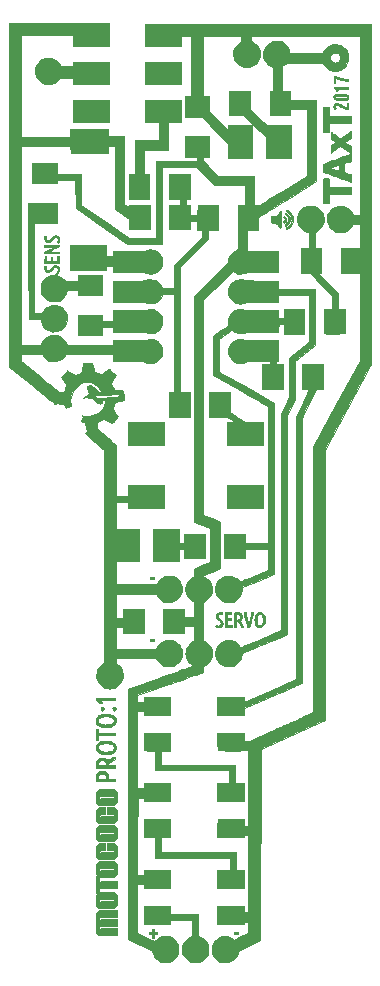
<source format=gbr>
G04 #@! TF.FileFunction,Copper,L1,Top,Signal*
%FSLAX46Y46*%
G04 Gerber Fmt 4.6, Leading zero omitted, Abs format (unit mm)*
G04 Created by KiCad (PCBNEW 4.0.2+dfsg1-stable) date ti 10. lokakuuta 2017 01.44.29*
%MOMM*%
G01*
G04 APERTURE LIST*
%ADD10C,0.100000*%
%ADD11C,0.010000*%
%ADD12C,1.200000*%
G04 APERTURE END LIST*
D10*
D11*
G36*
X41702883Y-19260934D02*
X41916387Y-19314338D01*
X42109863Y-19403450D01*
X42280229Y-19525184D01*
X42424400Y-19676455D01*
X42539293Y-19854176D01*
X42621825Y-20055261D01*
X42660616Y-20219459D01*
X42673918Y-20298834D01*
X44064667Y-20298755D01*
X45455417Y-20298677D01*
X45529202Y-20155880D01*
X45616317Y-20019647D01*
X45730642Y-19887972D01*
X45859897Y-19773362D01*
X45984586Y-19692074D01*
X46183002Y-19608976D01*
X46383712Y-19564903D01*
X46582744Y-19557512D01*
X46776123Y-19584463D01*
X46959877Y-19643416D01*
X47130032Y-19732029D01*
X47282617Y-19847962D01*
X47413657Y-19988873D01*
X47519179Y-20152422D01*
X47595210Y-20336269D01*
X47637778Y-20538072D01*
X47645620Y-20670700D01*
X47626447Y-20891581D01*
X47569236Y-21096753D01*
X47476394Y-21283010D01*
X47350330Y-21447146D01*
X47193450Y-21585954D01*
X47008161Y-21696228D01*
X46822116Y-21767537D01*
X46708979Y-21789897D01*
X46572593Y-21800124D01*
X46430271Y-21798207D01*
X46299325Y-21784137D01*
X46226550Y-21767898D01*
X46045776Y-21696472D01*
X45875669Y-21594353D01*
X45724770Y-21468299D01*
X45601626Y-21325066D01*
X45539976Y-21224925D01*
X45476583Y-21103267D01*
X42411807Y-21103167D01*
X42313183Y-21195417D01*
X42243494Y-21255148D01*
X42169133Y-21310668D01*
X42125943Y-21338292D01*
X42037326Y-21388917D01*
X42037163Y-22441959D01*
X42037000Y-23495000D01*
X42714333Y-23495000D01*
X42714333Y-24257000D01*
X44936833Y-24257000D01*
X44936833Y-31152306D01*
X42507958Y-32639678D01*
X42214150Y-32819665D01*
X41929970Y-32993884D01*
X41657544Y-33161026D01*
X41399000Y-33319781D01*
X41156465Y-33468837D01*
X40932066Y-33606884D01*
X40727930Y-33732611D01*
X40546184Y-33844709D01*
X40388956Y-33941866D01*
X40258372Y-34022773D01*
X40156560Y-34086118D01*
X40085647Y-34130592D01*
X40047760Y-34154883D01*
X40042042Y-34158889D01*
X40030491Y-34172209D01*
X40021603Y-34193264D01*
X40015034Y-34227203D01*
X40010443Y-34279178D01*
X40007488Y-34354338D01*
X40005825Y-34457833D01*
X40005115Y-34594815D01*
X40005000Y-34716614D01*
X40005000Y-35242500D01*
X39073667Y-35242500D01*
X39073667Y-37041667D01*
X41719500Y-37041667D01*
X41719500Y-38840834D01*
X40371516Y-38840834D01*
X40099225Y-38840868D01*
X39865995Y-38841035D01*
X39668557Y-38841435D01*
X39503638Y-38842166D01*
X39367968Y-38843326D01*
X39258275Y-38845015D01*
X39171288Y-38847330D01*
X39103736Y-38850370D01*
X39052348Y-38854234D01*
X39013852Y-38859020D01*
X38984977Y-38864827D01*
X38962453Y-38871753D01*
X38943007Y-38879898D01*
X38934051Y-38884150D01*
X38868160Y-38909961D01*
X38779026Y-38937095D01*
X38685171Y-38959956D01*
X38678925Y-38961247D01*
X38496532Y-38982201D01*
X38320968Y-38967246D01*
X38143638Y-38915088D01*
X38028412Y-38863182D01*
X37861573Y-38779024D01*
X37549274Y-39079804D01*
X37475781Y-39150603D01*
X37375720Y-39247020D01*
X37252998Y-39365288D01*
X37111524Y-39501642D01*
X36955203Y-39652316D01*
X36787944Y-39813544D01*
X36613653Y-39981560D01*
X36436238Y-40152597D01*
X36303918Y-40280167D01*
X35370860Y-41179750D01*
X35369500Y-59428012D01*
X36062708Y-59704908D01*
X36755917Y-59981805D01*
X36761317Y-61948887D01*
X36766717Y-63915970D01*
X36068108Y-64208080D01*
X35884338Y-64285051D01*
X35735918Y-64347701D01*
X35619085Y-64397904D01*
X35530077Y-64437531D01*
X35465130Y-64468457D01*
X35420481Y-64492553D01*
X35392366Y-64511693D01*
X35377024Y-64527749D01*
X35370690Y-64542594D01*
X35369578Y-64555720D01*
X35375276Y-64588016D01*
X35397511Y-64616442D01*
X35444149Y-64648211D01*
X35508442Y-64683015D01*
X35675043Y-64792183D01*
X35820910Y-64933796D01*
X35941364Y-65101129D01*
X36031725Y-65287457D01*
X36087316Y-65486054D01*
X36093455Y-65523876D01*
X36101925Y-65725059D01*
X36072261Y-65930761D01*
X36006136Y-66131101D01*
X35981480Y-66184555D01*
X35905186Y-66307831D01*
X35800637Y-66433054D01*
X35679576Y-66548297D01*
X35553743Y-66641638D01*
X35501792Y-66671705D01*
X35369500Y-66740983D01*
X35369778Y-68396033D01*
X35370056Y-70051084D01*
X35500493Y-70113737D01*
X35655928Y-70210411D01*
X35796760Y-70340850D01*
X35917233Y-70497424D01*
X36011592Y-70672498D01*
X36074080Y-70858442D01*
X36079158Y-70881095D01*
X36101670Y-71010937D01*
X36107705Y-71123859D01*
X36097232Y-71240159D01*
X36078433Y-71342250D01*
X36021236Y-71526176D01*
X35931768Y-71700968D01*
X35815911Y-71858837D01*
X35679546Y-71991991D01*
X35528556Y-72092640D01*
X35501896Y-72105939D01*
X35371625Y-72167750D01*
X35370562Y-72434688D01*
X35369500Y-72701625D01*
X35258375Y-72743342D01*
X35225156Y-72755397D01*
X35154465Y-72780720D01*
X35048734Y-72818447D01*
X34910395Y-72867714D01*
X34741883Y-72927657D01*
X34545628Y-72997413D01*
X34324063Y-73076117D01*
X34079622Y-73162905D01*
X33814736Y-73256913D01*
X33531839Y-73357278D01*
X33233362Y-73463135D01*
X32921738Y-73573620D01*
X32599400Y-73687869D01*
X32464375Y-73735717D01*
X29781500Y-74686376D01*
X29781500Y-75205167D01*
X30353000Y-75205167D01*
X30353000Y-74803000D01*
X32575500Y-74803000D01*
X32575500Y-76305834D01*
X30353000Y-76305834D01*
X30353000Y-76009500D01*
X29781500Y-76009500D01*
X29781500Y-82550000D01*
X30351467Y-82550000D01*
X30363583Y-82137250D01*
X31469542Y-82131770D01*
X32575500Y-82126289D01*
X32575500Y-83650667D01*
X30353000Y-83650667D01*
X30353000Y-83331938D01*
X30072542Y-83337844D01*
X29792083Y-83343750D01*
X29786725Y-86608709D01*
X29781366Y-89873667D01*
X30353000Y-89873667D01*
X30353000Y-89471500D01*
X32575500Y-89471500D01*
X32575500Y-90995878D01*
X31469542Y-90990397D01*
X30363583Y-90984917D01*
X30357364Y-90831459D01*
X30351145Y-90678000D01*
X29781500Y-90678000D01*
X29781500Y-94838760D01*
X31216166Y-95499792D01*
X31353227Y-95366059D01*
X31520423Y-95229880D01*
X31700846Y-95131097D01*
X31890033Y-95068642D01*
X32083523Y-95041449D01*
X32276854Y-95048454D01*
X32465564Y-95088590D01*
X32645190Y-95160791D01*
X32811271Y-95263991D01*
X32959345Y-95397124D01*
X33084949Y-95559125D01*
X33183621Y-95748928D01*
X33206469Y-95808757D01*
X33243387Y-95953685D01*
X33261146Y-96115188D01*
X33259361Y-96277543D01*
X33237647Y-96425028D01*
X33222854Y-96477667D01*
X33132350Y-96688979D01*
X33011934Y-96872093D01*
X32864159Y-97024972D01*
X32691574Y-97145579D01*
X32496731Y-97231878D01*
X32282180Y-97281832D01*
X32205083Y-97290184D01*
X32108395Y-97292424D01*
X32004626Y-97287003D01*
X31956941Y-97281304D01*
X31760904Y-97230484D01*
X31577343Y-97143521D01*
X31411534Y-97025273D01*
X31268756Y-96880599D01*
X31154286Y-96714357D01*
X31073400Y-96531407D01*
X31049591Y-96445917D01*
X31032859Y-96378941D01*
X31017348Y-96326756D01*
X31011163Y-96310708D01*
X30989723Y-96296443D01*
X30933396Y-96266358D01*
X30845811Y-96222207D01*
X30820671Y-96209887D01*
X31722118Y-96209887D01*
X31749099Y-96324913D01*
X31808161Y-96428280D01*
X31898140Y-96512147D01*
X31944062Y-96539261D01*
X32052536Y-96574837D01*
X32169981Y-96581329D01*
X32282161Y-96559584D01*
X32370400Y-96513916D01*
X32463447Y-96428177D01*
X32520533Y-96336317D01*
X32547785Y-96227649D01*
X32550432Y-96199771D01*
X32541770Y-96069888D01*
X32500009Y-95957863D01*
X32431405Y-95866594D01*
X32342211Y-95798976D01*
X32238681Y-95757905D01*
X32127071Y-95746276D01*
X32013633Y-95766986D01*
X31904622Y-95822931D01*
X31845285Y-95873267D01*
X31769048Y-95976223D01*
X31728380Y-96091043D01*
X31722118Y-96209887D01*
X30820671Y-96209887D01*
X30730593Y-96165744D01*
X30591371Y-96098723D01*
X30431770Y-96022898D01*
X30255418Y-95940024D01*
X30065942Y-95851854D01*
X29987045Y-95815384D01*
X28977125Y-95349435D01*
X28982437Y-84733419D01*
X28987750Y-74117402D01*
X31601833Y-73190750D01*
X31924583Y-73076331D01*
X32238222Y-72965124D01*
X32540229Y-72858023D01*
X32828082Y-72755924D01*
X33099259Y-72659722D01*
X33351240Y-72570311D01*
X33581504Y-72488586D01*
X33787528Y-72415442D01*
X33966791Y-72351775D01*
X34116773Y-72298479D01*
X34234951Y-72256449D01*
X34318804Y-72226580D01*
X34365811Y-72209766D01*
X34370803Y-72207964D01*
X34525690Y-72151830D01*
X34423720Y-72093353D01*
X34249980Y-71969936D01*
X34100755Y-71815342D01*
X33981495Y-71636192D01*
X33905939Y-71464302D01*
X33868320Y-71305448D01*
X33854165Y-71128111D01*
X33857880Y-71056640D01*
X34560401Y-71056640D01*
X34562397Y-71174827D01*
X34601293Y-71292778D01*
X34613838Y-71315750D01*
X34695242Y-71416067D01*
X34799019Y-71485317D01*
X34916922Y-71521318D01*
X35040701Y-71521890D01*
X35162110Y-71484853D01*
X35192453Y-71468688D01*
X35291122Y-71387464D01*
X35360095Y-71280936D01*
X35394070Y-71158345D01*
X35396714Y-71112485D01*
X35383791Y-70999882D01*
X35341197Y-70903964D01*
X35263194Y-70811985D01*
X35260181Y-70809090D01*
X35174084Y-70742356D01*
X35081826Y-70706934D01*
X34969284Y-70696667D01*
X34844483Y-70715533D01*
X34737347Y-70767663D01*
X34651723Y-70846358D01*
X34591459Y-70944917D01*
X34560401Y-71056640D01*
X33857880Y-71056640D01*
X33863474Y-70949044D01*
X33896248Y-70785000D01*
X33905939Y-70754532D01*
X33995976Y-70555684D01*
X34120880Y-70378909D01*
X34277190Y-70228310D01*
X34443207Y-70117802D01*
X34564664Y-70051084D01*
X34564915Y-69431959D01*
X34565167Y-68812834D01*
X33718500Y-68812834D01*
X33718500Y-69405500D01*
X31961667Y-69405500D01*
X31961667Y-67331167D01*
X33718500Y-67331167D01*
X33718500Y-68008500D01*
X34565167Y-68008500D01*
X34565116Y-67368209D01*
X34565066Y-66727917D01*
X34443408Y-66665224D01*
X34309931Y-66578584D01*
X34180109Y-66462104D01*
X34065229Y-66327581D01*
X33976578Y-66186814D01*
X33966769Y-66167000D01*
X33890159Y-65970765D01*
X33852497Y-65780476D01*
X33852838Y-65623560D01*
X34556167Y-65623560D01*
X34558635Y-65737814D01*
X34563400Y-65758274D01*
X34616761Y-65885895D01*
X34696842Y-65984808D01*
X34797643Y-66052463D01*
X34913161Y-66086308D01*
X35037397Y-66083793D01*
X35164350Y-66042366D01*
X35194312Y-66026489D01*
X35287832Y-65951284D01*
X35354299Y-65853341D01*
X35391252Y-65741955D01*
X35396226Y-65626424D01*
X35366759Y-65516045D01*
X35341607Y-65470532D01*
X35287646Y-65402851D01*
X35222959Y-65339467D01*
X35207939Y-65327338D01*
X35160330Y-65294986D01*
X35114317Y-65276854D01*
X35054730Y-65268987D01*
X34978013Y-65267417D01*
X34889371Y-65270137D01*
X34827681Y-65280579D01*
X34777780Y-65302170D01*
X34752207Y-65318425D01*
X34656809Y-65404884D01*
X34590177Y-65509590D01*
X34556167Y-65623560D01*
X33852838Y-65623560D01*
X33852916Y-65587694D01*
X33887523Y-65395630D01*
X33959666Y-65194010D01*
X34066193Y-65012208D01*
X34203286Y-64855162D01*
X34367129Y-64727816D01*
X34432913Y-64689668D01*
X34564101Y-64619919D01*
X34569926Y-64290956D01*
X34575750Y-63961993D01*
X35269104Y-63672846D01*
X35962459Y-63383700D01*
X35951583Y-60526084D01*
X35263667Y-60250917D01*
X34575750Y-59975750D01*
X34571541Y-50408417D01*
X34567333Y-40841084D01*
X36016166Y-39444303D01*
X37465000Y-38047523D01*
X37465000Y-37940626D01*
X37485478Y-37748744D01*
X37544161Y-37563422D01*
X37636918Y-37391166D01*
X37759622Y-37238486D01*
X37908142Y-37111890D01*
X38039305Y-37035414D01*
X38117113Y-36998922D01*
X38183587Y-36968990D01*
X38226777Y-36950967D01*
X38232292Y-36949026D01*
X38238697Y-36945169D01*
X38244321Y-36936235D01*
X38249214Y-36919630D01*
X38253427Y-36892763D01*
X38257009Y-36853041D01*
X38260012Y-36797873D01*
X38262487Y-36724665D01*
X38264483Y-36630825D01*
X38266052Y-36513761D01*
X38267245Y-36370881D01*
X38268111Y-36199591D01*
X38268702Y-35997301D01*
X38269069Y-35761417D01*
X38269261Y-35489348D01*
X38269329Y-35178500D01*
X38269333Y-35052664D01*
X38269333Y-33168167D01*
X38904333Y-33168167D01*
X38904333Y-31474834D01*
X37597181Y-31474833D01*
X36290029Y-31474833D01*
X35528250Y-30712833D01*
X34766470Y-29950833D01*
X33300568Y-29950833D01*
X31834667Y-29950834D01*
X31834667Y-36427834D01*
X30368875Y-36427387D01*
X28903083Y-36426941D01*
X26722917Y-34938652D01*
X24542750Y-33450363D01*
X24531814Y-31072667D01*
X22946779Y-31072667D01*
X22940431Y-31194375D01*
X22934083Y-31316084D01*
X20870333Y-31327070D01*
X20870333Y-29569431D01*
X22934083Y-29580417D01*
X22945413Y-30577467D01*
X23994191Y-30568365D01*
X25042970Y-30559262D01*
X25036277Y-31867174D01*
X25029583Y-33175086D01*
X27040417Y-34547221D01*
X29051250Y-35919355D01*
X30188891Y-35919594D01*
X31326531Y-35919834D01*
X31331891Y-32686625D01*
X31337250Y-29453417D01*
X33067625Y-29448001D01*
X34798000Y-29442586D01*
X34798000Y-29061834D01*
X33803167Y-29061834D01*
X33803167Y-27326167D01*
X35877500Y-27326167D01*
X35877500Y-29061834D01*
X35306000Y-29061834D01*
X35306000Y-29347835D01*
X35967582Y-30009168D01*
X36629165Y-30670500D01*
X39687500Y-30670500D01*
X39687500Y-33168167D01*
X39844698Y-33168167D01*
X39930710Y-33170272D01*
X39981846Y-33177498D01*
X40005397Y-33191209D01*
X40008739Y-33198869D01*
X40025217Y-33194811D01*
X40072488Y-33171275D01*
X40151044Y-33127966D01*
X40261375Y-33064592D01*
X40403974Y-32980861D01*
X40579332Y-32876478D01*
X40787940Y-32751152D01*
X41030289Y-32604588D01*
X41306871Y-32436495D01*
X41618177Y-32246578D01*
X41964699Y-32034546D01*
X42079333Y-31964289D01*
X44143083Y-30699008D01*
X44143083Y-25071917D01*
X43428708Y-25066344D01*
X42714333Y-25060770D01*
X42714333Y-25569334D01*
X40978667Y-25569334D01*
X40978667Y-23495000D01*
X41232667Y-23495000D01*
X41232541Y-21473584D01*
X41061336Y-21393004D01*
X40880475Y-21285676D01*
X40724930Y-21148480D01*
X40597598Y-20986714D01*
X40501375Y-20805677D01*
X40439158Y-20610669D01*
X40413845Y-20406990D01*
X40415405Y-20379491D01*
X41126833Y-20379491D01*
X41145679Y-20505872D01*
X41197856Y-20614475D01*
X41276829Y-20701255D01*
X41376060Y-20762169D01*
X41489010Y-20793172D01*
X41609144Y-20790222D01*
X41727013Y-20750759D01*
X41836361Y-20675108D01*
X41856015Y-20648881D01*
X46106140Y-20648881D01*
X46113427Y-20760097D01*
X46155095Y-20870286D01*
X46224253Y-20969006D01*
X46314011Y-21045812D01*
X46392917Y-21083478D01*
X46491785Y-21097916D01*
X46603531Y-21087654D01*
X46709030Y-21055706D01*
X46764970Y-21024894D01*
X46827756Y-20968001D01*
X46884791Y-20896045D01*
X46900250Y-20870334D01*
X46939084Y-20756172D01*
X46941845Y-20635829D01*
X46911480Y-20518906D01*
X46850936Y-20415001D01*
X46763160Y-20333714D01*
X46729416Y-20313848D01*
X46604730Y-20270736D01*
X46480869Y-20266048D01*
X46364380Y-20296266D01*
X46261812Y-20357870D01*
X46179712Y-20447340D01*
X46124628Y-20561156D01*
X46106140Y-20648881D01*
X41856015Y-20648881D01*
X41910208Y-20576566D01*
X41948888Y-20454574D01*
X41955357Y-20368315D01*
X41935888Y-20242010D01*
X41881421Y-20132159D01*
X41797867Y-20044689D01*
X41691138Y-19985523D01*
X41567144Y-19960589D01*
X41548215Y-19960167D01*
X41434304Y-19970737D01*
X41341992Y-20006610D01*
X41256601Y-20072590D01*
X41177861Y-20169298D01*
X41136186Y-20279093D01*
X41126833Y-20379491D01*
X40415405Y-20379491D01*
X40424045Y-20227209D01*
X40473424Y-20022325D01*
X40557690Y-19834479D01*
X40672512Y-19666945D01*
X40813560Y-19522995D01*
X40976502Y-19405900D01*
X41157009Y-19318934D01*
X41350749Y-19265368D01*
X41553392Y-19248475D01*
X41702883Y-19260934D01*
X41702883Y-19260934D01*
G37*
X41702883Y-19260934D02*
X41916387Y-19314338D01*
X42109863Y-19403450D01*
X42280229Y-19525184D01*
X42424400Y-19676455D01*
X42539293Y-19854176D01*
X42621825Y-20055261D01*
X42660616Y-20219459D01*
X42673918Y-20298834D01*
X44064667Y-20298755D01*
X45455417Y-20298677D01*
X45529202Y-20155880D01*
X45616317Y-20019647D01*
X45730642Y-19887972D01*
X45859897Y-19773362D01*
X45984586Y-19692074D01*
X46183002Y-19608976D01*
X46383712Y-19564903D01*
X46582744Y-19557512D01*
X46776123Y-19584463D01*
X46959877Y-19643416D01*
X47130032Y-19732029D01*
X47282617Y-19847962D01*
X47413657Y-19988873D01*
X47519179Y-20152422D01*
X47595210Y-20336269D01*
X47637778Y-20538072D01*
X47645620Y-20670700D01*
X47626447Y-20891581D01*
X47569236Y-21096753D01*
X47476394Y-21283010D01*
X47350330Y-21447146D01*
X47193450Y-21585954D01*
X47008161Y-21696228D01*
X46822116Y-21767537D01*
X46708979Y-21789897D01*
X46572593Y-21800124D01*
X46430271Y-21798207D01*
X46299325Y-21784137D01*
X46226550Y-21767898D01*
X46045776Y-21696472D01*
X45875669Y-21594353D01*
X45724770Y-21468299D01*
X45601626Y-21325066D01*
X45539976Y-21224925D01*
X45476583Y-21103267D01*
X42411807Y-21103167D01*
X42313183Y-21195417D01*
X42243494Y-21255148D01*
X42169133Y-21310668D01*
X42125943Y-21338292D01*
X42037326Y-21388917D01*
X42037163Y-22441959D01*
X42037000Y-23495000D01*
X42714333Y-23495000D01*
X42714333Y-24257000D01*
X44936833Y-24257000D01*
X44936833Y-31152306D01*
X42507958Y-32639678D01*
X42214150Y-32819665D01*
X41929970Y-32993884D01*
X41657544Y-33161026D01*
X41399000Y-33319781D01*
X41156465Y-33468837D01*
X40932066Y-33606884D01*
X40727930Y-33732611D01*
X40546184Y-33844709D01*
X40388956Y-33941866D01*
X40258372Y-34022773D01*
X40156560Y-34086118D01*
X40085647Y-34130592D01*
X40047760Y-34154883D01*
X40042042Y-34158889D01*
X40030491Y-34172209D01*
X40021603Y-34193264D01*
X40015034Y-34227203D01*
X40010443Y-34279178D01*
X40007488Y-34354338D01*
X40005825Y-34457833D01*
X40005115Y-34594815D01*
X40005000Y-34716614D01*
X40005000Y-35242500D01*
X39073667Y-35242500D01*
X39073667Y-37041667D01*
X41719500Y-37041667D01*
X41719500Y-38840834D01*
X40371516Y-38840834D01*
X40099225Y-38840868D01*
X39865995Y-38841035D01*
X39668557Y-38841435D01*
X39503638Y-38842166D01*
X39367968Y-38843326D01*
X39258275Y-38845015D01*
X39171288Y-38847330D01*
X39103736Y-38850370D01*
X39052348Y-38854234D01*
X39013852Y-38859020D01*
X38984977Y-38864827D01*
X38962453Y-38871753D01*
X38943007Y-38879898D01*
X38934051Y-38884150D01*
X38868160Y-38909961D01*
X38779026Y-38937095D01*
X38685171Y-38959956D01*
X38678925Y-38961247D01*
X38496532Y-38982201D01*
X38320968Y-38967246D01*
X38143638Y-38915088D01*
X38028412Y-38863182D01*
X37861573Y-38779024D01*
X37549274Y-39079804D01*
X37475781Y-39150603D01*
X37375720Y-39247020D01*
X37252998Y-39365288D01*
X37111524Y-39501642D01*
X36955203Y-39652316D01*
X36787944Y-39813544D01*
X36613653Y-39981560D01*
X36436238Y-40152597D01*
X36303918Y-40280167D01*
X35370860Y-41179750D01*
X35369500Y-59428012D01*
X36062708Y-59704908D01*
X36755917Y-59981805D01*
X36761317Y-61948887D01*
X36766717Y-63915970D01*
X36068108Y-64208080D01*
X35884338Y-64285051D01*
X35735918Y-64347701D01*
X35619085Y-64397904D01*
X35530077Y-64437531D01*
X35465130Y-64468457D01*
X35420481Y-64492553D01*
X35392366Y-64511693D01*
X35377024Y-64527749D01*
X35370690Y-64542594D01*
X35369578Y-64555720D01*
X35375276Y-64588016D01*
X35397511Y-64616442D01*
X35444149Y-64648211D01*
X35508442Y-64683015D01*
X35675043Y-64792183D01*
X35820910Y-64933796D01*
X35941364Y-65101129D01*
X36031725Y-65287457D01*
X36087316Y-65486054D01*
X36093455Y-65523876D01*
X36101925Y-65725059D01*
X36072261Y-65930761D01*
X36006136Y-66131101D01*
X35981480Y-66184555D01*
X35905186Y-66307831D01*
X35800637Y-66433054D01*
X35679576Y-66548297D01*
X35553743Y-66641638D01*
X35501792Y-66671705D01*
X35369500Y-66740983D01*
X35369778Y-68396033D01*
X35370056Y-70051084D01*
X35500493Y-70113737D01*
X35655928Y-70210411D01*
X35796760Y-70340850D01*
X35917233Y-70497424D01*
X36011592Y-70672498D01*
X36074080Y-70858442D01*
X36079158Y-70881095D01*
X36101670Y-71010937D01*
X36107705Y-71123859D01*
X36097232Y-71240159D01*
X36078433Y-71342250D01*
X36021236Y-71526176D01*
X35931768Y-71700968D01*
X35815911Y-71858837D01*
X35679546Y-71991991D01*
X35528556Y-72092640D01*
X35501896Y-72105939D01*
X35371625Y-72167750D01*
X35370562Y-72434688D01*
X35369500Y-72701625D01*
X35258375Y-72743342D01*
X35225156Y-72755397D01*
X35154465Y-72780720D01*
X35048734Y-72818447D01*
X34910395Y-72867714D01*
X34741883Y-72927657D01*
X34545628Y-72997413D01*
X34324063Y-73076117D01*
X34079622Y-73162905D01*
X33814736Y-73256913D01*
X33531839Y-73357278D01*
X33233362Y-73463135D01*
X32921738Y-73573620D01*
X32599400Y-73687869D01*
X32464375Y-73735717D01*
X29781500Y-74686376D01*
X29781500Y-75205167D01*
X30353000Y-75205167D01*
X30353000Y-74803000D01*
X32575500Y-74803000D01*
X32575500Y-76305834D01*
X30353000Y-76305834D01*
X30353000Y-76009500D01*
X29781500Y-76009500D01*
X29781500Y-82550000D01*
X30351467Y-82550000D01*
X30363583Y-82137250D01*
X31469542Y-82131770D01*
X32575500Y-82126289D01*
X32575500Y-83650667D01*
X30353000Y-83650667D01*
X30353000Y-83331938D01*
X30072542Y-83337844D01*
X29792083Y-83343750D01*
X29786725Y-86608709D01*
X29781366Y-89873667D01*
X30353000Y-89873667D01*
X30353000Y-89471500D01*
X32575500Y-89471500D01*
X32575500Y-90995878D01*
X31469542Y-90990397D01*
X30363583Y-90984917D01*
X30357364Y-90831459D01*
X30351145Y-90678000D01*
X29781500Y-90678000D01*
X29781500Y-94838760D01*
X31216166Y-95499792D01*
X31353227Y-95366059D01*
X31520423Y-95229880D01*
X31700846Y-95131097D01*
X31890033Y-95068642D01*
X32083523Y-95041449D01*
X32276854Y-95048454D01*
X32465564Y-95088590D01*
X32645190Y-95160791D01*
X32811271Y-95263991D01*
X32959345Y-95397124D01*
X33084949Y-95559125D01*
X33183621Y-95748928D01*
X33206469Y-95808757D01*
X33243387Y-95953685D01*
X33261146Y-96115188D01*
X33259361Y-96277543D01*
X33237647Y-96425028D01*
X33222854Y-96477667D01*
X33132350Y-96688979D01*
X33011934Y-96872093D01*
X32864159Y-97024972D01*
X32691574Y-97145579D01*
X32496731Y-97231878D01*
X32282180Y-97281832D01*
X32205083Y-97290184D01*
X32108395Y-97292424D01*
X32004626Y-97287003D01*
X31956941Y-97281304D01*
X31760904Y-97230484D01*
X31577343Y-97143521D01*
X31411534Y-97025273D01*
X31268756Y-96880599D01*
X31154286Y-96714357D01*
X31073400Y-96531407D01*
X31049591Y-96445917D01*
X31032859Y-96378941D01*
X31017348Y-96326756D01*
X31011163Y-96310708D01*
X30989723Y-96296443D01*
X30933396Y-96266358D01*
X30845811Y-96222207D01*
X30820671Y-96209887D01*
X31722118Y-96209887D01*
X31749099Y-96324913D01*
X31808161Y-96428280D01*
X31898140Y-96512147D01*
X31944062Y-96539261D01*
X32052536Y-96574837D01*
X32169981Y-96581329D01*
X32282161Y-96559584D01*
X32370400Y-96513916D01*
X32463447Y-96428177D01*
X32520533Y-96336317D01*
X32547785Y-96227649D01*
X32550432Y-96199771D01*
X32541770Y-96069888D01*
X32500009Y-95957863D01*
X32431405Y-95866594D01*
X32342211Y-95798976D01*
X32238681Y-95757905D01*
X32127071Y-95746276D01*
X32013633Y-95766986D01*
X31904622Y-95822931D01*
X31845285Y-95873267D01*
X31769048Y-95976223D01*
X31728380Y-96091043D01*
X31722118Y-96209887D01*
X30820671Y-96209887D01*
X30730593Y-96165744D01*
X30591371Y-96098723D01*
X30431770Y-96022898D01*
X30255418Y-95940024D01*
X30065942Y-95851854D01*
X29987045Y-95815384D01*
X28977125Y-95349435D01*
X28982437Y-84733419D01*
X28987750Y-74117402D01*
X31601833Y-73190750D01*
X31924583Y-73076331D01*
X32238222Y-72965124D01*
X32540229Y-72858023D01*
X32828082Y-72755924D01*
X33099259Y-72659722D01*
X33351240Y-72570311D01*
X33581504Y-72488586D01*
X33787528Y-72415442D01*
X33966791Y-72351775D01*
X34116773Y-72298479D01*
X34234951Y-72256449D01*
X34318804Y-72226580D01*
X34365811Y-72209766D01*
X34370803Y-72207964D01*
X34525690Y-72151830D01*
X34423720Y-72093353D01*
X34249980Y-71969936D01*
X34100755Y-71815342D01*
X33981495Y-71636192D01*
X33905939Y-71464302D01*
X33868320Y-71305448D01*
X33854165Y-71128111D01*
X33857880Y-71056640D01*
X34560401Y-71056640D01*
X34562397Y-71174827D01*
X34601293Y-71292778D01*
X34613838Y-71315750D01*
X34695242Y-71416067D01*
X34799019Y-71485317D01*
X34916922Y-71521318D01*
X35040701Y-71521890D01*
X35162110Y-71484853D01*
X35192453Y-71468688D01*
X35291122Y-71387464D01*
X35360095Y-71280936D01*
X35394070Y-71158345D01*
X35396714Y-71112485D01*
X35383791Y-70999882D01*
X35341197Y-70903964D01*
X35263194Y-70811985D01*
X35260181Y-70809090D01*
X35174084Y-70742356D01*
X35081826Y-70706934D01*
X34969284Y-70696667D01*
X34844483Y-70715533D01*
X34737347Y-70767663D01*
X34651723Y-70846358D01*
X34591459Y-70944917D01*
X34560401Y-71056640D01*
X33857880Y-71056640D01*
X33863474Y-70949044D01*
X33896248Y-70785000D01*
X33905939Y-70754532D01*
X33995976Y-70555684D01*
X34120880Y-70378909D01*
X34277190Y-70228310D01*
X34443207Y-70117802D01*
X34564664Y-70051084D01*
X34564915Y-69431959D01*
X34565167Y-68812834D01*
X33718500Y-68812834D01*
X33718500Y-69405500D01*
X31961667Y-69405500D01*
X31961667Y-67331167D01*
X33718500Y-67331167D01*
X33718500Y-68008500D01*
X34565167Y-68008500D01*
X34565116Y-67368209D01*
X34565066Y-66727917D01*
X34443408Y-66665224D01*
X34309931Y-66578584D01*
X34180109Y-66462104D01*
X34065229Y-66327581D01*
X33976578Y-66186814D01*
X33966769Y-66167000D01*
X33890159Y-65970765D01*
X33852497Y-65780476D01*
X33852838Y-65623560D01*
X34556167Y-65623560D01*
X34558635Y-65737814D01*
X34563400Y-65758274D01*
X34616761Y-65885895D01*
X34696842Y-65984808D01*
X34797643Y-66052463D01*
X34913161Y-66086308D01*
X35037397Y-66083793D01*
X35164350Y-66042366D01*
X35194312Y-66026489D01*
X35287832Y-65951284D01*
X35354299Y-65853341D01*
X35391252Y-65741955D01*
X35396226Y-65626424D01*
X35366759Y-65516045D01*
X35341607Y-65470532D01*
X35287646Y-65402851D01*
X35222959Y-65339467D01*
X35207939Y-65327338D01*
X35160330Y-65294986D01*
X35114317Y-65276854D01*
X35054730Y-65268987D01*
X34978013Y-65267417D01*
X34889371Y-65270137D01*
X34827681Y-65280579D01*
X34777780Y-65302170D01*
X34752207Y-65318425D01*
X34656809Y-65404884D01*
X34590177Y-65509590D01*
X34556167Y-65623560D01*
X33852838Y-65623560D01*
X33852916Y-65587694D01*
X33887523Y-65395630D01*
X33959666Y-65194010D01*
X34066193Y-65012208D01*
X34203286Y-64855162D01*
X34367129Y-64727816D01*
X34432913Y-64689668D01*
X34564101Y-64619919D01*
X34569926Y-64290956D01*
X34575750Y-63961993D01*
X35269104Y-63672846D01*
X35962459Y-63383700D01*
X35951583Y-60526084D01*
X35263667Y-60250917D01*
X34575750Y-59975750D01*
X34571541Y-50408417D01*
X34567333Y-40841084D01*
X36016166Y-39444303D01*
X37465000Y-38047523D01*
X37465000Y-37940626D01*
X37485478Y-37748744D01*
X37544161Y-37563422D01*
X37636918Y-37391166D01*
X37759622Y-37238486D01*
X37908142Y-37111890D01*
X38039305Y-37035414D01*
X38117113Y-36998922D01*
X38183587Y-36968990D01*
X38226777Y-36950967D01*
X38232292Y-36949026D01*
X38238697Y-36945169D01*
X38244321Y-36936235D01*
X38249214Y-36919630D01*
X38253427Y-36892763D01*
X38257009Y-36853041D01*
X38260012Y-36797873D01*
X38262487Y-36724665D01*
X38264483Y-36630825D01*
X38266052Y-36513761D01*
X38267245Y-36370881D01*
X38268111Y-36199591D01*
X38268702Y-35997301D01*
X38269069Y-35761417D01*
X38269261Y-35489348D01*
X38269329Y-35178500D01*
X38269333Y-35052664D01*
X38269333Y-33168167D01*
X38904333Y-33168167D01*
X38904333Y-31474834D01*
X37597181Y-31474833D01*
X36290029Y-31474833D01*
X35528250Y-30712833D01*
X34766470Y-29950833D01*
X33300568Y-29950833D01*
X31834667Y-29950834D01*
X31834667Y-36427834D01*
X30368875Y-36427387D01*
X28903083Y-36426941D01*
X26722917Y-34938652D01*
X24542750Y-33450363D01*
X24531814Y-31072667D01*
X22946779Y-31072667D01*
X22940431Y-31194375D01*
X22934083Y-31316084D01*
X20870333Y-31327070D01*
X20870333Y-29569431D01*
X22934083Y-29580417D01*
X22945413Y-30577467D01*
X23994191Y-30568365D01*
X25042970Y-30559262D01*
X25036277Y-31867174D01*
X25029583Y-33175086D01*
X27040417Y-34547221D01*
X29051250Y-35919355D01*
X30188891Y-35919594D01*
X31326531Y-35919834D01*
X31331891Y-32686625D01*
X31337250Y-29453417D01*
X33067625Y-29448001D01*
X34798000Y-29442586D01*
X34798000Y-29061834D01*
X33803167Y-29061834D01*
X33803167Y-27326167D01*
X35877500Y-27326167D01*
X35877500Y-29061834D01*
X35306000Y-29061834D01*
X35306000Y-29347835D01*
X35967582Y-30009168D01*
X36629165Y-30670500D01*
X39687500Y-30670500D01*
X39687500Y-33168167D01*
X39844698Y-33168167D01*
X39930710Y-33170272D01*
X39981846Y-33177498D01*
X40005397Y-33191209D01*
X40008739Y-33198869D01*
X40025217Y-33194811D01*
X40072488Y-33171275D01*
X40151044Y-33127966D01*
X40261375Y-33064592D01*
X40403974Y-32980861D01*
X40579332Y-32876478D01*
X40787940Y-32751152D01*
X41030289Y-32604588D01*
X41306871Y-32436495D01*
X41618177Y-32246578D01*
X41964699Y-32034546D01*
X42079333Y-31964289D01*
X44143083Y-30699008D01*
X44143083Y-25071917D01*
X43428708Y-25066344D01*
X42714333Y-25060770D01*
X42714333Y-25569334D01*
X40978667Y-25569334D01*
X40978667Y-23495000D01*
X41232667Y-23495000D01*
X41232541Y-21473584D01*
X41061336Y-21393004D01*
X40880475Y-21285676D01*
X40724930Y-21148480D01*
X40597598Y-20986714D01*
X40501375Y-20805677D01*
X40439158Y-20610669D01*
X40413845Y-20406990D01*
X40415405Y-20379491D01*
X41126833Y-20379491D01*
X41145679Y-20505872D01*
X41197856Y-20614475D01*
X41276829Y-20701255D01*
X41376060Y-20762169D01*
X41489010Y-20793172D01*
X41609144Y-20790222D01*
X41727013Y-20750759D01*
X41836361Y-20675108D01*
X41856015Y-20648881D01*
X46106140Y-20648881D01*
X46113427Y-20760097D01*
X46155095Y-20870286D01*
X46224253Y-20969006D01*
X46314011Y-21045812D01*
X46392917Y-21083478D01*
X46491785Y-21097916D01*
X46603531Y-21087654D01*
X46709030Y-21055706D01*
X46764970Y-21024894D01*
X46827756Y-20968001D01*
X46884791Y-20896045D01*
X46900250Y-20870334D01*
X46939084Y-20756172D01*
X46941845Y-20635829D01*
X46911480Y-20518906D01*
X46850936Y-20415001D01*
X46763160Y-20333714D01*
X46729416Y-20313848D01*
X46604730Y-20270736D01*
X46480869Y-20266048D01*
X46364380Y-20296266D01*
X46261812Y-20357870D01*
X46179712Y-20447340D01*
X46124628Y-20561156D01*
X46106140Y-20648881D01*
X41856015Y-20648881D01*
X41910208Y-20576566D01*
X41948888Y-20454574D01*
X41955357Y-20368315D01*
X41935888Y-20242010D01*
X41881421Y-20132159D01*
X41797867Y-20044689D01*
X41691138Y-19985523D01*
X41567144Y-19960589D01*
X41548215Y-19960167D01*
X41434304Y-19970737D01*
X41341992Y-20006610D01*
X41256601Y-20072590D01*
X41177861Y-20169298D01*
X41136186Y-20279093D01*
X41126833Y-20379491D01*
X40415405Y-20379491D01*
X40424045Y-20227209D01*
X40473424Y-20022325D01*
X40557690Y-19834479D01*
X40672512Y-19666945D01*
X40813560Y-19522995D01*
X40976502Y-19405900D01*
X41157009Y-19318934D01*
X41350749Y-19265368D01*
X41553392Y-19248475D01*
X41702883Y-19260934D01*
G36*
X32575500Y-93175667D02*
X34924564Y-93175667D01*
X34930074Y-94119209D01*
X34935583Y-95062752D01*
X35048563Y-95102535D01*
X35241818Y-95191780D01*
X35410099Y-95312001D01*
X35551229Y-95458500D01*
X35663028Y-95626581D01*
X35743318Y-95811546D01*
X35789919Y-96008699D01*
X35800654Y-96213342D01*
X35773342Y-96420778D01*
X35728910Y-96569190D01*
X35637788Y-96754561D01*
X35514225Y-96917574D01*
X35363434Y-97055215D01*
X35190629Y-97164472D01*
X35001023Y-97242331D01*
X34799830Y-97285777D01*
X34592264Y-97291797D01*
X34496941Y-97281304D01*
X34297345Y-97229474D01*
X34110400Y-97140222D01*
X33941901Y-97017900D01*
X33797643Y-96866859D01*
X33683418Y-96691452D01*
X33666474Y-96657584D01*
X33588711Y-96453215D01*
X33552477Y-96250001D01*
X33555720Y-96111310D01*
X34259864Y-96111310D01*
X34259987Y-96226637D01*
X34267287Y-96260259D01*
X34318441Y-96379179D01*
X34397288Y-96474385D01*
X34496624Y-96542419D01*
X34609241Y-96579824D01*
X34727935Y-96583143D01*
X34845498Y-96548917D01*
X34857051Y-96543227D01*
X34964864Y-96467619D01*
X35039873Y-96372952D01*
X35082834Y-96265976D01*
X35094503Y-96153440D01*
X35075633Y-96042090D01*
X35026980Y-95938677D01*
X34949298Y-95849949D01*
X34843343Y-95782654D01*
X34768997Y-95756039D01*
X34653592Y-95744868D01*
X34542366Y-95769931D01*
X34441351Y-95825166D01*
X34356576Y-95904514D01*
X34294070Y-96001915D01*
X34259864Y-96111310D01*
X33555720Y-96111310D01*
X33557299Y-96043810D01*
X33581034Y-95911241D01*
X33646840Y-95718950D01*
X33747689Y-95540163D01*
X33878130Y-95380748D01*
X34032715Y-95246576D01*
X34205993Y-95143514D01*
X34342917Y-95090768D01*
X34427583Y-95065424D01*
X34433164Y-94374545D01*
X34438745Y-93683667D01*
X32575500Y-93683667D01*
X32575500Y-94022334D01*
X30353000Y-94022334D01*
X30353000Y-92498334D01*
X32575500Y-92498334D01*
X32575500Y-93175667D01*
X32575500Y-93175667D01*
G37*
X32575500Y-93175667D02*
X34924564Y-93175667D01*
X34930074Y-94119209D01*
X34935583Y-95062752D01*
X35048563Y-95102535D01*
X35241818Y-95191780D01*
X35410099Y-95312001D01*
X35551229Y-95458500D01*
X35663028Y-95626581D01*
X35743318Y-95811546D01*
X35789919Y-96008699D01*
X35800654Y-96213342D01*
X35773342Y-96420778D01*
X35728910Y-96569190D01*
X35637788Y-96754561D01*
X35514225Y-96917574D01*
X35363434Y-97055215D01*
X35190629Y-97164472D01*
X35001023Y-97242331D01*
X34799830Y-97285777D01*
X34592264Y-97291797D01*
X34496941Y-97281304D01*
X34297345Y-97229474D01*
X34110400Y-97140222D01*
X33941901Y-97017900D01*
X33797643Y-96866859D01*
X33683418Y-96691452D01*
X33666474Y-96657584D01*
X33588711Y-96453215D01*
X33552477Y-96250001D01*
X33555720Y-96111310D01*
X34259864Y-96111310D01*
X34259987Y-96226637D01*
X34267287Y-96260259D01*
X34318441Y-96379179D01*
X34397288Y-96474385D01*
X34496624Y-96542419D01*
X34609241Y-96579824D01*
X34727935Y-96583143D01*
X34845498Y-96548917D01*
X34857051Y-96543227D01*
X34964864Y-96467619D01*
X35039873Y-96372952D01*
X35082834Y-96265976D01*
X35094503Y-96153440D01*
X35075633Y-96042090D01*
X35026980Y-95938677D01*
X34949298Y-95849949D01*
X34843343Y-95782654D01*
X34768997Y-95756039D01*
X34653592Y-95744868D01*
X34542366Y-95769931D01*
X34441351Y-95825166D01*
X34356576Y-95904514D01*
X34294070Y-96001915D01*
X34259864Y-96111310D01*
X33555720Y-96111310D01*
X33557299Y-96043810D01*
X33581034Y-95911241D01*
X33646840Y-95718950D01*
X33747689Y-95540163D01*
X33878130Y-95380748D01*
X34032715Y-95246576D01*
X34205993Y-95143514D01*
X34342917Y-95090768D01*
X34427583Y-95065424D01*
X34433164Y-94374545D01*
X34438745Y-93683667D01*
X32575500Y-93683667D01*
X32575500Y-94022334D01*
X30353000Y-94022334D01*
X30353000Y-92498334D01*
X32575500Y-92498334D01*
X32575500Y-93175667D01*
G36*
X31945792Y-17832989D02*
X32079530Y-17833009D01*
X32253763Y-17833056D01*
X32466650Y-17833129D01*
X32716352Y-17833228D01*
X33001029Y-17833351D01*
X33318843Y-17833498D01*
X33667953Y-17833667D01*
X34046520Y-17833858D01*
X34452704Y-17834069D01*
X34884667Y-17834299D01*
X35340569Y-17834548D01*
X35818570Y-17834814D01*
X36316830Y-17835096D01*
X36833511Y-17835394D01*
X37366773Y-17835706D01*
X37914776Y-17836031D01*
X38475681Y-17836368D01*
X39047648Y-17836717D01*
X39628839Y-17837076D01*
X40217413Y-17837444D01*
X40811531Y-17837820D01*
X41409354Y-17838204D01*
X41529000Y-17838281D01*
X49593500Y-17843500D01*
X49593348Y-32252709D01*
X49593197Y-46661917D01*
X47624848Y-50298107D01*
X45656500Y-53934298D01*
X45656253Y-65347607D01*
X45656007Y-76760917D01*
X40206083Y-79222863D01*
X40195445Y-95410659D01*
X38325855Y-96305561D01*
X38280936Y-96460406D01*
X38216297Y-96640008D01*
X38131860Y-96792453D01*
X38019826Y-96931178D01*
X37989893Y-96962001D01*
X37825773Y-97097076D01*
X37639932Y-97198736D01*
X37438954Y-97264822D01*
X37229427Y-97293175D01*
X37017937Y-97281637D01*
X37015774Y-97281304D01*
X36815703Y-97229659D01*
X36631315Y-97141906D01*
X36466457Y-97022578D01*
X36324977Y-96876211D01*
X36210722Y-96707341D01*
X36127541Y-96520504D01*
X36079279Y-96320235D01*
X36068313Y-96164417D01*
X36073755Y-96110473D01*
X36778420Y-96110473D01*
X36778468Y-96225061D01*
X36785706Y-96258164D01*
X36837096Y-96377535D01*
X36915972Y-96473168D01*
X37015191Y-96541613D01*
X37127611Y-96579420D01*
X37246087Y-96583139D01*
X37363477Y-96549319D01*
X37375885Y-96543227D01*
X37483697Y-96467619D01*
X37558706Y-96372952D01*
X37601668Y-96265976D01*
X37613336Y-96153440D01*
X37594466Y-96042090D01*
X37545813Y-95938677D01*
X37468132Y-95849949D01*
X37362176Y-95782654D01*
X37287831Y-95756039D01*
X37172732Y-95744976D01*
X37061584Y-95770095D01*
X36960482Y-95825301D01*
X36875523Y-95904496D01*
X36812804Y-96001586D01*
X36778420Y-96110473D01*
X36073755Y-96110473D01*
X36089594Y-95953471D01*
X36151077Y-95751563D01*
X36250881Y-95563105D01*
X36387128Y-95392513D01*
X36404477Y-95374811D01*
X36572214Y-95235191D01*
X36756187Y-95132606D01*
X36951617Y-95067389D01*
X37153721Y-95039877D01*
X37357721Y-95050402D01*
X37558835Y-95099301D01*
X37752283Y-95186907D01*
X37880615Y-95271473D01*
X37991083Y-95354877D01*
X38580000Y-95073394D01*
X39168917Y-94791910D01*
X39180295Y-93831834D01*
X38777333Y-93831834D01*
X38777333Y-94022334D01*
X36554833Y-94022334D01*
X36554833Y-92498334D01*
X38777333Y-92498334D01*
X38777333Y-93027500D01*
X39179500Y-93027500D01*
X39179500Y-86529334D01*
X38777333Y-86529334D01*
X38777333Y-86677500D01*
X36554298Y-86677500D01*
X36559857Y-85920792D01*
X36565417Y-85164084D01*
X38766750Y-85164084D01*
X38778562Y-85725000D01*
X39179500Y-85725000D01*
X39179500Y-79311500D01*
X38978417Y-79311500D01*
X38882447Y-79313637D01*
X38814332Y-79319617D01*
X38780157Y-79328793D01*
X38777333Y-79332856D01*
X38756203Y-79338199D01*
X38692938Y-79342540D01*
X38587724Y-79345874D01*
X38440747Y-79348200D01*
X38252193Y-79349514D01*
X38022249Y-79349813D01*
X37751100Y-79349096D01*
X37671375Y-79348731D01*
X36565417Y-79343250D01*
X36559857Y-78586542D01*
X36554298Y-77829834D01*
X38777333Y-77829834D01*
X38777333Y-78507167D01*
X39357647Y-78507167D01*
X41062449Y-77736826D01*
X41343978Y-77609608D01*
X41634973Y-77478103D01*
X41930228Y-77344666D01*
X42224534Y-77211650D01*
X42512685Y-77081408D01*
X42789473Y-76956294D01*
X43049691Y-76838663D01*
X43288132Y-76730867D01*
X43499589Y-76635261D01*
X43678854Y-76554198D01*
X43714458Y-76538096D01*
X44661667Y-76109707D01*
X44661716Y-64888895D01*
X44661766Y-53668084D01*
X46630216Y-50031641D01*
X48598667Y-46395198D01*
X48598667Y-38904334D01*
X47011167Y-38904334D01*
X47011167Y-36830000D01*
X48598667Y-36830000D01*
X48598667Y-34776834D01*
X48010041Y-34776834D01*
X47941911Y-34897553D01*
X47826557Y-35060595D01*
X47678293Y-35203803D01*
X47503967Y-35321891D01*
X47310424Y-35409571D01*
X47255851Y-35427319D01*
X47137816Y-35450118D01*
X46996253Y-35458497D01*
X46847307Y-35452807D01*
X46707124Y-35433399D01*
X46628640Y-35413685D01*
X46438962Y-35332800D01*
X46265684Y-35216718D01*
X46114578Y-35071221D01*
X45991417Y-34902089D01*
X45901974Y-34715104D01*
X45887035Y-34671000D01*
X45861092Y-34555146D01*
X45846186Y-34418067D01*
X45843113Y-34288053D01*
X46550470Y-34288053D01*
X46556561Y-34419141D01*
X46597297Y-34534454D01*
X46666714Y-34629826D01*
X46758847Y-34701093D01*
X46867732Y-34744087D01*
X46987404Y-34754644D01*
X47111897Y-34728598D01*
X47155051Y-34710283D01*
X47244500Y-34646214D01*
X47319222Y-34553585D01*
X47369491Y-34445872D01*
X47381459Y-34396568D01*
X47381573Y-34280094D01*
X47346565Y-34169457D01*
X47282838Y-34071107D01*
X47196793Y-33991497D01*
X47094830Y-33937078D01*
X46983350Y-33914300D01*
X46908239Y-33919627D01*
X46778059Y-33962616D01*
X46672867Y-34035535D01*
X46597146Y-34133770D01*
X46555374Y-34252708D01*
X46550470Y-34288053D01*
X45843113Y-34288053D01*
X45842825Y-34275909D01*
X45851516Y-34144813D01*
X45867764Y-34057727D01*
X45943727Y-33855649D01*
X46053578Y-33675059D01*
X46192974Y-33519276D01*
X46357571Y-33391620D01*
X46543027Y-33295413D01*
X46744997Y-33233974D01*
X46959138Y-33210623D01*
X46976011Y-33210500D01*
X47177565Y-33231024D01*
X47372866Y-33290021D01*
X47555652Y-33383635D01*
X47719658Y-33508004D01*
X47858622Y-33659271D01*
X47956904Y-33814836D01*
X48037750Y-33972319D01*
X48318208Y-33972409D01*
X48598667Y-33972500D01*
X48598667Y-18838334D01*
X39391167Y-18838334D01*
X39391166Y-19070013D01*
X39391166Y-19301692D01*
X39544561Y-19382221D01*
X39722399Y-19497650D01*
X39870078Y-19638377D01*
X39986961Y-19799564D01*
X40072410Y-19976371D01*
X40125790Y-20163960D01*
X40146463Y-20357492D01*
X40133791Y-20552126D01*
X40087139Y-20743025D01*
X40005868Y-20925349D01*
X39889343Y-21094260D01*
X39784359Y-21203847D01*
X39611308Y-21335108D01*
X39423836Y-21428800D01*
X39226813Y-21485031D01*
X39025113Y-21503914D01*
X38823606Y-21485558D01*
X38627166Y-21430074D01*
X38440664Y-21337573D01*
X38268973Y-21208165D01*
X38227381Y-21168508D01*
X38097145Y-21016373D01*
X38001746Y-20852170D01*
X37936014Y-20666073D01*
X37915243Y-20575155D01*
X37894977Y-20367180D01*
X37896598Y-20350556D01*
X38610169Y-20350556D01*
X38615610Y-20464783D01*
X38645439Y-20564996D01*
X38654788Y-20582593D01*
X38737194Y-20685212D01*
X38841138Y-20755750D01*
X38959017Y-20791898D01*
X39083224Y-20791344D01*
X39206155Y-20751778D01*
X39208180Y-20750759D01*
X39316388Y-20676668D01*
X39388809Y-20581044D01*
X39426735Y-20461715D01*
X39433500Y-20371350D01*
X39415431Y-20239476D01*
X39360776Y-20128712D01*
X39268863Y-20037755D01*
X39256950Y-20029249D01*
X39204701Y-19997248D01*
X39154032Y-19979475D01*
X39089041Y-19971988D01*
X39021009Y-19970750D01*
X38896959Y-19981506D01*
X38799945Y-20017244D01*
X38719574Y-20083166D01*
X38670115Y-20146443D01*
X38628531Y-20238911D01*
X38610169Y-20350556D01*
X37896598Y-20350556D01*
X37914884Y-20163089D01*
X37972806Y-19967203D01*
X38066586Y-19783839D01*
X38194066Y-19617319D01*
X38353088Y-19471961D01*
X38520677Y-19363193D01*
X38586833Y-19327136D01*
X38586833Y-18838334D01*
X35348333Y-18838334D01*
X35348333Y-23918334D01*
X35877500Y-23918334D01*
X35877500Y-25168630D01*
X36644792Y-25978481D01*
X37412083Y-26788332D01*
X37418144Y-26591380D01*
X37424204Y-26394428D01*
X38444727Y-26399922D01*
X39465250Y-26405417D01*
X39470696Y-27775959D01*
X39476142Y-29146500D01*
X37422667Y-29146500D01*
X37422667Y-27966535D01*
X35255861Y-25675167D01*
X33803167Y-25675167D01*
X33803167Y-23918334D01*
X34353671Y-23918334D01*
X34348294Y-21383625D01*
X34342917Y-18848917D01*
X33903708Y-18843196D01*
X33464500Y-18837475D01*
X33464500Y-19706447D01*
X31945792Y-19701015D01*
X30427083Y-19695584D01*
X30427083Y-17832917D01*
X31945792Y-17832989D01*
X31945792Y-17832989D01*
G37*
X31945792Y-17832989D02*
X32079530Y-17833009D01*
X32253763Y-17833056D01*
X32466650Y-17833129D01*
X32716352Y-17833228D01*
X33001029Y-17833351D01*
X33318843Y-17833498D01*
X33667953Y-17833667D01*
X34046520Y-17833858D01*
X34452704Y-17834069D01*
X34884667Y-17834299D01*
X35340569Y-17834548D01*
X35818570Y-17834814D01*
X36316830Y-17835096D01*
X36833511Y-17835394D01*
X37366773Y-17835706D01*
X37914776Y-17836031D01*
X38475681Y-17836368D01*
X39047648Y-17836717D01*
X39628839Y-17837076D01*
X40217413Y-17837444D01*
X40811531Y-17837820D01*
X41409354Y-17838204D01*
X41529000Y-17838281D01*
X49593500Y-17843500D01*
X49593348Y-32252709D01*
X49593197Y-46661917D01*
X47624848Y-50298107D01*
X45656500Y-53934298D01*
X45656253Y-65347607D01*
X45656007Y-76760917D01*
X40206083Y-79222863D01*
X40195445Y-95410659D01*
X38325855Y-96305561D01*
X38280936Y-96460406D01*
X38216297Y-96640008D01*
X38131860Y-96792453D01*
X38019826Y-96931178D01*
X37989893Y-96962001D01*
X37825773Y-97097076D01*
X37639932Y-97198736D01*
X37438954Y-97264822D01*
X37229427Y-97293175D01*
X37017937Y-97281637D01*
X37015774Y-97281304D01*
X36815703Y-97229659D01*
X36631315Y-97141906D01*
X36466457Y-97022578D01*
X36324977Y-96876211D01*
X36210722Y-96707341D01*
X36127541Y-96520504D01*
X36079279Y-96320235D01*
X36068313Y-96164417D01*
X36073755Y-96110473D01*
X36778420Y-96110473D01*
X36778468Y-96225061D01*
X36785706Y-96258164D01*
X36837096Y-96377535D01*
X36915972Y-96473168D01*
X37015191Y-96541613D01*
X37127611Y-96579420D01*
X37246087Y-96583139D01*
X37363477Y-96549319D01*
X37375885Y-96543227D01*
X37483697Y-96467619D01*
X37558706Y-96372952D01*
X37601668Y-96265976D01*
X37613336Y-96153440D01*
X37594466Y-96042090D01*
X37545813Y-95938677D01*
X37468132Y-95849949D01*
X37362176Y-95782654D01*
X37287831Y-95756039D01*
X37172732Y-95744976D01*
X37061584Y-95770095D01*
X36960482Y-95825301D01*
X36875523Y-95904496D01*
X36812804Y-96001586D01*
X36778420Y-96110473D01*
X36073755Y-96110473D01*
X36089594Y-95953471D01*
X36151077Y-95751563D01*
X36250881Y-95563105D01*
X36387128Y-95392513D01*
X36404477Y-95374811D01*
X36572214Y-95235191D01*
X36756187Y-95132606D01*
X36951617Y-95067389D01*
X37153721Y-95039877D01*
X37357721Y-95050402D01*
X37558835Y-95099301D01*
X37752283Y-95186907D01*
X37880615Y-95271473D01*
X37991083Y-95354877D01*
X38580000Y-95073394D01*
X39168917Y-94791910D01*
X39180295Y-93831834D01*
X38777333Y-93831834D01*
X38777333Y-94022334D01*
X36554833Y-94022334D01*
X36554833Y-92498334D01*
X38777333Y-92498334D01*
X38777333Y-93027500D01*
X39179500Y-93027500D01*
X39179500Y-86529334D01*
X38777333Y-86529334D01*
X38777333Y-86677500D01*
X36554298Y-86677500D01*
X36559857Y-85920792D01*
X36565417Y-85164084D01*
X38766750Y-85164084D01*
X38778562Y-85725000D01*
X39179500Y-85725000D01*
X39179500Y-79311500D01*
X38978417Y-79311500D01*
X38882447Y-79313637D01*
X38814332Y-79319617D01*
X38780157Y-79328793D01*
X38777333Y-79332856D01*
X38756203Y-79338199D01*
X38692938Y-79342540D01*
X38587724Y-79345874D01*
X38440747Y-79348200D01*
X38252193Y-79349514D01*
X38022249Y-79349813D01*
X37751100Y-79349096D01*
X37671375Y-79348731D01*
X36565417Y-79343250D01*
X36559857Y-78586542D01*
X36554298Y-77829834D01*
X38777333Y-77829834D01*
X38777333Y-78507167D01*
X39357647Y-78507167D01*
X41062449Y-77736826D01*
X41343978Y-77609608D01*
X41634973Y-77478103D01*
X41930228Y-77344666D01*
X42224534Y-77211650D01*
X42512685Y-77081408D01*
X42789473Y-76956294D01*
X43049691Y-76838663D01*
X43288132Y-76730867D01*
X43499589Y-76635261D01*
X43678854Y-76554198D01*
X43714458Y-76538096D01*
X44661667Y-76109707D01*
X44661716Y-64888895D01*
X44661766Y-53668084D01*
X46630216Y-50031641D01*
X48598667Y-46395198D01*
X48598667Y-38904334D01*
X47011167Y-38904334D01*
X47011167Y-36830000D01*
X48598667Y-36830000D01*
X48598667Y-34776834D01*
X48010041Y-34776834D01*
X47941911Y-34897553D01*
X47826557Y-35060595D01*
X47678293Y-35203803D01*
X47503967Y-35321891D01*
X47310424Y-35409571D01*
X47255851Y-35427319D01*
X47137816Y-35450118D01*
X46996253Y-35458497D01*
X46847307Y-35452807D01*
X46707124Y-35433399D01*
X46628640Y-35413685D01*
X46438962Y-35332800D01*
X46265684Y-35216718D01*
X46114578Y-35071221D01*
X45991417Y-34902089D01*
X45901974Y-34715104D01*
X45887035Y-34671000D01*
X45861092Y-34555146D01*
X45846186Y-34418067D01*
X45843113Y-34288053D01*
X46550470Y-34288053D01*
X46556561Y-34419141D01*
X46597297Y-34534454D01*
X46666714Y-34629826D01*
X46758847Y-34701093D01*
X46867732Y-34744087D01*
X46987404Y-34754644D01*
X47111897Y-34728598D01*
X47155051Y-34710283D01*
X47244500Y-34646214D01*
X47319222Y-34553585D01*
X47369491Y-34445872D01*
X47381459Y-34396568D01*
X47381573Y-34280094D01*
X47346565Y-34169457D01*
X47282838Y-34071107D01*
X47196793Y-33991497D01*
X47094830Y-33937078D01*
X46983350Y-33914300D01*
X46908239Y-33919627D01*
X46778059Y-33962616D01*
X46672867Y-34035535D01*
X46597146Y-34133770D01*
X46555374Y-34252708D01*
X46550470Y-34288053D01*
X45843113Y-34288053D01*
X45842825Y-34275909D01*
X45851516Y-34144813D01*
X45867764Y-34057727D01*
X45943727Y-33855649D01*
X46053578Y-33675059D01*
X46192974Y-33519276D01*
X46357571Y-33391620D01*
X46543027Y-33295413D01*
X46744997Y-33233974D01*
X46959138Y-33210623D01*
X46976011Y-33210500D01*
X47177565Y-33231024D01*
X47372866Y-33290021D01*
X47555652Y-33383635D01*
X47719658Y-33508004D01*
X47858622Y-33659271D01*
X47956904Y-33814836D01*
X48037750Y-33972319D01*
X48318208Y-33972409D01*
X48598667Y-33972500D01*
X48598667Y-18838334D01*
X39391167Y-18838334D01*
X39391166Y-19070013D01*
X39391166Y-19301692D01*
X39544561Y-19382221D01*
X39722399Y-19497650D01*
X39870078Y-19638377D01*
X39986961Y-19799564D01*
X40072410Y-19976371D01*
X40125790Y-20163960D01*
X40146463Y-20357492D01*
X40133791Y-20552126D01*
X40087139Y-20743025D01*
X40005868Y-20925349D01*
X39889343Y-21094260D01*
X39784359Y-21203847D01*
X39611308Y-21335108D01*
X39423836Y-21428800D01*
X39226813Y-21485031D01*
X39025113Y-21503914D01*
X38823606Y-21485558D01*
X38627166Y-21430074D01*
X38440664Y-21337573D01*
X38268973Y-21208165D01*
X38227381Y-21168508D01*
X38097145Y-21016373D01*
X38001746Y-20852170D01*
X37936014Y-20666073D01*
X37915243Y-20575155D01*
X37894977Y-20367180D01*
X37896598Y-20350556D01*
X38610169Y-20350556D01*
X38615610Y-20464783D01*
X38645439Y-20564996D01*
X38654788Y-20582593D01*
X38737194Y-20685212D01*
X38841138Y-20755750D01*
X38959017Y-20791898D01*
X39083224Y-20791344D01*
X39206155Y-20751778D01*
X39208180Y-20750759D01*
X39316388Y-20676668D01*
X39388809Y-20581044D01*
X39426735Y-20461715D01*
X39433500Y-20371350D01*
X39415431Y-20239476D01*
X39360776Y-20128712D01*
X39268863Y-20037755D01*
X39256950Y-20029249D01*
X39204701Y-19997248D01*
X39154032Y-19979475D01*
X39089041Y-19971988D01*
X39021009Y-19970750D01*
X38896959Y-19981506D01*
X38799945Y-20017244D01*
X38719574Y-20083166D01*
X38670115Y-20146443D01*
X38628531Y-20238911D01*
X38610169Y-20350556D01*
X37896598Y-20350556D01*
X37914884Y-20163089D01*
X37972806Y-19967203D01*
X38066586Y-19783839D01*
X38194066Y-19617319D01*
X38353088Y-19471961D01*
X38520677Y-19363193D01*
X38586833Y-19327136D01*
X38586833Y-18838334D01*
X35348333Y-18838334D01*
X35348333Y-23918334D01*
X35877500Y-23918334D01*
X35877500Y-25168630D01*
X36644792Y-25978481D01*
X37412083Y-26788332D01*
X37418144Y-26591380D01*
X37424204Y-26394428D01*
X38444727Y-26399922D01*
X39465250Y-26405417D01*
X39470696Y-27775959D01*
X39476142Y-29146500D01*
X37422667Y-29146500D01*
X37422667Y-27966535D01*
X35255861Y-25675167D01*
X33803167Y-25675167D01*
X33803167Y-23918334D01*
X34353671Y-23918334D01*
X34348294Y-21383625D01*
X34342917Y-18848917D01*
X33903708Y-18843196D01*
X33464500Y-18837475D01*
X33464500Y-19706447D01*
X31945792Y-19701015D01*
X30427083Y-19695584D01*
X30427083Y-17832917D01*
X31945792Y-17832989D01*
G36*
X31178500Y-94742000D02*
X31474833Y-94742000D01*
X31474833Y-94911334D01*
X31178500Y-94911334D01*
X31178500Y-95207667D01*
X31030333Y-95207667D01*
X31030333Y-94911334D01*
X30731444Y-94911334D01*
X30738014Y-94831959D01*
X30744583Y-94752584D01*
X31030333Y-94740066D01*
X31030333Y-94445667D01*
X31178500Y-94445667D01*
X31178500Y-94742000D01*
X31178500Y-94742000D01*
G37*
X31178500Y-94742000D02*
X31474833Y-94742000D01*
X31474833Y-94911334D01*
X31178500Y-94911334D01*
X31178500Y-95207667D01*
X31030333Y-95207667D01*
X31030333Y-94911334D01*
X30731444Y-94911334D01*
X30738014Y-94831959D01*
X30744583Y-94752584D01*
X31030333Y-94740066D01*
X31030333Y-94445667D01*
X31178500Y-94445667D01*
X31178500Y-94742000D01*
G36*
X28024667Y-93450834D02*
X26614420Y-93450834D01*
X26557543Y-93510200D01*
X26520220Y-93559144D01*
X26503637Y-93614802D01*
X26500667Y-93673446D01*
X26500667Y-93777325D01*
X26601935Y-93677579D01*
X26703204Y-93577834D01*
X28024667Y-93577834D01*
X28024667Y-94212834D01*
X26614420Y-94212834D01*
X26557543Y-94272200D01*
X26520220Y-94321144D01*
X26503637Y-94376802D01*
X26500667Y-94435446D01*
X26500667Y-94539325D01*
X26601935Y-94439579D01*
X26703204Y-94339834D01*
X28024667Y-94339834D01*
X28024667Y-94974834D01*
X26510027Y-94974834D01*
X26378347Y-94841972D01*
X26246667Y-94709111D01*
X26246667Y-93079194D01*
X26512389Y-92815834D01*
X28024667Y-92815834D01*
X28024667Y-93450834D01*
X28024667Y-93450834D01*
G37*
X28024667Y-93450834D02*
X26614420Y-93450834D01*
X26557543Y-93510200D01*
X26520220Y-93559144D01*
X26503637Y-93614802D01*
X26500667Y-93673446D01*
X26500667Y-93777325D01*
X26601935Y-93677579D01*
X26703204Y-93577834D01*
X28024667Y-93577834D01*
X28024667Y-94212834D01*
X26614420Y-94212834D01*
X26557543Y-94272200D01*
X26520220Y-94321144D01*
X26503637Y-94376802D01*
X26500667Y-94435446D01*
X26500667Y-94539325D01*
X26601935Y-94439579D01*
X26703204Y-94339834D01*
X28024667Y-94339834D01*
X28024667Y-94974834D01*
X26510027Y-94974834D01*
X26378347Y-94841972D01*
X26246667Y-94709111D01*
X26246667Y-93079194D01*
X26512389Y-92815834D01*
X28024667Y-92815834D01*
X28024667Y-93450834D01*
G36*
X38332833Y-94911334D02*
X37951833Y-94911334D01*
X37951833Y-94742000D01*
X38332833Y-94742000D01*
X38332833Y-94911334D01*
X38332833Y-94911334D01*
G37*
X38332833Y-94911334D02*
X37951833Y-94911334D01*
X37951833Y-94742000D01*
X38332833Y-94742000D01*
X38332833Y-94911334D01*
G36*
X27892986Y-88821195D02*
X28024667Y-88954056D01*
X28024667Y-89821973D01*
X27891805Y-89953653D01*
X27758944Y-90085334D01*
X26500667Y-90085334D01*
X26500667Y-90581159D01*
X26601935Y-90481413D01*
X26703204Y-90381667D01*
X28024667Y-90381667D01*
X28024667Y-91016667D01*
X26500667Y-91016667D01*
X26500667Y-91291834D01*
X27753164Y-91291834D01*
X27888915Y-91422189D01*
X28024667Y-91552544D01*
X28024667Y-92425473D01*
X27891805Y-92557153D01*
X27758944Y-92688834D01*
X26510027Y-92688834D01*
X26378347Y-92555972D01*
X26246667Y-92423111D01*
X26246667Y-92149446D01*
X26500667Y-92149446D01*
X26500667Y-92253325D01*
X26601935Y-92153579D01*
X26703204Y-92053834D01*
X27770667Y-92053834D01*
X27770667Y-91926834D01*
X26614420Y-91926834D01*
X26557543Y-91986200D01*
X26520220Y-92035144D01*
X26503637Y-92090802D01*
X26500667Y-92149446D01*
X26246667Y-92149446D01*
X26246667Y-91558202D01*
X26325046Y-91477934D01*
X26403425Y-91397667D01*
X26246667Y-91397667D01*
X26246667Y-90000667D01*
X26424814Y-90000667D01*
X26335740Y-89909907D01*
X26246667Y-89819148D01*
X26246667Y-89545946D01*
X26500667Y-89545946D01*
X26500667Y-89649825D01*
X26601935Y-89550079D01*
X26703204Y-89450334D01*
X27770667Y-89450334D01*
X27770667Y-89323334D01*
X26614420Y-89323334D01*
X26557543Y-89382700D01*
X26520220Y-89431644D01*
X26503637Y-89487302D01*
X26500667Y-89545946D01*
X26246667Y-89545946D01*
X26246667Y-88951694D01*
X26512389Y-88688334D01*
X27761306Y-88688334D01*
X27892986Y-88821195D01*
X27892986Y-88821195D01*
G37*
X27892986Y-88821195D02*
X28024667Y-88954056D01*
X28024667Y-89821973D01*
X27891805Y-89953653D01*
X27758944Y-90085334D01*
X26500667Y-90085334D01*
X26500667Y-90581159D01*
X26601935Y-90481413D01*
X26703204Y-90381667D01*
X28024667Y-90381667D01*
X28024667Y-91016667D01*
X26500667Y-91016667D01*
X26500667Y-91291834D01*
X27753164Y-91291834D01*
X27888915Y-91422189D01*
X28024667Y-91552544D01*
X28024667Y-92425473D01*
X27891805Y-92557153D01*
X27758944Y-92688834D01*
X26510027Y-92688834D01*
X26378347Y-92555972D01*
X26246667Y-92423111D01*
X26246667Y-92149446D01*
X26500667Y-92149446D01*
X26500667Y-92253325D01*
X26601935Y-92153579D01*
X26703204Y-92053834D01*
X27770667Y-92053834D01*
X27770667Y-91926834D01*
X26614420Y-91926834D01*
X26557543Y-91986200D01*
X26520220Y-92035144D01*
X26503637Y-92090802D01*
X26500667Y-92149446D01*
X26246667Y-92149446D01*
X26246667Y-91558202D01*
X26325046Y-91477934D01*
X26403425Y-91397667D01*
X26246667Y-91397667D01*
X26246667Y-90000667D01*
X26424814Y-90000667D01*
X26335740Y-89909907D01*
X26246667Y-89819148D01*
X26246667Y-89545946D01*
X26500667Y-89545946D01*
X26500667Y-89649825D01*
X26601935Y-89550079D01*
X26703204Y-89450334D01*
X27770667Y-89450334D01*
X27770667Y-89323334D01*
X26614420Y-89323334D01*
X26557543Y-89382700D01*
X26520220Y-89431644D01*
X26503637Y-89487302D01*
X26500667Y-89545946D01*
X26246667Y-89545946D01*
X26246667Y-88951694D01*
X26512389Y-88688334D01*
X27761306Y-88688334D01*
X27892986Y-88821195D01*
G36*
X32575500Y-86677500D02*
X31750000Y-86677500D01*
X31750000Y-87926334D01*
X38163500Y-87926334D01*
X38163500Y-89471500D01*
X38777333Y-89471500D01*
X38777333Y-90995500D01*
X36554833Y-90995500D01*
X36554833Y-89471500D01*
X37655500Y-89471500D01*
X37655500Y-88434334D01*
X31242000Y-88434334D01*
X31242000Y-86677500D01*
X30352465Y-86677500D01*
X30363583Y-85164084D01*
X31469542Y-85158603D01*
X32575500Y-85153123D01*
X32575500Y-86677500D01*
X32575500Y-86677500D01*
G37*
X32575500Y-86677500D02*
X31750000Y-86677500D01*
X31750000Y-87926334D01*
X38163500Y-87926334D01*
X38163500Y-89471500D01*
X38777333Y-89471500D01*
X38777333Y-90995500D01*
X36554833Y-90995500D01*
X36554833Y-89471500D01*
X37655500Y-89471500D01*
X37655500Y-88434334D01*
X31242000Y-88434334D01*
X31242000Y-86677500D01*
X30352465Y-86677500D01*
X30363583Y-85164084D01*
X31469542Y-85158603D01*
X32575500Y-85153123D01*
X32575500Y-86677500D01*
G36*
X27072167Y-87799334D02*
X26843293Y-87799334D01*
X26741908Y-87799804D01*
X26673493Y-87802511D01*
X26628687Y-87809400D01*
X26598127Y-87822416D01*
X26572451Y-87843504D01*
X26557543Y-87858700D01*
X26520220Y-87907644D01*
X26503637Y-87963302D01*
X26500667Y-88021946D01*
X26500667Y-88125825D01*
X26601935Y-88026079D01*
X26703204Y-87926334D01*
X27770667Y-87926334D01*
X27770667Y-87799334D01*
X27199167Y-87799334D01*
X27199167Y-87164334D01*
X27761306Y-87164334D01*
X27892986Y-87297195D01*
X28024667Y-87430056D01*
X28024667Y-88297973D01*
X27891805Y-88429653D01*
X27758944Y-88561334D01*
X26510027Y-88561334D01*
X26378347Y-88428472D01*
X26246667Y-88295611D01*
X26246667Y-87427694D01*
X26512389Y-87164334D01*
X27072167Y-87164334D01*
X27072167Y-87799334D01*
X27072167Y-87799334D01*
G37*
X27072167Y-87799334D02*
X26843293Y-87799334D01*
X26741908Y-87799804D01*
X26673493Y-87802511D01*
X26628687Y-87809400D01*
X26598127Y-87822416D01*
X26572451Y-87843504D01*
X26557543Y-87858700D01*
X26520220Y-87907644D01*
X26503637Y-87963302D01*
X26500667Y-88021946D01*
X26500667Y-88125825D01*
X26601935Y-88026079D01*
X26703204Y-87926334D01*
X27770667Y-87926334D01*
X27770667Y-87799334D01*
X27199167Y-87799334D01*
X27199167Y-87164334D01*
X27761306Y-87164334D01*
X27892986Y-87297195D01*
X28024667Y-87430056D01*
X28024667Y-88297973D01*
X27891805Y-88429653D01*
X27758944Y-88561334D01*
X26510027Y-88561334D01*
X26378347Y-88428472D01*
X26246667Y-88295611D01*
X26246667Y-87427694D01*
X26512389Y-87164334D01*
X27072167Y-87164334D01*
X27072167Y-87799334D01*
G36*
X27892986Y-85773195D02*
X28024667Y-85906056D01*
X28024667Y-86773973D01*
X27891805Y-86905653D01*
X27758944Y-87037334D01*
X26510027Y-87037334D01*
X26378347Y-86904472D01*
X26246667Y-86771611D01*
X26246667Y-86497946D01*
X26500667Y-86497946D01*
X26500667Y-86601825D01*
X26601935Y-86502079D01*
X26703204Y-86402334D01*
X27770667Y-86402334D01*
X27770667Y-86275334D01*
X26614420Y-86275334D01*
X26557543Y-86334700D01*
X26520220Y-86383644D01*
X26503637Y-86439302D01*
X26500667Y-86497946D01*
X26246667Y-86497946D01*
X26246667Y-85903694D01*
X26512389Y-85640334D01*
X27761306Y-85640334D01*
X27892986Y-85773195D01*
X27892986Y-85773195D01*
G37*
X27892986Y-85773195D02*
X28024667Y-85906056D01*
X28024667Y-86773973D01*
X27891805Y-86905653D01*
X27758944Y-87037334D01*
X26510027Y-87037334D01*
X26378347Y-86904472D01*
X26246667Y-86771611D01*
X26246667Y-86497946D01*
X26500667Y-86497946D01*
X26500667Y-86601825D01*
X26601935Y-86502079D01*
X26703204Y-86402334D01*
X27770667Y-86402334D01*
X27770667Y-86275334D01*
X26614420Y-86275334D01*
X26557543Y-86334700D01*
X26520220Y-86383644D01*
X26503637Y-86439302D01*
X26500667Y-86497946D01*
X26246667Y-86497946D01*
X26246667Y-85903694D01*
X26512389Y-85640334D01*
X27761306Y-85640334D01*
X27892986Y-85773195D01*
G36*
X27072167Y-84751334D02*
X26843293Y-84751334D01*
X26741908Y-84751804D01*
X26673493Y-84754511D01*
X26628687Y-84761400D01*
X26598127Y-84774416D01*
X26572451Y-84795504D01*
X26557543Y-84810700D01*
X26520220Y-84859644D01*
X26503637Y-84915302D01*
X26500667Y-84973946D01*
X26500667Y-85077825D01*
X26601935Y-84978079D01*
X26703204Y-84878334D01*
X27770667Y-84878334D01*
X27770667Y-84751334D01*
X27199167Y-84751334D01*
X27199167Y-84116334D01*
X27761306Y-84116334D01*
X27892986Y-84249195D01*
X28024667Y-84382056D01*
X28024667Y-85252623D01*
X27888915Y-85382978D01*
X27753164Y-85513334D01*
X26510027Y-85513334D01*
X26378347Y-85380472D01*
X26246667Y-85247611D01*
X26246667Y-84379694D01*
X26512389Y-84116334D01*
X27072167Y-84116334D01*
X27072167Y-84751334D01*
X27072167Y-84751334D01*
G37*
X27072167Y-84751334D02*
X26843293Y-84751334D01*
X26741908Y-84751804D01*
X26673493Y-84754511D01*
X26628687Y-84761400D01*
X26598127Y-84774416D01*
X26572451Y-84795504D01*
X26557543Y-84810700D01*
X26520220Y-84859644D01*
X26503637Y-84915302D01*
X26500667Y-84973946D01*
X26500667Y-85077825D01*
X26601935Y-84978079D01*
X26703204Y-84878334D01*
X27770667Y-84878334D01*
X27770667Y-84751334D01*
X27199167Y-84751334D01*
X27199167Y-84116334D01*
X27761306Y-84116334D01*
X27892986Y-84249195D01*
X28024667Y-84382056D01*
X28024667Y-85252623D01*
X27888915Y-85382978D01*
X27753164Y-85513334D01*
X26510027Y-85513334D01*
X26378347Y-85380472D01*
X26246667Y-85247611D01*
X26246667Y-84379694D01*
X26512389Y-84116334D01*
X27072167Y-84116334D01*
X27072167Y-84751334D01*
G36*
X27892986Y-82725195D02*
X28024667Y-82858056D01*
X28024667Y-83704719D01*
X27881260Y-83847026D01*
X27737854Y-83989334D01*
X26518169Y-83989334D01*
X26382418Y-83858978D01*
X26246667Y-83728623D01*
X26246667Y-83449946D01*
X26500667Y-83449946D01*
X26500667Y-83553825D01*
X26601935Y-83454079D01*
X26703204Y-83354334D01*
X27770667Y-83354334D01*
X27770667Y-83227334D01*
X26614420Y-83227334D01*
X26557543Y-83286700D01*
X26520220Y-83335644D01*
X26503637Y-83391302D01*
X26500667Y-83449946D01*
X26246667Y-83449946D01*
X26246667Y-82855694D01*
X26512389Y-82592334D01*
X27761306Y-82592334D01*
X27892986Y-82725195D01*
X27892986Y-82725195D01*
G37*
X27892986Y-82725195D02*
X28024667Y-82858056D01*
X28024667Y-83704719D01*
X27881260Y-83847026D01*
X27737854Y-83989334D01*
X26518169Y-83989334D01*
X26382418Y-83858978D01*
X26246667Y-83728623D01*
X26246667Y-83449946D01*
X26500667Y-83449946D01*
X26500667Y-83553825D01*
X26601935Y-83454079D01*
X26703204Y-83354334D01*
X27770667Y-83354334D01*
X27770667Y-83227334D01*
X26614420Y-83227334D01*
X26557543Y-83286700D01*
X26520220Y-83335644D01*
X26503637Y-83391302D01*
X26500667Y-83449946D01*
X26246667Y-83449946D01*
X26246667Y-82855694D01*
X26512389Y-82592334D01*
X27761306Y-82592334D01*
X27892986Y-82725195D01*
G36*
X32575500Y-79353834D02*
X31792333Y-79353834D01*
X31792333Y-80539167D01*
X38015333Y-80539167D01*
X38015333Y-82126667D01*
X38777333Y-82126667D01*
X38777333Y-83650667D01*
X36554833Y-83650667D01*
X36554833Y-82126667D01*
X37507333Y-82126667D01*
X37507333Y-81026000D01*
X31284333Y-81026000D01*
X31284333Y-79354659D01*
X30823958Y-79348955D01*
X30363583Y-79343250D01*
X30352465Y-77829834D01*
X32575500Y-77829834D01*
X32575500Y-79353834D01*
X32575500Y-79353834D01*
G37*
X32575500Y-79353834D02*
X31792333Y-79353834D01*
X31792333Y-80539167D01*
X38015333Y-80539167D01*
X38015333Y-82126667D01*
X38777333Y-82126667D01*
X38777333Y-83650667D01*
X36554833Y-83650667D01*
X36554833Y-82126667D01*
X37507333Y-82126667D01*
X37507333Y-81026000D01*
X31284333Y-81026000D01*
X31284333Y-79354659D01*
X30823958Y-79348955D01*
X30363583Y-79343250D01*
X30352465Y-77829834D01*
X32575500Y-77829834D01*
X32575500Y-79353834D01*
G36*
X27002160Y-81097788D02*
X27121961Y-81151403D01*
X27212927Y-81235142D01*
X27276178Y-81350185D01*
X27312831Y-81497711D01*
X27320385Y-81567262D01*
X27332277Y-81724500D01*
X27918833Y-81724500D01*
X27918833Y-81936167D01*
X26313888Y-81936167D01*
X26299576Y-81851458D01*
X26288666Y-81748911D01*
X26285844Y-81631019D01*
X26286976Y-81604183D01*
X26466565Y-81604183D01*
X26471327Y-81673651D01*
X26484089Y-81724500D01*
X27135667Y-81724500D01*
X27134472Y-81634542D01*
X27119089Y-81506629D01*
X27076021Y-81410547D01*
X27004137Y-81345158D01*
X26902311Y-81309328D01*
X26803402Y-81301167D01*
X26678756Y-81311902D01*
X26587715Y-81344992D01*
X26527142Y-81401763D01*
X26514631Y-81423233D01*
X26481618Y-81512366D01*
X26466565Y-81604183D01*
X26286976Y-81604183D01*
X26290752Y-81514709D01*
X26303028Y-81416912D01*
X26309438Y-81388540D01*
X26361463Y-81270604D01*
X26445351Y-81178285D01*
X26557938Y-81113418D01*
X26696064Y-81077841D01*
X26852408Y-81073114D01*
X27002160Y-81097788D01*
X27002160Y-81097788D01*
G37*
X27002160Y-81097788D02*
X27121961Y-81151403D01*
X27212927Y-81235142D01*
X27276178Y-81350185D01*
X27312831Y-81497711D01*
X27320385Y-81567262D01*
X27332277Y-81724500D01*
X27918833Y-81724500D01*
X27918833Y-81936167D01*
X26313888Y-81936167D01*
X26299576Y-81851458D01*
X26288666Y-81748911D01*
X26285844Y-81631019D01*
X26286976Y-81604183D01*
X26466565Y-81604183D01*
X26471327Y-81673651D01*
X26484089Y-81724500D01*
X27135667Y-81724500D01*
X27134472Y-81634542D01*
X27119089Y-81506629D01*
X27076021Y-81410547D01*
X27004137Y-81345158D01*
X26902311Y-81309328D01*
X26803402Y-81301167D01*
X26678756Y-81311902D01*
X26587715Y-81344992D01*
X26527142Y-81401763D01*
X26514631Y-81423233D01*
X26481618Y-81512366D01*
X26466565Y-81604183D01*
X26286976Y-81604183D01*
X26290752Y-81514709D01*
X26303028Y-81416912D01*
X26309438Y-81388540D01*
X26361463Y-81270604D01*
X26445351Y-81178285D01*
X26557938Y-81113418D01*
X26696064Y-81077841D01*
X26852408Y-81073114D01*
X27002160Y-81097788D01*
G36*
X27913737Y-79880646D02*
X27918294Y-79920748D01*
X27918603Y-79960949D01*
X27918372Y-80062917D01*
X27601103Y-80214709D01*
X27283833Y-80366502D01*
X27283833Y-80581500D01*
X27918833Y-80581500D01*
X27918833Y-80793167D01*
X26313888Y-80793167D01*
X26299576Y-80708458D01*
X26288881Y-80610129D01*
X26285721Y-80498014D01*
X26286114Y-80487142D01*
X26467782Y-80487142D01*
X26472618Y-80533875D01*
X26478500Y-80552222D01*
X26490223Y-80565125D01*
X26514353Y-80573542D01*
X26557458Y-80578431D01*
X26626105Y-80580749D01*
X26726862Y-80581454D01*
X26799294Y-80581500D01*
X27114500Y-80581500D01*
X27114500Y-80497262D01*
X27102508Y-80398527D01*
X27070274Y-80308227D01*
X27023407Y-80238973D01*
X26987098Y-80210876D01*
X26881166Y-80174068D01*
X26768964Y-80165075D01*
X26662499Y-80182780D01*
X26573781Y-80226068D01*
X26544276Y-80252059D01*
X26505193Y-80315665D01*
X26477976Y-80400786D01*
X26467782Y-80487142D01*
X26286114Y-80487142D01*
X26289721Y-80387376D01*
X26300503Y-80293478D01*
X26310919Y-80248810D01*
X26368020Y-80126797D01*
X26451490Y-80036821D01*
X26562518Y-79978114D01*
X26702290Y-79949908D01*
X26777224Y-79946965D01*
X26923305Y-79959098D01*
X27039394Y-79996065D01*
X27131333Y-80060159D01*
X27167940Y-80100403D01*
X27226757Y-80174115D01*
X27377003Y-80093226D01*
X27475429Y-80042884D01*
X27586774Y-79990095D01*
X27698419Y-79940472D01*
X27797743Y-79899625D01*
X27871208Y-79873446D01*
X27899731Y-79867997D01*
X27913737Y-79880646D01*
X27913737Y-79880646D01*
G37*
X27913737Y-79880646D02*
X27918294Y-79920748D01*
X27918603Y-79960949D01*
X27918372Y-80062917D01*
X27601103Y-80214709D01*
X27283833Y-80366502D01*
X27283833Y-80581500D01*
X27918833Y-80581500D01*
X27918833Y-80793167D01*
X26313888Y-80793167D01*
X26299576Y-80708458D01*
X26288881Y-80610129D01*
X26285721Y-80498014D01*
X26286114Y-80487142D01*
X26467782Y-80487142D01*
X26472618Y-80533875D01*
X26478500Y-80552222D01*
X26490223Y-80565125D01*
X26514353Y-80573542D01*
X26557458Y-80578431D01*
X26626105Y-80580749D01*
X26726862Y-80581454D01*
X26799294Y-80581500D01*
X27114500Y-80581500D01*
X27114500Y-80497262D01*
X27102508Y-80398527D01*
X27070274Y-80308227D01*
X27023407Y-80238973D01*
X26987098Y-80210876D01*
X26881166Y-80174068D01*
X26768964Y-80165075D01*
X26662499Y-80182780D01*
X26573781Y-80226068D01*
X26544276Y-80252059D01*
X26505193Y-80315665D01*
X26477976Y-80400786D01*
X26467782Y-80487142D01*
X26286114Y-80487142D01*
X26289721Y-80387376D01*
X26300503Y-80293478D01*
X26310919Y-80248810D01*
X26368020Y-80126797D01*
X26451490Y-80036821D01*
X26562518Y-79978114D01*
X26702290Y-79949908D01*
X26777224Y-79946965D01*
X26923305Y-79959098D01*
X27039394Y-79996065D01*
X27131333Y-80060159D01*
X27167940Y-80100403D01*
X27226757Y-80174115D01*
X27377003Y-80093226D01*
X27475429Y-80042884D01*
X27586774Y-79990095D01*
X27698419Y-79940472D01*
X27797743Y-79899625D01*
X27871208Y-79873446D01*
X27899731Y-79867997D01*
X27913737Y-79880646D01*
G36*
X27262266Y-78523744D02*
X27386921Y-78535367D01*
X27453167Y-78547741D01*
X27607667Y-78600291D01*
X27740206Y-78674269D01*
X27845150Y-78765263D01*
X27916864Y-78868858D01*
X27939966Y-78929117D01*
X27959148Y-79060537D01*
X27948749Y-79195723D01*
X27911554Y-79322953D01*
X27850346Y-79430509D01*
X27810447Y-79474319D01*
X27742125Y-79522646D01*
X27646754Y-79571588D01*
X27539019Y-79614676D01*
X27433607Y-79645439D01*
X27411687Y-79650005D01*
X27309011Y-79662641D01*
X27181302Y-79668454D01*
X27044085Y-79667648D01*
X26912885Y-79660431D01*
X26803225Y-79647007D01*
X26775833Y-79641573D01*
X26602648Y-79587701D01*
X26465611Y-79512009D01*
X26364359Y-79414105D01*
X26298530Y-79293596D01*
X26267762Y-79150090D01*
X26265187Y-79088502D01*
X26271622Y-79038979D01*
X26453430Y-79038979D01*
X26455768Y-79150261D01*
X26496904Y-79245885D01*
X26575778Y-79324460D01*
X26691333Y-79384595D01*
X26725634Y-79396523D01*
X26826353Y-79418778D01*
X26954889Y-79432911D01*
X27097507Y-79438778D01*
X27240473Y-79436235D01*
X27370050Y-79425138D01*
X27472503Y-79405343D01*
X27475783Y-79404386D01*
X27604891Y-79353064D01*
X27695795Y-79286073D01*
X27750367Y-79201381D01*
X27770478Y-79096957D01*
X27770667Y-79084428D01*
X27751083Y-78982885D01*
X27692838Y-78897590D01*
X27596693Y-78829362D01*
X27495500Y-78788398D01*
X27399087Y-78767851D01*
X27274186Y-78755126D01*
X27133913Y-78750218D01*
X26991383Y-78753120D01*
X26859712Y-78763825D01*
X26752015Y-78782328D01*
X26728369Y-78788775D01*
X26619366Y-78835941D01*
X26531864Y-78901501D01*
X26473461Y-78978540D01*
X26453430Y-79038979D01*
X26271622Y-79038979D01*
X26284237Y-78941911D01*
X26340488Y-78814345D01*
X26432593Y-78707332D01*
X26559205Y-78622401D01*
X26718976Y-78561081D01*
X26733500Y-78557149D01*
X26841364Y-78537190D01*
X26975062Y-78524844D01*
X27120171Y-78520299D01*
X27262266Y-78523744D01*
X27262266Y-78523744D01*
G37*
X27262266Y-78523744D02*
X27386921Y-78535367D01*
X27453167Y-78547741D01*
X27607667Y-78600291D01*
X27740206Y-78674269D01*
X27845150Y-78765263D01*
X27916864Y-78868858D01*
X27939966Y-78929117D01*
X27959148Y-79060537D01*
X27948749Y-79195723D01*
X27911554Y-79322953D01*
X27850346Y-79430509D01*
X27810447Y-79474319D01*
X27742125Y-79522646D01*
X27646754Y-79571588D01*
X27539019Y-79614676D01*
X27433607Y-79645439D01*
X27411687Y-79650005D01*
X27309011Y-79662641D01*
X27181302Y-79668454D01*
X27044085Y-79667648D01*
X26912885Y-79660431D01*
X26803225Y-79647007D01*
X26775833Y-79641573D01*
X26602648Y-79587701D01*
X26465611Y-79512009D01*
X26364359Y-79414105D01*
X26298530Y-79293596D01*
X26267762Y-79150090D01*
X26265187Y-79088502D01*
X26271622Y-79038979D01*
X26453430Y-79038979D01*
X26455768Y-79150261D01*
X26496904Y-79245885D01*
X26575778Y-79324460D01*
X26691333Y-79384595D01*
X26725634Y-79396523D01*
X26826353Y-79418778D01*
X26954889Y-79432911D01*
X27097507Y-79438778D01*
X27240473Y-79436235D01*
X27370050Y-79425138D01*
X27472503Y-79405343D01*
X27475783Y-79404386D01*
X27604891Y-79353064D01*
X27695795Y-79286073D01*
X27750367Y-79201381D01*
X27770478Y-79096957D01*
X27770667Y-79084428D01*
X27751083Y-78982885D01*
X27692838Y-78897590D01*
X27596693Y-78829362D01*
X27495500Y-78788398D01*
X27399087Y-78767851D01*
X27274186Y-78755126D01*
X27133913Y-78750218D01*
X26991383Y-78753120D01*
X26859712Y-78763825D01*
X26752015Y-78782328D01*
X26728369Y-78788775D01*
X26619366Y-78835941D01*
X26531864Y-78901501D01*
X26473461Y-78978540D01*
X26453430Y-79038979D01*
X26271622Y-79038979D01*
X26284237Y-78941911D01*
X26340488Y-78814345D01*
X26432593Y-78707332D01*
X26559205Y-78622401D01*
X26718976Y-78561081D01*
X26733500Y-78557149D01*
X26841364Y-78537190D01*
X26975062Y-78524844D01*
X27120171Y-78520299D01*
X27262266Y-78523744D01*
G36*
X26479500Y-77851000D02*
X27918833Y-77851000D01*
X27918833Y-78062667D01*
X26479500Y-78062667D01*
X26479500Y-78422500D01*
X26289000Y-78422500D01*
X26289000Y-77491167D01*
X26479500Y-77491167D01*
X26479500Y-77851000D01*
X26479500Y-77851000D01*
G37*
X26479500Y-77851000D02*
X27918833Y-77851000D01*
X27918833Y-78062667D01*
X26479500Y-78062667D01*
X26479500Y-78422500D01*
X26289000Y-78422500D01*
X26289000Y-77491167D01*
X26479500Y-77491167D01*
X26479500Y-77851000D01*
G36*
X27315583Y-76240350D02*
X27466233Y-76266443D01*
X27585019Y-76300404D01*
X27682256Y-76346506D01*
X27768261Y-76409021D01*
X27805810Y-76443417D01*
X27889827Y-76541124D01*
X27939254Y-76642887D01*
X27958119Y-76760062D01*
X27954766Y-76863428D01*
X27922783Y-77004657D01*
X27854976Y-77124878D01*
X27752749Y-77223238D01*
X27617506Y-77298884D01*
X27450649Y-77350964D01*
X27253583Y-77378624D01*
X27099738Y-77383014D01*
X26998257Y-77380127D01*
X26901932Y-77374358D01*
X26825890Y-77366731D01*
X26801992Y-77362900D01*
X26691799Y-77331777D01*
X26579251Y-77284224D01*
X26478189Y-77227212D01*
X26402456Y-77167713D01*
X26391616Y-77156185D01*
X26320121Y-77056312D01*
X26279711Y-76949387D01*
X26268183Y-76846307D01*
X26453049Y-76846307D01*
X26486387Y-76943313D01*
X26557907Y-77024840D01*
X26666418Y-77089208D01*
X26725634Y-77111681D01*
X26785319Y-77128831D01*
X26847043Y-77140065D01*
X26920835Y-77146213D01*
X27016722Y-77148107D01*
X27144732Y-77146579D01*
X27146250Y-77146548D01*
X27267898Y-77143425D01*
X27356916Y-77138805D01*
X27423008Y-77131245D01*
X27475878Y-77119301D01*
X27525229Y-77101530D01*
X27563736Y-77084453D01*
X27667399Y-77018711D01*
X27736961Y-76936256D01*
X27770362Y-76842504D01*
X27765542Y-76742870D01*
X27727535Y-76653792D01*
X27661219Y-76584295D01*
X27559579Y-76528613D01*
X27427746Y-76488091D01*
X27270851Y-76464072D01*
X27094024Y-76457899D01*
X26995962Y-76462185D01*
X26811865Y-76485280D01*
X26665923Y-76526379D01*
X26557930Y-76585587D01*
X26487677Y-76663010D01*
X26459082Y-76735501D01*
X26453049Y-76846307D01*
X26268183Y-76846307D01*
X26265394Y-76821379D01*
X26265187Y-76800767D01*
X26283961Y-76653783D01*
X26339943Y-76526782D01*
X26432625Y-76420722D01*
X26489875Y-76377615D01*
X26624643Y-76309349D01*
X26788142Y-76260470D01*
X26970685Y-76232588D01*
X27162582Y-76227313D01*
X27315583Y-76240350D01*
X27315583Y-76240350D01*
G37*
X27315583Y-76240350D02*
X27466233Y-76266443D01*
X27585019Y-76300404D01*
X27682256Y-76346506D01*
X27768261Y-76409021D01*
X27805810Y-76443417D01*
X27889827Y-76541124D01*
X27939254Y-76642887D01*
X27958119Y-76760062D01*
X27954766Y-76863428D01*
X27922783Y-77004657D01*
X27854976Y-77124878D01*
X27752749Y-77223238D01*
X27617506Y-77298884D01*
X27450649Y-77350964D01*
X27253583Y-77378624D01*
X27099738Y-77383014D01*
X26998257Y-77380127D01*
X26901932Y-77374358D01*
X26825890Y-77366731D01*
X26801992Y-77362900D01*
X26691799Y-77331777D01*
X26579251Y-77284224D01*
X26478189Y-77227212D01*
X26402456Y-77167713D01*
X26391616Y-77156185D01*
X26320121Y-77056312D01*
X26279711Y-76949387D01*
X26268183Y-76846307D01*
X26453049Y-76846307D01*
X26486387Y-76943313D01*
X26557907Y-77024840D01*
X26666418Y-77089208D01*
X26725634Y-77111681D01*
X26785319Y-77128831D01*
X26847043Y-77140065D01*
X26920835Y-77146213D01*
X27016722Y-77148107D01*
X27144732Y-77146579D01*
X27146250Y-77146548D01*
X27267898Y-77143425D01*
X27356916Y-77138805D01*
X27423008Y-77131245D01*
X27475878Y-77119301D01*
X27525229Y-77101530D01*
X27563736Y-77084453D01*
X27667399Y-77018711D01*
X27736961Y-76936256D01*
X27770362Y-76842504D01*
X27765542Y-76742870D01*
X27727535Y-76653792D01*
X27661219Y-76584295D01*
X27559579Y-76528613D01*
X27427746Y-76488091D01*
X27270851Y-76464072D01*
X27094024Y-76457899D01*
X26995962Y-76462185D01*
X26811865Y-76485280D01*
X26665923Y-76526379D01*
X26557930Y-76585587D01*
X26487677Y-76663010D01*
X26459082Y-76735501D01*
X26453049Y-76846307D01*
X26268183Y-76846307D01*
X26265394Y-76821379D01*
X26265187Y-76800767D01*
X26283961Y-76653783D01*
X26339943Y-76526782D01*
X26432625Y-76420722D01*
X26489875Y-76377615D01*
X26624643Y-76309349D01*
X26788142Y-76260470D01*
X26970685Y-76232588D01*
X27162582Y-76227313D01*
X27315583Y-76240350D01*
G36*
X45508333Y-48703398D02*
X44863163Y-48715084D01*
X44297968Y-49942750D01*
X43732772Y-51170417D01*
X43731553Y-62402620D01*
X43730333Y-73634822D01*
X43502792Y-73733839D01*
X43453453Y-73755323D01*
X43368060Y-73792521D01*
X43249366Y-73844234D01*
X43100126Y-73909263D01*
X42923091Y-73986406D01*
X42721016Y-74074465D01*
X42496655Y-74172239D01*
X42252759Y-74278528D01*
X41992083Y-74392133D01*
X41717380Y-74511854D01*
X41431404Y-74636491D01*
X41136907Y-74764844D01*
X41031583Y-74810749D01*
X38787917Y-75788642D01*
X38781973Y-76047238D01*
X38776030Y-76305834D01*
X36554833Y-76305834D01*
X36554833Y-74803000D01*
X38775901Y-74803000D01*
X38781909Y-75021980D01*
X38787917Y-75240961D01*
X41004921Y-74275855D01*
X43221925Y-73310750D01*
X43222129Y-62198247D01*
X43222333Y-51085743D01*
X43762083Y-49911415D01*
X43858077Y-49702302D01*
X43948612Y-49504577D01*
X44032167Y-49321595D01*
X44107223Y-49156707D01*
X44172259Y-49013269D01*
X44225754Y-48894634D01*
X44266188Y-48804155D01*
X44292041Y-48745186D01*
X44301793Y-48721082D01*
X44301833Y-48720794D01*
X44281978Y-48714733D01*
X44227652Y-48709694D01*
X44146713Y-48706143D01*
X44047020Y-48704545D01*
X44026667Y-48704500D01*
X43751500Y-48704500D01*
X43751500Y-46630167D01*
X45508333Y-46630167D01*
X45508333Y-48703398D01*
X45508333Y-48703398D01*
G37*
X45508333Y-48703398D02*
X44863163Y-48715084D01*
X44297968Y-49942750D01*
X43732772Y-51170417D01*
X43731553Y-62402620D01*
X43730333Y-73634822D01*
X43502792Y-73733839D01*
X43453453Y-73755323D01*
X43368060Y-73792521D01*
X43249366Y-73844234D01*
X43100126Y-73909263D01*
X42923091Y-73986406D01*
X42721016Y-74074465D01*
X42496655Y-74172239D01*
X42252759Y-74278528D01*
X41992083Y-74392133D01*
X41717380Y-74511854D01*
X41431404Y-74636491D01*
X41136907Y-74764844D01*
X41031583Y-74810749D01*
X38787917Y-75788642D01*
X38781973Y-76047238D01*
X38776030Y-76305834D01*
X36554833Y-76305834D01*
X36554833Y-74803000D01*
X38775901Y-74803000D01*
X38781909Y-75021980D01*
X38787917Y-75240961D01*
X41004921Y-74275855D01*
X43221925Y-73310750D01*
X43222129Y-62198247D01*
X43222333Y-51085743D01*
X43762083Y-49911415D01*
X43858077Y-49702302D01*
X43948612Y-49504577D01*
X44032167Y-49321595D01*
X44107223Y-49156707D01*
X44172259Y-49013269D01*
X44225754Y-48894634D01*
X44266188Y-48804155D01*
X44292041Y-48745186D01*
X44301793Y-48721082D01*
X44301833Y-48720794D01*
X44281978Y-48714733D01*
X44227652Y-48709694D01*
X44146713Y-48706143D01*
X44047020Y-48704545D01*
X44026667Y-48704500D01*
X43751500Y-48704500D01*
X43751500Y-46630167D01*
X45508333Y-46630167D01*
X45508333Y-48703398D01*
G36*
X26868146Y-75700640D02*
X26918019Y-75745080D01*
X26922713Y-75753095D01*
X26943470Y-75816987D01*
X26927630Y-75873391D01*
X26893212Y-75915212D01*
X26831742Y-75958704D01*
X26770832Y-75961369D01*
X26717043Y-75934217D01*
X26683340Y-75888462D01*
X26668843Y-75824007D01*
X26676862Y-75761388D01*
X26686199Y-75742794D01*
X26737632Y-75698860D01*
X26803149Y-75685021D01*
X26868146Y-75700640D01*
X26868146Y-75700640D01*
G37*
X26868146Y-75700640D02*
X26918019Y-75745080D01*
X26922713Y-75753095D01*
X26943470Y-75816987D01*
X26927630Y-75873391D01*
X26893212Y-75915212D01*
X26831742Y-75958704D01*
X26770832Y-75961369D01*
X26717043Y-75934217D01*
X26683340Y-75888462D01*
X26668843Y-75824007D01*
X26676862Y-75761388D01*
X26686199Y-75742794D01*
X26737632Y-75698860D01*
X26803149Y-75685021D01*
X26868146Y-75700640D01*
G36*
X27882579Y-75702867D02*
X27935207Y-75748677D01*
X27960496Y-75810438D01*
X27961167Y-75822307D01*
X27943899Y-75871069D01*
X27901900Y-75920848D01*
X27849874Y-75957267D01*
X27813000Y-75967167D01*
X27768639Y-75952796D01*
X27719473Y-75917741D01*
X27714760Y-75913185D01*
X27676793Y-75851232D01*
X27674678Y-75787155D01*
X27703833Y-75731360D01*
X27759674Y-75694254D01*
X27815290Y-75684945D01*
X27882579Y-75702867D01*
X27882579Y-75702867D01*
G37*
X27882579Y-75702867D02*
X27935207Y-75748677D01*
X27960496Y-75810438D01*
X27961167Y-75822307D01*
X27943899Y-75871069D01*
X27901900Y-75920848D01*
X27849874Y-75957267D01*
X27813000Y-75967167D01*
X27768639Y-75952796D01*
X27719473Y-75917741D01*
X27714760Y-75913185D01*
X27676793Y-75851232D01*
X27674678Y-75787155D01*
X27703833Y-75731360D01*
X27759674Y-75694254D01*
X27815290Y-75684945D01*
X27882579Y-75702867D01*
G36*
X27918833Y-75099334D02*
X26628539Y-75099334D01*
X26696656Y-75195972D01*
X26764773Y-75292611D01*
X26712095Y-75333085D01*
X26666404Y-75363449D01*
X26631373Y-75368401D01*
X26596219Y-75344617D01*
X26550156Y-75288774D01*
X26544685Y-75281499D01*
X26483280Y-75210764D01*
X26410244Y-75141552D01*
X26382001Y-75118815D01*
X26326830Y-75073597D01*
X26298985Y-75035953D01*
X26289585Y-74991522D01*
X26289000Y-74968400D01*
X26289000Y-74887667D01*
X27918833Y-74887667D01*
X27918833Y-75099334D01*
X27918833Y-75099334D01*
G37*
X27918833Y-75099334D02*
X26628539Y-75099334D01*
X26696656Y-75195972D01*
X26764773Y-75292611D01*
X26712095Y-75333085D01*
X26666404Y-75363449D01*
X26631373Y-75368401D01*
X26596219Y-75344617D01*
X26550156Y-75288774D01*
X26544685Y-75281499D01*
X26483280Y-75210764D01*
X26410244Y-75141552D01*
X26382001Y-75118815D01*
X26326830Y-75073597D01*
X26298985Y-75035953D01*
X26289585Y-74991522D01*
X26289000Y-74968400D01*
X26289000Y-74887667D01*
X27918833Y-74887667D01*
X27918833Y-75099334D01*
G36*
X27368500Y-18041128D02*
X27368058Y-18128234D01*
X27366808Y-18249982D01*
X27364860Y-18398689D01*
X27362327Y-18566675D01*
X27359320Y-18746258D01*
X27355951Y-18929757D01*
X27354493Y-19004212D01*
X27340486Y-19706167D01*
X24321325Y-19706167D01*
X24309917Y-18785417D01*
X19917833Y-18774637D01*
X19917833Y-27368500D01*
X24108833Y-27368500D01*
X24108833Y-26733500D01*
X27326167Y-26733500D01*
X27326167Y-27347334D01*
X28680833Y-27347334D01*
X28681497Y-33094084D01*
X28867527Y-33215792D01*
X28945643Y-33266034D01*
X29010583Y-33306186D01*
X29054302Y-33331369D01*
X29068278Y-33337500D01*
X29077060Y-33318570D01*
X29082326Y-33270679D01*
X29083000Y-33242250D01*
X29083000Y-33147000D01*
X30818667Y-33147000D01*
X30818667Y-35221334D01*
X29083000Y-35221334D01*
X29083000Y-34315615D01*
X28485042Y-33923571D01*
X27887083Y-33531527D01*
X27881711Y-30841597D01*
X27876338Y-28151667D01*
X27327269Y-28151667D01*
X27321426Y-28474459D01*
X27315583Y-28797250D01*
X24119417Y-28797250D01*
X24107701Y-28172834D01*
X19917833Y-28172834D01*
X19917833Y-45000334D01*
X20762799Y-45000334D01*
X21607764Y-45000333D01*
X21642473Y-44895837D01*
X21712782Y-44740588D01*
X21816623Y-44587552D01*
X21945891Y-44446587D01*
X22092482Y-44327553D01*
X22129750Y-44303087D01*
X22291039Y-44224340D01*
X22474636Y-44172380D01*
X22668664Y-44149019D01*
X22861247Y-44156072D01*
X22968448Y-44175012D01*
X23166031Y-44242860D01*
X23346978Y-44347410D01*
X23507444Y-44485011D01*
X23643583Y-44652008D01*
X23751549Y-44844749D01*
X23798556Y-44963403D01*
X23802455Y-44969748D01*
X23811247Y-44975312D01*
X23827494Y-44980139D01*
X23853759Y-44984269D01*
X23892604Y-44987745D01*
X23946592Y-44990608D01*
X24018285Y-44992901D01*
X24110245Y-44994665D01*
X24225036Y-44995942D01*
X24365219Y-44996774D01*
X24533357Y-44997203D01*
X24732012Y-44997270D01*
X24963747Y-44997017D01*
X25231124Y-44996486D01*
X25536706Y-44995720D01*
X25743337Y-44995153D01*
X27675417Y-44989750D01*
X27681502Y-44793959D01*
X27687588Y-44598167D01*
X29047486Y-44598167D01*
X29321152Y-44598133D01*
X29555825Y-44597966D01*
X29754847Y-44597564D01*
X29921557Y-44596828D01*
X30059297Y-44595657D01*
X30171408Y-44593953D01*
X30261231Y-44591613D01*
X30332106Y-44588538D01*
X30387373Y-44584629D01*
X30430375Y-44579785D01*
X30464451Y-44573905D01*
X30492943Y-44566890D01*
X30519190Y-44558639D01*
X30533650Y-44553620D01*
X30730892Y-44505515D01*
X30930920Y-44497086D01*
X31127521Y-44527067D01*
X31314478Y-44594189D01*
X31485577Y-44697186D01*
X31565666Y-44763989D01*
X31691857Y-44902880D01*
X31792387Y-45058193D01*
X31859897Y-45218255D01*
X31866511Y-45241177D01*
X31890734Y-45381578D01*
X31895976Y-45540456D01*
X31883032Y-45700895D01*
X31852696Y-45845979D01*
X31835764Y-45896196D01*
X31748661Y-46065782D01*
X31627749Y-46219565D01*
X31480540Y-46350533D01*
X31314542Y-46451671D01*
X31186645Y-46502381D01*
X31033624Y-46534863D01*
X30868465Y-46544653D01*
X30702818Y-46532831D01*
X30548335Y-46500481D01*
X30416668Y-46448684D01*
X30380203Y-46427503D01*
X30364849Y-46421214D01*
X30337812Y-46415833D01*
X30296090Y-46411293D01*
X30236684Y-46407529D01*
X30156596Y-46404474D01*
X30052824Y-46402062D01*
X29922370Y-46400227D01*
X29762234Y-46398904D01*
X29569417Y-46398025D01*
X29340917Y-46397526D01*
X29073737Y-46397339D01*
X29010242Y-46397333D01*
X27687162Y-46397334D01*
X27681289Y-46095709D01*
X27675417Y-45794084D01*
X25696333Y-45788746D01*
X23717250Y-45783408D01*
X23658041Y-45877213D01*
X23613604Y-45937038D01*
X23549549Y-46010514D01*
X23478273Y-46083590D01*
X23464007Y-46097140D01*
X23297958Y-46225242D01*
X23116301Y-46317116D01*
X22924217Y-46373363D01*
X22726881Y-46394586D01*
X22529473Y-46381387D01*
X22337171Y-46334367D01*
X22155152Y-46254129D01*
X21988595Y-46141274D01*
X21842678Y-45996406D01*
X21771095Y-45900296D01*
X21693570Y-45783500D01*
X19917833Y-45783500D01*
X19917833Y-46365855D01*
X21502422Y-47662133D01*
X21728595Y-47847137D01*
X21946225Y-48025120D01*
X22152980Y-48194176D01*
X22346527Y-48352399D01*
X22524534Y-48497883D01*
X22684669Y-48628724D01*
X22824599Y-48743015D01*
X22941992Y-48838851D01*
X23034515Y-48914327D01*
X23099837Y-48967537D01*
X23135625Y-48996575D01*
X23141028Y-49000901D01*
X23168673Y-49021202D01*
X23194331Y-49031454D01*
X23228740Y-49031702D01*
X23282635Y-49021995D01*
X23366753Y-49002380D01*
X23368763Y-49001900D01*
X23449157Y-48981864D01*
X23512386Y-48964541D01*
X23548194Y-48952799D01*
X23552351Y-48950538D01*
X23563039Y-48927872D01*
X23584617Y-48874048D01*
X23613864Y-48797815D01*
X23647555Y-48707927D01*
X23682470Y-48613136D01*
X23715384Y-48522194D01*
X23743076Y-48443852D01*
X23762323Y-48386862D01*
X23769903Y-48359977D01*
X23769917Y-48359671D01*
X23757654Y-48338212D01*
X23723512Y-48289224D01*
X23671721Y-48218503D01*
X23606510Y-48131845D01*
X23547917Y-48055449D01*
X23474919Y-47959699D01*
X23412000Y-47874628D01*
X23363414Y-47806198D01*
X23333419Y-47760374D01*
X23325667Y-47744106D01*
X23339343Y-47717826D01*
X23376663Y-47668895D01*
X23432065Y-47603239D01*
X23499985Y-47526785D01*
X23574860Y-47445460D01*
X23651128Y-47365190D01*
X23723225Y-47291900D01*
X23785588Y-47231519D01*
X23832656Y-47189973D01*
X23858864Y-47173187D01*
X23861328Y-47173434D01*
X23887082Y-47189175D01*
X23942290Y-47223124D01*
X24020391Y-47271239D01*
X24114824Y-47329480D01*
X24188614Y-47375024D01*
X24290098Y-47436940D01*
X24379620Y-47490160D01*
X24450776Y-47530988D01*
X24497158Y-47555726D01*
X24511702Y-47561500D01*
X24537781Y-47553189D01*
X24594623Y-47530404D01*
X24674536Y-47496365D01*
X24769824Y-47454295D01*
X24797453Y-47441858D01*
X24912561Y-47388199D01*
X24992781Y-47346586D01*
X25042857Y-47314181D01*
X25067530Y-47288146D01*
X25071595Y-47277817D01*
X25077332Y-47242173D01*
X25086986Y-47172834D01*
X25099449Y-47078137D01*
X25113614Y-46966421D01*
X25122085Y-46897830D01*
X25137104Y-46782776D01*
X25151976Y-46682592D01*
X25165443Y-46604800D01*
X25176245Y-46556927D01*
X25181020Y-46545600D01*
X25207023Y-46539853D01*
X25268254Y-46534099D01*
X25357609Y-46528770D01*
X25467985Y-46524299D01*
X25579917Y-46521354D01*
X25960917Y-46513750D01*
X26056167Y-46888433D01*
X26087700Y-47009137D01*
X26117195Y-47115879D01*
X26142610Y-47201750D01*
X26161908Y-47259841D01*
X26172583Y-47282882D01*
X26201542Y-47298612D01*
X26260943Y-47323885D01*
X26340972Y-47355145D01*
X26431815Y-47388837D01*
X26523658Y-47421405D01*
X26606687Y-47449295D01*
X26671088Y-47468949D01*
X26707047Y-47476814D01*
X26707936Y-47476834D01*
X26735484Y-47464480D01*
X26790133Y-47430245D01*
X26865669Y-47378366D01*
X26955880Y-47313084D01*
X27033745Y-47254584D01*
X27130610Y-47181804D01*
X27217065Y-47119024D01*
X27287065Y-47070462D01*
X27334566Y-47040332D01*
X27352322Y-47032334D01*
X27374799Y-47045741D01*
X27422115Y-47082277D01*
X27487949Y-47136412D01*
X27565982Y-47202616D01*
X27649893Y-47275359D01*
X27733364Y-47349111D01*
X27810075Y-47418343D01*
X27873706Y-47477523D01*
X27917938Y-47521124D01*
X27936364Y-47543386D01*
X27928069Y-47566166D01*
X27900807Y-47618944D01*
X27857916Y-47695738D01*
X27802736Y-47790566D01*
X27739921Y-47895286D01*
X27536530Y-48229717D01*
X27664112Y-48498438D01*
X27719456Y-48612016D01*
X27762033Y-48691603D01*
X27795104Y-48742391D01*
X27821930Y-48769570D01*
X27839389Y-48777475D01*
X27876107Y-48783759D01*
X27946424Y-48794390D01*
X28041973Y-48808154D01*
X28154388Y-48823836D01*
X28225750Y-48833566D01*
X28341141Y-48849859D01*
X28441621Y-48865366D01*
X28519754Y-48878833D01*
X28568105Y-48889009D01*
X28579999Y-48893228D01*
X28586297Y-48917877D01*
X28594203Y-48977768D01*
X28603006Y-49065872D01*
X28611994Y-49175162D01*
X28619573Y-49284535D01*
X28628006Y-49428600D01*
X28632401Y-49535109D01*
X28632752Y-49608647D01*
X28629051Y-49653801D01*
X28621288Y-49675154D01*
X28618901Y-49677198D01*
X28590962Y-49686685D01*
X28528952Y-49703445D01*
X28440146Y-49725649D01*
X28331817Y-49751468D01*
X28236105Y-49773469D01*
X27877972Y-49854496D01*
X27816271Y-50025623D01*
X27781557Y-50123900D01*
X27746983Y-50225064D01*
X27719364Y-50309129D01*
X27716613Y-50317846D01*
X27678655Y-50438942D01*
X27900729Y-50730596D01*
X27974401Y-50827662D01*
X28039495Y-50914015D01*
X28091494Y-50983614D01*
X28125878Y-51030417D01*
X28137628Y-51047324D01*
X28128251Y-51068786D01*
X28095430Y-51115023D01*
X28044544Y-51179804D01*
X27980970Y-51256897D01*
X27910085Y-51340070D01*
X27837267Y-51423091D01*
X27767894Y-51499728D01*
X27707344Y-51563749D01*
X27660993Y-51608923D01*
X27636612Y-51627935D01*
X27611485Y-51621463D01*
X27556957Y-51595483D01*
X27479251Y-51553351D01*
X27384593Y-51498425D01*
X27292294Y-51442222D01*
X26972671Y-51243491D01*
X26692550Y-51379837D01*
X26593235Y-51428470D01*
X26508176Y-51470679D01*
X26444313Y-51502976D01*
X26408583Y-51521875D01*
X26403568Y-51525044D01*
X26398621Y-51546702D01*
X26389527Y-51600144D01*
X26377777Y-51675195D01*
X26364859Y-51761682D01*
X26352266Y-51849433D01*
X26341488Y-51928274D01*
X26334015Y-51988031D01*
X26331333Y-52018075D01*
X26346576Y-52032497D01*
X26390165Y-52072244D01*
X26458888Y-52134423D01*
X26549533Y-52216141D01*
X26658889Y-52314505D01*
X26783743Y-52426622D01*
X26920884Y-52549599D01*
X27013958Y-52632970D01*
X27162983Y-52766536D01*
X27306541Y-52895451D01*
X27440610Y-53016085D01*
X27561165Y-53124807D01*
X27664184Y-53217986D01*
X27745644Y-53291993D01*
X27801522Y-53343197D01*
X27818292Y-53358813D01*
X27940000Y-53473444D01*
X27940000Y-57827334D01*
X28998333Y-57827334D01*
X28998333Y-56832500D01*
X32004414Y-56832500D01*
X31998915Y-57832625D01*
X31993417Y-58832750D01*
X30495875Y-58838184D01*
X28998333Y-58843617D01*
X28998333Y-58335334D01*
X27940000Y-58335334D01*
X27940000Y-60557834D01*
X29929667Y-60557834D01*
X29929667Y-63309500D01*
X27940000Y-63309500D01*
X27940000Y-65256834D01*
X31391074Y-65256834D01*
X31415866Y-65198625D01*
X31490038Y-65065416D01*
X31595062Y-64932631D01*
X31720688Y-64810822D01*
X31856663Y-64710540D01*
X31929917Y-64669483D01*
X32132812Y-64591481D01*
X32342433Y-64552882D01*
X32553165Y-64553713D01*
X32759392Y-64594003D01*
X32937291Y-64664419D01*
X33119716Y-64779213D01*
X33277102Y-64925897D01*
X33404907Y-65099323D01*
X33498586Y-65294339D01*
X33502512Y-65305178D01*
X33544583Y-65471939D01*
X33561118Y-65654366D01*
X33551942Y-65836789D01*
X33516880Y-66003537D01*
X33510543Y-66022865D01*
X33422480Y-66220184D01*
X33305912Y-66390484D01*
X33165325Y-66532703D01*
X33005209Y-66645777D01*
X32830051Y-66728642D01*
X32644338Y-66780236D01*
X32452560Y-66799496D01*
X32259202Y-66785357D01*
X32068755Y-66736758D01*
X31885704Y-66652635D01*
X31714540Y-66531925D01*
X31642578Y-66465375D01*
X31534186Y-66342128D01*
X31454737Y-66220836D01*
X31441495Y-66194521D01*
X31379583Y-66063292D01*
X29659792Y-66062229D01*
X27940000Y-66061167D01*
X27940000Y-68136632D01*
X28252208Y-68130774D01*
X28564417Y-68124917D01*
X28570175Y-67728042D01*
X28575934Y-67331167D01*
X30310667Y-67331167D01*
X30310667Y-69405500D01*
X28576386Y-69405500D01*
X28570401Y-69167375D01*
X28564417Y-68929250D01*
X28252208Y-68923393D01*
X27940000Y-68917535D01*
X27940000Y-70717834D01*
X29659792Y-70716695D01*
X31379583Y-70715556D01*
X31443083Y-70584403D01*
X31541099Y-70427810D01*
X31672914Y-70286652D01*
X31831176Y-70166435D01*
X32008530Y-70072667D01*
X32197624Y-70010856D01*
X32213566Y-70007344D01*
X32342196Y-69985241D01*
X32455148Y-69979668D01*
X32572496Y-69990694D01*
X32670750Y-70008900D01*
X32864529Y-70070019D01*
X33047307Y-70166840D01*
X33211224Y-70293661D01*
X33348422Y-70444779D01*
X33418581Y-70551619D01*
X33472317Y-70667099D01*
X33518491Y-70804441D01*
X33552386Y-70946302D01*
X33569284Y-71075340D01*
X33570333Y-71109417D01*
X33560850Y-71220092D01*
X33535392Y-71350421D01*
X33498451Y-71483001D01*
X33454517Y-71600428D01*
X33431408Y-71647879D01*
X33317201Y-71815533D01*
X33170577Y-71963656D01*
X32999426Y-72085651D01*
X32811640Y-72174924D01*
X32792802Y-72181608D01*
X32642923Y-72217605D01*
X32474425Y-72232514D01*
X32302945Y-72226462D01*
X32144116Y-72199577D01*
X32067181Y-72175716D01*
X31862944Y-72077519D01*
X31686600Y-71947941D01*
X31539434Y-71788082D01*
X31446302Y-71644126D01*
X31379583Y-71522669D01*
X29659792Y-71522418D01*
X27940000Y-71522167D01*
X27940000Y-71958872D01*
X28027759Y-72008195D01*
X28159676Y-72102917D01*
X28283367Y-72230552D01*
X28391773Y-72381694D01*
X28477836Y-72546937D01*
X28520772Y-72665167D01*
X28546307Y-72795603D01*
X28555662Y-72947883D01*
X28549054Y-73104824D01*
X28526697Y-73249240D01*
X28512767Y-73301694D01*
X28431579Y-73494779D01*
X28315589Y-73668197D01*
X28169357Y-73817860D01*
X27997444Y-73939682D01*
X27804408Y-74029575D01*
X27652396Y-74072769D01*
X27532718Y-74093892D01*
X27429743Y-74100208D01*
X27321437Y-74092176D01*
X27247895Y-74081192D01*
X27044526Y-74026714D01*
X26858627Y-73936534D01*
X26693824Y-73814956D01*
X26553742Y-73666281D01*
X26442008Y-73494815D01*
X26362245Y-73304859D01*
X26318081Y-73100719D01*
X26310167Y-72968184D01*
X26315712Y-72911599D01*
X27017691Y-72911599D01*
X27018523Y-73034193D01*
X27054783Y-73145487D01*
X27120106Y-73240922D01*
X27208126Y-73315939D01*
X27312478Y-73365980D01*
X27426798Y-73386487D01*
X27544719Y-73372902D01*
X27620680Y-73343428D01*
X27725069Y-73269142D01*
X27798881Y-73173274D01*
X27841563Y-73063428D01*
X27852561Y-72947206D01*
X27831321Y-72832215D01*
X27777290Y-72726057D01*
X27689912Y-72636336D01*
X27673073Y-72624200D01*
X27558424Y-72568718D01*
X27438896Y-72550707D01*
X27321613Y-72567043D01*
X27213700Y-72614601D01*
X27122282Y-72690257D01*
X27054484Y-72790886D01*
X27017691Y-72911599D01*
X26315712Y-72911599D01*
X26330658Y-72759115D01*
X26389885Y-72557965D01*
X26484482Y-72370948D01*
X26611079Y-72204280D01*
X26766309Y-72064177D01*
X26820364Y-72026691D01*
X26924000Y-71959537D01*
X26924000Y-71068541D01*
X32026663Y-71068541D01*
X32030465Y-71190249D01*
X32068504Y-71305523D01*
X32078374Y-71323489D01*
X32157622Y-71419623D01*
X32260308Y-71486121D01*
X32377602Y-71520751D01*
X32500675Y-71521279D01*
X32620695Y-71485472D01*
X32652453Y-71468688D01*
X32748142Y-71390786D01*
X32813028Y-71292604D01*
X32847356Y-71181969D01*
X32851371Y-71066708D01*
X32825318Y-70954649D01*
X32769442Y-70853622D01*
X32683987Y-70771452D01*
X32629638Y-70739592D01*
X32509134Y-70702846D01*
X32381282Y-70700882D01*
X32259443Y-70732901D01*
X32198978Y-70765274D01*
X32113090Y-70846008D01*
X32054929Y-70950445D01*
X32026663Y-71068541D01*
X26924000Y-71068541D01*
X26924000Y-65684779D01*
X32025515Y-65684779D01*
X32044816Y-65809813D01*
X32097506Y-65916925D01*
X32177000Y-66002134D01*
X32276714Y-66061460D01*
X32390065Y-66090922D01*
X32510470Y-66086540D01*
X32625347Y-66047426D01*
X32712475Y-65993497D01*
X32774171Y-65927411D01*
X32812825Y-65861828D01*
X32843373Y-65763595D01*
X32849047Y-65650006D01*
X32830846Y-65538101D01*
X32789771Y-65444918D01*
X32788232Y-65442643D01*
X32700369Y-65347756D01*
X32593984Y-65285472D01*
X32477063Y-65256876D01*
X32357592Y-65263051D01*
X32243555Y-65305082D01*
X32168834Y-65358571D01*
X32087917Y-65448094D01*
X32042210Y-65544263D01*
X32025810Y-65660522D01*
X32025515Y-65684779D01*
X26924000Y-65684779D01*
X26924000Y-53897880D01*
X26654125Y-53656193D01*
X26568254Y-53579226D01*
X26457671Y-53480008D01*
X26329132Y-53364608D01*
X26189394Y-53239092D01*
X26045212Y-53109528D01*
X25903342Y-52981983D01*
X25869222Y-52951299D01*
X25354195Y-52488090D01*
X25432884Y-52407505D01*
X25511573Y-52326921D01*
X25421691Y-51966273D01*
X25391129Y-51847930D01*
X25362207Y-51743773D01*
X25337044Y-51660844D01*
X25317759Y-51606186D01*
X25307696Y-51587308D01*
X25276045Y-51572958D01*
X25216193Y-51552909D01*
X25141069Y-51531491D01*
X25140708Y-51531396D01*
X25070001Y-51510640D01*
X25018912Y-51491545D01*
X24997908Y-51478057D01*
X24997833Y-51477508D01*
X25004580Y-51453324D01*
X25022500Y-51399269D01*
X25048114Y-51325188D01*
X25077941Y-51240927D01*
X25108503Y-51156332D01*
X25136319Y-51081247D01*
X25155182Y-51032315D01*
X25167893Y-51017628D01*
X25196739Y-51008934D01*
X25249233Y-51005439D01*
X25332887Y-51006354D01*
X25385201Y-51008085D01*
X25655023Y-50997786D01*
X25918876Y-50948187D01*
X26171517Y-50861337D01*
X26407705Y-50739286D01*
X26622195Y-50584083D01*
X26733045Y-50481256D01*
X26864004Y-50320922D01*
X26958377Y-50144826D01*
X27014187Y-49957577D01*
X27029833Y-49789886D01*
X27029833Y-49677667D01*
X26939875Y-49690265D01*
X26864789Y-49702243D01*
X26821275Y-49716980D01*
X26798880Y-49742323D01*
X26787148Y-49786117D01*
X26783576Y-49807577D01*
X26754665Y-49898401D01*
X26703759Y-49954532D01*
X26632661Y-49976290D01*
X26543171Y-49963993D01*
X26437088Y-49917964D01*
X26316215Y-49838520D01*
X26182352Y-49725983D01*
X26149333Y-49694893D01*
X25971010Y-49523696D01*
X25778205Y-49537382D01*
X25680613Y-49542743D01*
X25623920Y-49540124D01*
X25607216Y-49526669D01*
X25629592Y-49499523D01*
X25690136Y-49455831D01*
X25741528Y-49422331D01*
X25794586Y-49383935D01*
X25825918Y-49352530D01*
X25829540Y-49337240D01*
X25804499Y-49337510D01*
X25746450Y-49349440D01*
X25662521Y-49371226D01*
X25559838Y-49401066D01*
X25484347Y-49424586D01*
X25372843Y-49459521D01*
X25275230Y-49488764D01*
X25198702Y-49510267D01*
X25150454Y-49521980D01*
X25137597Y-49523352D01*
X25147431Y-49509910D01*
X25186798Y-49476600D01*
X25250370Y-49427570D01*
X25332822Y-49366974D01*
X25396056Y-49321913D01*
X25490534Y-49254834D01*
X26225500Y-49254834D01*
X26225500Y-49321126D01*
X26237772Y-49379154D01*
X26279312Y-49437031D01*
X26301099Y-49458717D01*
X26353269Y-49502616D01*
X26396244Y-49520773D01*
X26447696Y-49520158D01*
X26454557Y-49519254D01*
X26492680Y-49515225D01*
X26567907Y-49508363D01*
X26675132Y-49499096D01*
X26809252Y-49487849D01*
X26965163Y-49475051D01*
X27137759Y-49461127D01*
X27321936Y-49446506D01*
X27357615Y-49443701D01*
X27539952Y-49429209D01*
X27708709Y-49415459D01*
X27859311Y-49402849D01*
X27987183Y-49391777D01*
X28087750Y-49382641D01*
X28156436Y-49375840D01*
X28188668Y-49371771D01*
X28190508Y-49371214D01*
X28192114Y-49347565D01*
X28186834Y-49297696D01*
X28183657Y-49277426D01*
X28169112Y-49191334D01*
X28049264Y-49191809D01*
X27999387Y-49192823D01*
X27913209Y-49195484D01*
X27796719Y-49199568D01*
X27655909Y-49204852D01*
X27496768Y-49211115D01*
X27325287Y-49218132D01*
X27209750Y-49223006D01*
X27032740Y-49230413D01*
X26863538Y-49237210D01*
X26708261Y-49243174D01*
X26573025Y-49248080D01*
X26463944Y-49251704D01*
X26387136Y-49253821D01*
X26357792Y-49254281D01*
X26225500Y-49254834D01*
X25490534Y-49254834D01*
X25490640Y-49254759D01*
X25572510Y-49195626D01*
X25635597Y-49148977D01*
X25673834Y-49119275D01*
X25682427Y-49111284D01*
X25679187Y-49085881D01*
X25662671Y-49031855D01*
X25636155Y-48959545D01*
X25627346Y-48937334D01*
X25583585Y-48805897D01*
X25557306Y-48677907D01*
X25553497Y-48641000D01*
X25550029Y-48561175D01*
X25555483Y-48508730D01*
X25572545Y-48469175D01*
X25589781Y-48445209D01*
X25643813Y-48399009D01*
X25703161Y-48387207D01*
X25800741Y-48405333D01*
X25913369Y-48456534D01*
X26035575Y-48536856D01*
X26161889Y-48642346D01*
X26286841Y-48769050D01*
X26372943Y-48871258D01*
X26433571Y-48947337D01*
X26475775Y-48995602D01*
X26507098Y-49021674D01*
X26535083Y-49031173D01*
X26567273Y-49029719D01*
X26582519Y-49027410D01*
X26660003Y-49014912D01*
X26707807Y-49002470D01*
X26727059Y-48983208D01*
X26718884Y-48950251D01*
X26684410Y-48896721D01*
X26624763Y-48815745D01*
X26618576Y-48807387D01*
X26442237Y-48590914D01*
X26263177Y-48415332D01*
X26079706Y-48279207D01*
X25890133Y-48181109D01*
X25868753Y-48172547D01*
X25728591Y-48135708D01*
X25568501Y-48122489D01*
X25403537Y-48132665D01*
X25248753Y-48166015D01*
X25201681Y-48182376D01*
X25018721Y-48266020D01*
X24850482Y-48371351D01*
X24684020Y-48506712D01*
X24649898Y-48538032D01*
X24470966Y-48729638D01*
X24324617Y-48937894D01*
X24212428Y-49158437D01*
X24135979Y-49386904D01*
X24096845Y-49618934D01*
X24096606Y-49850162D01*
X24119480Y-50004790D01*
X24134101Y-50077392D01*
X24143484Y-50131131D01*
X24145767Y-50155233D01*
X24145571Y-50155571D01*
X24125506Y-50165575D01*
X24075306Y-50189345D01*
X24003298Y-50222962D01*
X23943997Y-50250429D01*
X23851179Y-50290633D01*
X23780174Y-50315990D01*
X23737247Y-50324423D01*
X23728501Y-50321897D01*
X23711983Y-50293347D01*
X23686843Y-50237042D01*
X23658516Y-50165162D01*
X23658456Y-50165000D01*
X23607323Y-50027417D01*
X23274493Y-49980358D01*
X22941662Y-49933299D01*
X22891973Y-49990941D01*
X22842283Y-50048584D01*
X22786610Y-50006250D01*
X22763220Y-49987538D01*
X22709179Y-49943748D01*
X22626604Y-49876604D01*
X22517609Y-49787835D01*
X22384311Y-49679165D01*
X22228825Y-49552323D01*
X22053266Y-49409033D01*
X21859750Y-49251024D01*
X21650393Y-49080020D01*
X21427309Y-48897748D01*
X21192614Y-48705936D01*
X20948424Y-48506309D01*
X20828399Y-48408167D01*
X18925860Y-46852417D01*
X18925705Y-45275770D01*
X22288752Y-45275770D01*
X22308440Y-45398658D01*
X22336949Y-45466294D01*
X22400794Y-45559842D01*
X22483389Y-45625811D01*
X22575474Y-45667250D01*
X22657328Y-45691231D01*
X22726853Y-45695526D01*
X22806829Y-45680844D01*
X22828180Y-45675112D01*
X22917131Y-45632484D01*
X23002604Y-45561081D01*
X23072246Y-45473518D01*
X23113315Y-45383878D01*
X23127769Y-45258299D01*
X23105846Y-45141229D01*
X23053168Y-45037621D01*
X22975354Y-44952430D01*
X22878025Y-44890613D01*
X22766800Y-44857124D01*
X22647301Y-44856918D01*
X22547401Y-44884927D01*
X22437850Y-44951727D01*
X22356318Y-45044402D01*
X22305665Y-45155051D01*
X22288752Y-45275770D01*
X18925705Y-45275770D01*
X18924430Y-32316209D01*
X18923000Y-17780000D01*
X27368500Y-17780000D01*
X27368500Y-18041128D01*
X27368500Y-18041128D01*
G37*
X27368500Y-18041128D02*
X27368058Y-18128234D01*
X27366808Y-18249982D01*
X27364860Y-18398689D01*
X27362327Y-18566675D01*
X27359320Y-18746258D01*
X27355951Y-18929757D01*
X27354493Y-19004212D01*
X27340486Y-19706167D01*
X24321325Y-19706167D01*
X24309917Y-18785417D01*
X19917833Y-18774637D01*
X19917833Y-27368500D01*
X24108833Y-27368500D01*
X24108833Y-26733500D01*
X27326167Y-26733500D01*
X27326167Y-27347334D01*
X28680833Y-27347334D01*
X28681497Y-33094084D01*
X28867527Y-33215792D01*
X28945643Y-33266034D01*
X29010583Y-33306186D01*
X29054302Y-33331369D01*
X29068278Y-33337500D01*
X29077060Y-33318570D01*
X29082326Y-33270679D01*
X29083000Y-33242250D01*
X29083000Y-33147000D01*
X30818667Y-33147000D01*
X30818667Y-35221334D01*
X29083000Y-35221334D01*
X29083000Y-34315615D01*
X28485042Y-33923571D01*
X27887083Y-33531527D01*
X27881711Y-30841597D01*
X27876338Y-28151667D01*
X27327269Y-28151667D01*
X27321426Y-28474459D01*
X27315583Y-28797250D01*
X24119417Y-28797250D01*
X24107701Y-28172834D01*
X19917833Y-28172834D01*
X19917833Y-45000334D01*
X20762799Y-45000334D01*
X21607764Y-45000333D01*
X21642473Y-44895837D01*
X21712782Y-44740588D01*
X21816623Y-44587552D01*
X21945891Y-44446587D01*
X22092482Y-44327553D01*
X22129750Y-44303087D01*
X22291039Y-44224340D01*
X22474636Y-44172380D01*
X22668664Y-44149019D01*
X22861247Y-44156072D01*
X22968448Y-44175012D01*
X23166031Y-44242860D01*
X23346978Y-44347410D01*
X23507444Y-44485011D01*
X23643583Y-44652008D01*
X23751549Y-44844749D01*
X23798556Y-44963403D01*
X23802455Y-44969748D01*
X23811247Y-44975312D01*
X23827494Y-44980139D01*
X23853759Y-44984269D01*
X23892604Y-44987745D01*
X23946592Y-44990608D01*
X24018285Y-44992901D01*
X24110245Y-44994665D01*
X24225036Y-44995942D01*
X24365219Y-44996774D01*
X24533357Y-44997203D01*
X24732012Y-44997270D01*
X24963747Y-44997017D01*
X25231124Y-44996486D01*
X25536706Y-44995720D01*
X25743337Y-44995153D01*
X27675417Y-44989750D01*
X27681502Y-44793959D01*
X27687588Y-44598167D01*
X29047486Y-44598167D01*
X29321152Y-44598133D01*
X29555825Y-44597966D01*
X29754847Y-44597564D01*
X29921557Y-44596828D01*
X30059297Y-44595657D01*
X30171408Y-44593953D01*
X30261231Y-44591613D01*
X30332106Y-44588538D01*
X30387373Y-44584629D01*
X30430375Y-44579785D01*
X30464451Y-44573905D01*
X30492943Y-44566890D01*
X30519190Y-44558639D01*
X30533650Y-44553620D01*
X30730892Y-44505515D01*
X30930920Y-44497086D01*
X31127521Y-44527067D01*
X31314478Y-44594189D01*
X31485577Y-44697186D01*
X31565666Y-44763989D01*
X31691857Y-44902880D01*
X31792387Y-45058193D01*
X31859897Y-45218255D01*
X31866511Y-45241177D01*
X31890734Y-45381578D01*
X31895976Y-45540456D01*
X31883032Y-45700895D01*
X31852696Y-45845979D01*
X31835764Y-45896196D01*
X31748661Y-46065782D01*
X31627749Y-46219565D01*
X31480540Y-46350533D01*
X31314542Y-46451671D01*
X31186645Y-46502381D01*
X31033624Y-46534863D01*
X30868465Y-46544653D01*
X30702818Y-46532831D01*
X30548335Y-46500481D01*
X30416668Y-46448684D01*
X30380203Y-46427503D01*
X30364849Y-46421214D01*
X30337812Y-46415833D01*
X30296090Y-46411293D01*
X30236684Y-46407529D01*
X30156596Y-46404474D01*
X30052824Y-46402062D01*
X29922370Y-46400227D01*
X29762234Y-46398904D01*
X29569417Y-46398025D01*
X29340917Y-46397526D01*
X29073737Y-46397339D01*
X29010242Y-46397333D01*
X27687162Y-46397334D01*
X27681289Y-46095709D01*
X27675417Y-45794084D01*
X25696333Y-45788746D01*
X23717250Y-45783408D01*
X23658041Y-45877213D01*
X23613604Y-45937038D01*
X23549549Y-46010514D01*
X23478273Y-46083590D01*
X23464007Y-46097140D01*
X23297958Y-46225242D01*
X23116301Y-46317116D01*
X22924217Y-46373363D01*
X22726881Y-46394586D01*
X22529473Y-46381387D01*
X22337171Y-46334367D01*
X22155152Y-46254129D01*
X21988595Y-46141274D01*
X21842678Y-45996406D01*
X21771095Y-45900296D01*
X21693570Y-45783500D01*
X19917833Y-45783500D01*
X19917833Y-46365855D01*
X21502422Y-47662133D01*
X21728595Y-47847137D01*
X21946225Y-48025120D01*
X22152980Y-48194176D01*
X22346527Y-48352399D01*
X22524534Y-48497883D01*
X22684669Y-48628724D01*
X22824599Y-48743015D01*
X22941992Y-48838851D01*
X23034515Y-48914327D01*
X23099837Y-48967537D01*
X23135625Y-48996575D01*
X23141028Y-49000901D01*
X23168673Y-49021202D01*
X23194331Y-49031454D01*
X23228740Y-49031702D01*
X23282635Y-49021995D01*
X23366753Y-49002380D01*
X23368763Y-49001900D01*
X23449157Y-48981864D01*
X23512386Y-48964541D01*
X23548194Y-48952799D01*
X23552351Y-48950538D01*
X23563039Y-48927872D01*
X23584617Y-48874048D01*
X23613864Y-48797815D01*
X23647555Y-48707927D01*
X23682470Y-48613136D01*
X23715384Y-48522194D01*
X23743076Y-48443852D01*
X23762323Y-48386862D01*
X23769903Y-48359977D01*
X23769917Y-48359671D01*
X23757654Y-48338212D01*
X23723512Y-48289224D01*
X23671721Y-48218503D01*
X23606510Y-48131845D01*
X23547917Y-48055449D01*
X23474919Y-47959699D01*
X23412000Y-47874628D01*
X23363414Y-47806198D01*
X23333419Y-47760374D01*
X23325667Y-47744106D01*
X23339343Y-47717826D01*
X23376663Y-47668895D01*
X23432065Y-47603239D01*
X23499985Y-47526785D01*
X23574860Y-47445460D01*
X23651128Y-47365190D01*
X23723225Y-47291900D01*
X23785588Y-47231519D01*
X23832656Y-47189973D01*
X23858864Y-47173187D01*
X23861328Y-47173434D01*
X23887082Y-47189175D01*
X23942290Y-47223124D01*
X24020391Y-47271239D01*
X24114824Y-47329480D01*
X24188614Y-47375024D01*
X24290098Y-47436940D01*
X24379620Y-47490160D01*
X24450776Y-47530988D01*
X24497158Y-47555726D01*
X24511702Y-47561500D01*
X24537781Y-47553189D01*
X24594623Y-47530404D01*
X24674536Y-47496365D01*
X24769824Y-47454295D01*
X24797453Y-47441858D01*
X24912561Y-47388199D01*
X24992781Y-47346586D01*
X25042857Y-47314181D01*
X25067530Y-47288146D01*
X25071595Y-47277817D01*
X25077332Y-47242173D01*
X25086986Y-47172834D01*
X25099449Y-47078137D01*
X25113614Y-46966421D01*
X25122085Y-46897830D01*
X25137104Y-46782776D01*
X25151976Y-46682592D01*
X25165443Y-46604800D01*
X25176245Y-46556927D01*
X25181020Y-46545600D01*
X25207023Y-46539853D01*
X25268254Y-46534099D01*
X25357609Y-46528770D01*
X25467985Y-46524299D01*
X25579917Y-46521354D01*
X25960917Y-46513750D01*
X26056167Y-46888433D01*
X26087700Y-47009137D01*
X26117195Y-47115879D01*
X26142610Y-47201750D01*
X26161908Y-47259841D01*
X26172583Y-47282882D01*
X26201542Y-47298612D01*
X26260943Y-47323885D01*
X26340972Y-47355145D01*
X26431815Y-47388837D01*
X26523658Y-47421405D01*
X26606687Y-47449295D01*
X26671088Y-47468949D01*
X26707047Y-47476814D01*
X26707936Y-47476834D01*
X26735484Y-47464480D01*
X26790133Y-47430245D01*
X26865669Y-47378366D01*
X26955880Y-47313084D01*
X27033745Y-47254584D01*
X27130610Y-47181804D01*
X27217065Y-47119024D01*
X27287065Y-47070462D01*
X27334566Y-47040332D01*
X27352322Y-47032334D01*
X27374799Y-47045741D01*
X27422115Y-47082277D01*
X27487949Y-47136412D01*
X27565982Y-47202616D01*
X27649893Y-47275359D01*
X27733364Y-47349111D01*
X27810075Y-47418343D01*
X27873706Y-47477523D01*
X27917938Y-47521124D01*
X27936364Y-47543386D01*
X27928069Y-47566166D01*
X27900807Y-47618944D01*
X27857916Y-47695738D01*
X27802736Y-47790566D01*
X27739921Y-47895286D01*
X27536530Y-48229717D01*
X27664112Y-48498438D01*
X27719456Y-48612016D01*
X27762033Y-48691603D01*
X27795104Y-48742391D01*
X27821930Y-48769570D01*
X27839389Y-48777475D01*
X27876107Y-48783759D01*
X27946424Y-48794390D01*
X28041973Y-48808154D01*
X28154388Y-48823836D01*
X28225750Y-48833566D01*
X28341141Y-48849859D01*
X28441621Y-48865366D01*
X28519754Y-48878833D01*
X28568105Y-48889009D01*
X28579999Y-48893228D01*
X28586297Y-48917877D01*
X28594203Y-48977768D01*
X28603006Y-49065872D01*
X28611994Y-49175162D01*
X28619573Y-49284535D01*
X28628006Y-49428600D01*
X28632401Y-49535109D01*
X28632752Y-49608647D01*
X28629051Y-49653801D01*
X28621288Y-49675154D01*
X28618901Y-49677198D01*
X28590962Y-49686685D01*
X28528952Y-49703445D01*
X28440146Y-49725649D01*
X28331817Y-49751468D01*
X28236105Y-49773469D01*
X27877972Y-49854496D01*
X27816271Y-50025623D01*
X27781557Y-50123900D01*
X27746983Y-50225064D01*
X27719364Y-50309129D01*
X27716613Y-50317846D01*
X27678655Y-50438942D01*
X27900729Y-50730596D01*
X27974401Y-50827662D01*
X28039495Y-50914015D01*
X28091494Y-50983614D01*
X28125878Y-51030417D01*
X28137628Y-51047324D01*
X28128251Y-51068786D01*
X28095430Y-51115023D01*
X28044544Y-51179804D01*
X27980970Y-51256897D01*
X27910085Y-51340070D01*
X27837267Y-51423091D01*
X27767894Y-51499728D01*
X27707344Y-51563749D01*
X27660993Y-51608923D01*
X27636612Y-51627935D01*
X27611485Y-51621463D01*
X27556957Y-51595483D01*
X27479251Y-51553351D01*
X27384593Y-51498425D01*
X27292294Y-51442222D01*
X26972671Y-51243491D01*
X26692550Y-51379837D01*
X26593235Y-51428470D01*
X26508176Y-51470679D01*
X26444313Y-51502976D01*
X26408583Y-51521875D01*
X26403568Y-51525044D01*
X26398621Y-51546702D01*
X26389527Y-51600144D01*
X26377777Y-51675195D01*
X26364859Y-51761682D01*
X26352266Y-51849433D01*
X26341488Y-51928274D01*
X26334015Y-51988031D01*
X26331333Y-52018075D01*
X26346576Y-52032497D01*
X26390165Y-52072244D01*
X26458888Y-52134423D01*
X26549533Y-52216141D01*
X26658889Y-52314505D01*
X26783743Y-52426622D01*
X26920884Y-52549599D01*
X27013958Y-52632970D01*
X27162983Y-52766536D01*
X27306541Y-52895451D01*
X27440610Y-53016085D01*
X27561165Y-53124807D01*
X27664184Y-53217986D01*
X27745644Y-53291993D01*
X27801522Y-53343197D01*
X27818292Y-53358813D01*
X27940000Y-53473444D01*
X27940000Y-57827334D01*
X28998333Y-57827334D01*
X28998333Y-56832500D01*
X32004414Y-56832500D01*
X31998915Y-57832625D01*
X31993417Y-58832750D01*
X30495875Y-58838184D01*
X28998333Y-58843617D01*
X28998333Y-58335334D01*
X27940000Y-58335334D01*
X27940000Y-60557834D01*
X29929667Y-60557834D01*
X29929667Y-63309500D01*
X27940000Y-63309500D01*
X27940000Y-65256834D01*
X31391074Y-65256834D01*
X31415866Y-65198625D01*
X31490038Y-65065416D01*
X31595062Y-64932631D01*
X31720688Y-64810822D01*
X31856663Y-64710540D01*
X31929917Y-64669483D01*
X32132812Y-64591481D01*
X32342433Y-64552882D01*
X32553165Y-64553713D01*
X32759392Y-64594003D01*
X32937291Y-64664419D01*
X33119716Y-64779213D01*
X33277102Y-64925897D01*
X33404907Y-65099323D01*
X33498586Y-65294339D01*
X33502512Y-65305178D01*
X33544583Y-65471939D01*
X33561118Y-65654366D01*
X33551942Y-65836789D01*
X33516880Y-66003537D01*
X33510543Y-66022865D01*
X33422480Y-66220184D01*
X33305912Y-66390484D01*
X33165325Y-66532703D01*
X33005209Y-66645777D01*
X32830051Y-66728642D01*
X32644338Y-66780236D01*
X32452560Y-66799496D01*
X32259202Y-66785357D01*
X32068755Y-66736758D01*
X31885704Y-66652635D01*
X31714540Y-66531925D01*
X31642578Y-66465375D01*
X31534186Y-66342128D01*
X31454737Y-66220836D01*
X31441495Y-66194521D01*
X31379583Y-66063292D01*
X29659792Y-66062229D01*
X27940000Y-66061167D01*
X27940000Y-68136632D01*
X28252208Y-68130774D01*
X28564417Y-68124917D01*
X28570175Y-67728042D01*
X28575934Y-67331167D01*
X30310667Y-67331167D01*
X30310667Y-69405500D01*
X28576386Y-69405500D01*
X28570401Y-69167375D01*
X28564417Y-68929250D01*
X28252208Y-68923393D01*
X27940000Y-68917535D01*
X27940000Y-70717834D01*
X29659792Y-70716695D01*
X31379583Y-70715556D01*
X31443083Y-70584403D01*
X31541099Y-70427810D01*
X31672914Y-70286652D01*
X31831176Y-70166435D01*
X32008530Y-70072667D01*
X32197624Y-70010856D01*
X32213566Y-70007344D01*
X32342196Y-69985241D01*
X32455148Y-69979668D01*
X32572496Y-69990694D01*
X32670750Y-70008900D01*
X32864529Y-70070019D01*
X33047307Y-70166840D01*
X33211224Y-70293661D01*
X33348422Y-70444779D01*
X33418581Y-70551619D01*
X33472317Y-70667099D01*
X33518491Y-70804441D01*
X33552386Y-70946302D01*
X33569284Y-71075340D01*
X33570333Y-71109417D01*
X33560850Y-71220092D01*
X33535392Y-71350421D01*
X33498451Y-71483001D01*
X33454517Y-71600428D01*
X33431408Y-71647879D01*
X33317201Y-71815533D01*
X33170577Y-71963656D01*
X32999426Y-72085651D01*
X32811640Y-72174924D01*
X32792802Y-72181608D01*
X32642923Y-72217605D01*
X32474425Y-72232514D01*
X32302945Y-72226462D01*
X32144116Y-72199577D01*
X32067181Y-72175716D01*
X31862944Y-72077519D01*
X31686600Y-71947941D01*
X31539434Y-71788082D01*
X31446302Y-71644126D01*
X31379583Y-71522669D01*
X29659792Y-71522418D01*
X27940000Y-71522167D01*
X27940000Y-71958872D01*
X28027759Y-72008195D01*
X28159676Y-72102917D01*
X28283367Y-72230552D01*
X28391773Y-72381694D01*
X28477836Y-72546937D01*
X28520772Y-72665167D01*
X28546307Y-72795603D01*
X28555662Y-72947883D01*
X28549054Y-73104824D01*
X28526697Y-73249240D01*
X28512767Y-73301694D01*
X28431579Y-73494779D01*
X28315589Y-73668197D01*
X28169357Y-73817860D01*
X27997444Y-73939682D01*
X27804408Y-74029575D01*
X27652396Y-74072769D01*
X27532718Y-74093892D01*
X27429743Y-74100208D01*
X27321437Y-74092176D01*
X27247895Y-74081192D01*
X27044526Y-74026714D01*
X26858627Y-73936534D01*
X26693824Y-73814956D01*
X26553742Y-73666281D01*
X26442008Y-73494815D01*
X26362245Y-73304859D01*
X26318081Y-73100719D01*
X26310167Y-72968184D01*
X26315712Y-72911599D01*
X27017691Y-72911599D01*
X27018523Y-73034193D01*
X27054783Y-73145487D01*
X27120106Y-73240922D01*
X27208126Y-73315939D01*
X27312478Y-73365980D01*
X27426798Y-73386487D01*
X27544719Y-73372902D01*
X27620680Y-73343428D01*
X27725069Y-73269142D01*
X27798881Y-73173274D01*
X27841563Y-73063428D01*
X27852561Y-72947206D01*
X27831321Y-72832215D01*
X27777290Y-72726057D01*
X27689912Y-72636336D01*
X27673073Y-72624200D01*
X27558424Y-72568718D01*
X27438896Y-72550707D01*
X27321613Y-72567043D01*
X27213700Y-72614601D01*
X27122282Y-72690257D01*
X27054484Y-72790886D01*
X27017691Y-72911599D01*
X26315712Y-72911599D01*
X26330658Y-72759115D01*
X26389885Y-72557965D01*
X26484482Y-72370948D01*
X26611079Y-72204280D01*
X26766309Y-72064177D01*
X26820364Y-72026691D01*
X26924000Y-71959537D01*
X26924000Y-71068541D01*
X32026663Y-71068541D01*
X32030465Y-71190249D01*
X32068504Y-71305523D01*
X32078374Y-71323489D01*
X32157622Y-71419623D01*
X32260308Y-71486121D01*
X32377602Y-71520751D01*
X32500675Y-71521279D01*
X32620695Y-71485472D01*
X32652453Y-71468688D01*
X32748142Y-71390786D01*
X32813028Y-71292604D01*
X32847356Y-71181969D01*
X32851371Y-71066708D01*
X32825318Y-70954649D01*
X32769442Y-70853622D01*
X32683987Y-70771452D01*
X32629638Y-70739592D01*
X32509134Y-70702846D01*
X32381282Y-70700882D01*
X32259443Y-70732901D01*
X32198978Y-70765274D01*
X32113090Y-70846008D01*
X32054929Y-70950445D01*
X32026663Y-71068541D01*
X26924000Y-71068541D01*
X26924000Y-65684779D01*
X32025515Y-65684779D01*
X32044816Y-65809813D01*
X32097506Y-65916925D01*
X32177000Y-66002134D01*
X32276714Y-66061460D01*
X32390065Y-66090922D01*
X32510470Y-66086540D01*
X32625347Y-66047426D01*
X32712475Y-65993497D01*
X32774171Y-65927411D01*
X32812825Y-65861828D01*
X32843373Y-65763595D01*
X32849047Y-65650006D01*
X32830846Y-65538101D01*
X32789771Y-65444918D01*
X32788232Y-65442643D01*
X32700369Y-65347756D01*
X32593984Y-65285472D01*
X32477063Y-65256876D01*
X32357592Y-65263051D01*
X32243555Y-65305082D01*
X32168834Y-65358571D01*
X32087917Y-65448094D01*
X32042210Y-65544263D01*
X32025810Y-65660522D01*
X32025515Y-65684779D01*
X26924000Y-65684779D01*
X26924000Y-53897880D01*
X26654125Y-53656193D01*
X26568254Y-53579226D01*
X26457671Y-53480008D01*
X26329132Y-53364608D01*
X26189394Y-53239092D01*
X26045212Y-53109528D01*
X25903342Y-52981983D01*
X25869222Y-52951299D01*
X25354195Y-52488090D01*
X25432884Y-52407505D01*
X25511573Y-52326921D01*
X25421691Y-51966273D01*
X25391129Y-51847930D01*
X25362207Y-51743773D01*
X25337044Y-51660844D01*
X25317759Y-51606186D01*
X25307696Y-51587308D01*
X25276045Y-51572958D01*
X25216193Y-51552909D01*
X25141069Y-51531491D01*
X25140708Y-51531396D01*
X25070001Y-51510640D01*
X25018912Y-51491545D01*
X24997908Y-51478057D01*
X24997833Y-51477508D01*
X25004580Y-51453324D01*
X25022500Y-51399269D01*
X25048114Y-51325188D01*
X25077941Y-51240927D01*
X25108503Y-51156332D01*
X25136319Y-51081247D01*
X25155182Y-51032315D01*
X25167893Y-51017628D01*
X25196739Y-51008934D01*
X25249233Y-51005439D01*
X25332887Y-51006354D01*
X25385201Y-51008085D01*
X25655023Y-50997786D01*
X25918876Y-50948187D01*
X26171517Y-50861337D01*
X26407705Y-50739286D01*
X26622195Y-50584083D01*
X26733045Y-50481256D01*
X26864004Y-50320922D01*
X26958377Y-50144826D01*
X27014187Y-49957577D01*
X27029833Y-49789886D01*
X27029833Y-49677667D01*
X26939875Y-49690265D01*
X26864789Y-49702243D01*
X26821275Y-49716980D01*
X26798880Y-49742323D01*
X26787148Y-49786117D01*
X26783576Y-49807577D01*
X26754665Y-49898401D01*
X26703759Y-49954532D01*
X26632661Y-49976290D01*
X26543171Y-49963993D01*
X26437088Y-49917964D01*
X26316215Y-49838520D01*
X26182352Y-49725983D01*
X26149333Y-49694893D01*
X25971010Y-49523696D01*
X25778205Y-49537382D01*
X25680613Y-49542743D01*
X25623920Y-49540124D01*
X25607216Y-49526669D01*
X25629592Y-49499523D01*
X25690136Y-49455831D01*
X25741528Y-49422331D01*
X25794586Y-49383935D01*
X25825918Y-49352530D01*
X25829540Y-49337240D01*
X25804499Y-49337510D01*
X25746450Y-49349440D01*
X25662521Y-49371226D01*
X25559838Y-49401066D01*
X25484347Y-49424586D01*
X25372843Y-49459521D01*
X25275230Y-49488764D01*
X25198702Y-49510267D01*
X25150454Y-49521980D01*
X25137597Y-49523352D01*
X25147431Y-49509910D01*
X25186798Y-49476600D01*
X25250370Y-49427570D01*
X25332822Y-49366974D01*
X25396056Y-49321913D01*
X25490534Y-49254834D01*
X26225500Y-49254834D01*
X26225500Y-49321126D01*
X26237772Y-49379154D01*
X26279312Y-49437031D01*
X26301099Y-49458717D01*
X26353269Y-49502616D01*
X26396244Y-49520773D01*
X26447696Y-49520158D01*
X26454557Y-49519254D01*
X26492680Y-49515225D01*
X26567907Y-49508363D01*
X26675132Y-49499096D01*
X26809252Y-49487849D01*
X26965163Y-49475051D01*
X27137759Y-49461127D01*
X27321936Y-49446506D01*
X27357615Y-49443701D01*
X27539952Y-49429209D01*
X27708709Y-49415459D01*
X27859311Y-49402849D01*
X27987183Y-49391777D01*
X28087750Y-49382641D01*
X28156436Y-49375840D01*
X28188668Y-49371771D01*
X28190508Y-49371214D01*
X28192114Y-49347565D01*
X28186834Y-49297696D01*
X28183657Y-49277426D01*
X28169112Y-49191334D01*
X28049264Y-49191809D01*
X27999387Y-49192823D01*
X27913209Y-49195484D01*
X27796719Y-49199568D01*
X27655909Y-49204852D01*
X27496768Y-49211115D01*
X27325287Y-49218132D01*
X27209750Y-49223006D01*
X27032740Y-49230413D01*
X26863538Y-49237210D01*
X26708261Y-49243174D01*
X26573025Y-49248080D01*
X26463944Y-49251704D01*
X26387136Y-49253821D01*
X26357792Y-49254281D01*
X26225500Y-49254834D01*
X25490534Y-49254834D01*
X25490640Y-49254759D01*
X25572510Y-49195626D01*
X25635597Y-49148977D01*
X25673834Y-49119275D01*
X25682427Y-49111284D01*
X25679187Y-49085881D01*
X25662671Y-49031855D01*
X25636155Y-48959545D01*
X25627346Y-48937334D01*
X25583585Y-48805897D01*
X25557306Y-48677907D01*
X25553497Y-48641000D01*
X25550029Y-48561175D01*
X25555483Y-48508730D01*
X25572545Y-48469175D01*
X25589781Y-48445209D01*
X25643813Y-48399009D01*
X25703161Y-48387207D01*
X25800741Y-48405333D01*
X25913369Y-48456534D01*
X26035575Y-48536856D01*
X26161889Y-48642346D01*
X26286841Y-48769050D01*
X26372943Y-48871258D01*
X26433571Y-48947337D01*
X26475775Y-48995602D01*
X26507098Y-49021674D01*
X26535083Y-49031173D01*
X26567273Y-49029719D01*
X26582519Y-49027410D01*
X26660003Y-49014912D01*
X26707807Y-49002470D01*
X26727059Y-48983208D01*
X26718884Y-48950251D01*
X26684410Y-48896721D01*
X26624763Y-48815745D01*
X26618576Y-48807387D01*
X26442237Y-48590914D01*
X26263177Y-48415332D01*
X26079706Y-48279207D01*
X25890133Y-48181109D01*
X25868753Y-48172547D01*
X25728591Y-48135708D01*
X25568501Y-48122489D01*
X25403537Y-48132665D01*
X25248753Y-48166015D01*
X25201681Y-48182376D01*
X25018721Y-48266020D01*
X24850482Y-48371351D01*
X24684020Y-48506712D01*
X24649898Y-48538032D01*
X24470966Y-48729638D01*
X24324617Y-48937894D01*
X24212428Y-49158437D01*
X24135979Y-49386904D01*
X24096845Y-49618934D01*
X24096606Y-49850162D01*
X24119480Y-50004790D01*
X24134101Y-50077392D01*
X24143484Y-50131131D01*
X24145767Y-50155233D01*
X24145571Y-50155571D01*
X24125506Y-50165575D01*
X24075306Y-50189345D01*
X24003298Y-50222962D01*
X23943997Y-50250429D01*
X23851179Y-50290633D01*
X23780174Y-50315990D01*
X23737247Y-50324423D01*
X23728501Y-50321897D01*
X23711983Y-50293347D01*
X23686843Y-50237042D01*
X23658516Y-50165162D01*
X23658456Y-50165000D01*
X23607323Y-50027417D01*
X23274493Y-49980358D01*
X22941662Y-49933299D01*
X22891973Y-49990941D01*
X22842283Y-50048584D01*
X22786610Y-50006250D01*
X22763220Y-49987538D01*
X22709179Y-49943748D01*
X22626604Y-49876604D01*
X22517609Y-49787835D01*
X22384311Y-49679165D01*
X22228825Y-49552323D01*
X22053266Y-49409033D01*
X21859750Y-49251024D01*
X21650393Y-49080020D01*
X21427309Y-48897748D01*
X21192614Y-48705936D01*
X20948424Y-48506309D01*
X20828399Y-48408167D01*
X18925860Y-46852417D01*
X18925705Y-45275770D01*
X22288752Y-45275770D01*
X22308440Y-45398658D01*
X22336949Y-45466294D01*
X22400794Y-45559842D01*
X22483389Y-45625811D01*
X22575474Y-45667250D01*
X22657328Y-45691231D01*
X22726853Y-45695526D01*
X22806829Y-45680844D01*
X22828180Y-45675112D01*
X22917131Y-45632484D01*
X23002604Y-45561081D01*
X23072246Y-45473518D01*
X23113315Y-45383878D01*
X23127769Y-45258299D01*
X23105846Y-45141229D01*
X23053168Y-45037621D01*
X22975354Y-44952430D01*
X22878025Y-44890613D01*
X22766800Y-44857124D01*
X22647301Y-44856918D01*
X22547401Y-44884927D01*
X22437850Y-44951727D01*
X22356318Y-45044402D01*
X22305665Y-45155051D01*
X22288752Y-45275770D01*
X18925705Y-45275770D01*
X18924430Y-32316209D01*
X18923000Y-17780000D01*
X27368500Y-17780000D01*
X27368500Y-18041128D01*
G36*
X38617939Y-39454654D02*
X38777818Y-39488111D01*
X38809083Y-39499256D01*
X38936083Y-39548432D01*
X40327792Y-39554765D01*
X41719500Y-39561098D01*
X41719500Y-40237834D01*
X44852167Y-40237834D01*
X44852167Y-45036054D01*
X44000208Y-45691636D01*
X43148250Y-46347218D01*
X43137667Y-47975651D01*
X43127083Y-49604084D01*
X42793708Y-50299098D01*
X42460333Y-50994113D01*
X42460333Y-69510246D01*
X42402125Y-69539217D01*
X42374479Y-69551272D01*
X42310453Y-69578183D01*
X42212856Y-69618795D01*
X42084496Y-69671949D01*
X41928182Y-69736490D01*
X41746722Y-69811260D01*
X41542923Y-69895103D01*
X41319595Y-69986861D01*
X41079545Y-70085378D01*
X40825582Y-70189497D01*
X40560514Y-70298061D01*
X40486833Y-70328219D01*
X40175088Y-70455848D01*
X39900229Y-70568510D01*
X39659943Y-70667219D01*
X39451914Y-70752988D01*
X39273828Y-70826829D01*
X39123370Y-70889757D01*
X38998225Y-70942782D01*
X38896079Y-70986919D01*
X38814617Y-71023181D01*
X38751524Y-71052580D01*
X38704485Y-71076129D01*
X38671185Y-71094841D01*
X38649310Y-71109730D01*
X38636546Y-71121807D01*
X38630576Y-71132087D01*
X38629091Y-71141167D01*
X38619449Y-71233598D01*
X38595337Y-71347639D01*
X38561124Y-71466991D01*
X38521182Y-71575356D01*
X38500798Y-71619593D01*
X38385726Y-71802056D01*
X38241301Y-71956027D01*
X38071760Y-72078777D01*
X37881341Y-72167577D01*
X37674281Y-72219700D01*
X37549667Y-72231987D01*
X37454130Y-72233590D01*
X37363684Y-72230586D01*
X37295126Y-72223626D01*
X37285083Y-72221723D01*
X37082086Y-72157728D01*
X36893451Y-72058788D01*
X36725703Y-71929692D01*
X36585369Y-71775231D01*
X36503258Y-71647879D01*
X36457516Y-71544501D01*
X36416529Y-71417297D01*
X36384787Y-71283671D01*
X36366782Y-71161026D01*
X36365029Y-71124065D01*
X37081628Y-71124065D01*
X37100753Y-71238205D01*
X37150404Y-71343917D01*
X37230847Y-71433382D01*
X37280082Y-71468024D01*
X37394457Y-71513287D01*
X37519972Y-71523938D01*
X37643365Y-71499955D01*
X37711286Y-71468688D01*
X37807922Y-71389156D01*
X37873884Y-71286228D01*
X37906983Y-71167819D01*
X37905035Y-71041844D01*
X37865852Y-70916221D01*
X37864602Y-70913620D01*
X37795710Y-70816809D01*
X37700554Y-70746699D01*
X37587720Y-70705959D01*
X37465798Y-70697260D01*
X37343375Y-70723274D01*
X37305028Y-70739592D01*
X37204728Y-70809261D01*
X37133883Y-70901775D01*
X37092761Y-71009316D01*
X37081628Y-71124065D01*
X36365029Y-71124065D01*
X36364333Y-71109417D01*
X36375122Y-70987722D01*
X36404344Y-70847928D01*
X36447282Y-70707376D01*
X36499216Y-70583407D01*
X36516085Y-70551619D01*
X36632056Y-70387944D01*
X36779777Y-70244915D01*
X36951388Y-70128235D01*
X37139032Y-70043608D01*
X37263917Y-70008900D01*
X37396155Y-69985977D01*
X37509733Y-69979585D01*
X37624948Y-69989694D01*
X37725072Y-70008175D01*
X37926589Y-70070904D01*
X38112386Y-70168318D01*
X38275714Y-70295930D01*
X38409826Y-70449254D01*
X38427873Y-70475496D01*
X38476850Y-70543057D01*
X38512856Y-70576753D01*
X38540763Y-70581110D01*
X38541308Y-70580915D01*
X38565765Y-70571113D01*
X38626486Y-70546435D01*
X38720570Y-70508068D01*
X38845114Y-70457198D01*
X38997214Y-70395015D01*
X39173970Y-70322704D01*
X39372478Y-70241453D01*
X39589836Y-70152450D01*
X39823142Y-70056882D01*
X40069492Y-69955936D01*
X40264292Y-69876090D01*
X41952333Y-69184101D01*
X41952484Y-60039676D01*
X41952635Y-50895250D01*
X42291151Y-50177514D01*
X42629667Y-49459777D01*
X42629770Y-47785680D01*
X42629874Y-46111584D01*
X43486040Y-45455417D01*
X44342207Y-44799250D01*
X44344167Y-40745834D01*
X41719500Y-40745834D01*
X41719500Y-41359667D01*
X40374573Y-41359667D01*
X40102523Y-41359705D01*
X39869546Y-41359882D01*
X39672381Y-41360297D01*
X39507767Y-41361046D01*
X39372445Y-41362225D01*
X39263154Y-41363932D01*
X39176632Y-41366263D01*
X39109620Y-41369316D01*
X39058857Y-41373186D01*
X39021082Y-41377972D01*
X38993035Y-41383769D01*
X38971456Y-41390675D01*
X38953083Y-41398787D01*
X38946490Y-41402090D01*
X38846367Y-41442456D01*
X38723599Y-41476552D01*
X38597843Y-41499760D01*
X38497917Y-41507521D01*
X38304264Y-41487625D01*
X38114737Y-41429008D01*
X37937442Y-41335094D01*
X37780487Y-41209305D01*
X37771991Y-41200917D01*
X37640364Y-41041854D01*
X37545984Y-40868437D01*
X37488316Y-40685410D01*
X37466827Y-40497520D01*
X37480984Y-40309511D01*
X37530251Y-40126129D01*
X37614097Y-39952117D01*
X37731987Y-39792222D01*
X37883387Y-39651188D01*
X37951833Y-39602034D01*
X38098935Y-39525815D01*
X38266791Y-39474909D01*
X38443695Y-39450721D01*
X38617939Y-39454654D01*
X38617939Y-39454654D01*
G37*
X38617939Y-39454654D02*
X38777818Y-39488111D01*
X38809083Y-39499256D01*
X38936083Y-39548432D01*
X40327792Y-39554765D01*
X41719500Y-39561098D01*
X41719500Y-40237834D01*
X44852167Y-40237834D01*
X44852167Y-45036054D01*
X44000208Y-45691636D01*
X43148250Y-46347218D01*
X43137667Y-47975651D01*
X43127083Y-49604084D01*
X42793708Y-50299098D01*
X42460333Y-50994113D01*
X42460333Y-69510246D01*
X42402125Y-69539217D01*
X42374479Y-69551272D01*
X42310453Y-69578183D01*
X42212856Y-69618795D01*
X42084496Y-69671949D01*
X41928182Y-69736490D01*
X41746722Y-69811260D01*
X41542923Y-69895103D01*
X41319595Y-69986861D01*
X41079545Y-70085378D01*
X40825582Y-70189497D01*
X40560514Y-70298061D01*
X40486833Y-70328219D01*
X40175088Y-70455848D01*
X39900229Y-70568510D01*
X39659943Y-70667219D01*
X39451914Y-70752988D01*
X39273828Y-70826829D01*
X39123370Y-70889757D01*
X38998225Y-70942782D01*
X38896079Y-70986919D01*
X38814617Y-71023181D01*
X38751524Y-71052580D01*
X38704485Y-71076129D01*
X38671185Y-71094841D01*
X38649310Y-71109730D01*
X38636546Y-71121807D01*
X38630576Y-71132087D01*
X38629091Y-71141167D01*
X38619449Y-71233598D01*
X38595337Y-71347639D01*
X38561124Y-71466991D01*
X38521182Y-71575356D01*
X38500798Y-71619593D01*
X38385726Y-71802056D01*
X38241301Y-71956027D01*
X38071760Y-72078777D01*
X37881341Y-72167577D01*
X37674281Y-72219700D01*
X37549667Y-72231987D01*
X37454130Y-72233590D01*
X37363684Y-72230586D01*
X37295126Y-72223626D01*
X37285083Y-72221723D01*
X37082086Y-72157728D01*
X36893451Y-72058788D01*
X36725703Y-71929692D01*
X36585369Y-71775231D01*
X36503258Y-71647879D01*
X36457516Y-71544501D01*
X36416529Y-71417297D01*
X36384787Y-71283671D01*
X36366782Y-71161026D01*
X36365029Y-71124065D01*
X37081628Y-71124065D01*
X37100753Y-71238205D01*
X37150404Y-71343917D01*
X37230847Y-71433382D01*
X37280082Y-71468024D01*
X37394457Y-71513287D01*
X37519972Y-71523938D01*
X37643365Y-71499955D01*
X37711286Y-71468688D01*
X37807922Y-71389156D01*
X37873884Y-71286228D01*
X37906983Y-71167819D01*
X37905035Y-71041844D01*
X37865852Y-70916221D01*
X37864602Y-70913620D01*
X37795710Y-70816809D01*
X37700554Y-70746699D01*
X37587720Y-70705959D01*
X37465798Y-70697260D01*
X37343375Y-70723274D01*
X37305028Y-70739592D01*
X37204728Y-70809261D01*
X37133883Y-70901775D01*
X37092761Y-71009316D01*
X37081628Y-71124065D01*
X36365029Y-71124065D01*
X36364333Y-71109417D01*
X36375122Y-70987722D01*
X36404344Y-70847928D01*
X36447282Y-70707376D01*
X36499216Y-70583407D01*
X36516085Y-70551619D01*
X36632056Y-70387944D01*
X36779777Y-70244915D01*
X36951388Y-70128235D01*
X37139032Y-70043608D01*
X37263917Y-70008900D01*
X37396155Y-69985977D01*
X37509733Y-69979585D01*
X37624948Y-69989694D01*
X37725072Y-70008175D01*
X37926589Y-70070904D01*
X38112386Y-70168318D01*
X38275714Y-70295930D01*
X38409826Y-70449254D01*
X38427873Y-70475496D01*
X38476850Y-70543057D01*
X38512856Y-70576753D01*
X38540763Y-70581110D01*
X38541308Y-70580915D01*
X38565765Y-70571113D01*
X38626486Y-70546435D01*
X38720570Y-70508068D01*
X38845114Y-70457198D01*
X38997214Y-70395015D01*
X39173970Y-70322704D01*
X39372478Y-70241453D01*
X39589836Y-70152450D01*
X39823142Y-70056882D01*
X40069492Y-69955936D01*
X40264292Y-69876090D01*
X41952333Y-69184101D01*
X41952484Y-60039676D01*
X41952635Y-50895250D01*
X42291151Y-50177514D01*
X42629667Y-49459777D01*
X42629770Y-47785680D01*
X42629874Y-46111584D01*
X43486040Y-45455417D01*
X44342207Y-44799250D01*
X44344167Y-40745834D01*
X41719500Y-40745834D01*
X41719500Y-41359667D01*
X40374573Y-41359667D01*
X40102523Y-41359705D01*
X39869546Y-41359882D01*
X39672381Y-41360297D01*
X39507767Y-41361046D01*
X39372445Y-41362225D01*
X39263154Y-41363932D01*
X39176632Y-41366263D01*
X39109620Y-41369316D01*
X39058857Y-41373186D01*
X39021082Y-41377972D01*
X38993035Y-41383769D01*
X38971456Y-41390675D01*
X38953083Y-41398787D01*
X38946490Y-41402090D01*
X38846367Y-41442456D01*
X38723599Y-41476552D01*
X38597843Y-41499760D01*
X38497917Y-41507521D01*
X38304264Y-41487625D01*
X38114737Y-41429008D01*
X37937442Y-41335094D01*
X37780487Y-41209305D01*
X37771991Y-41200917D01*
X37640364Y-41041854D01*
X37545984Y-40868437D01*
X37488316Y-40685410D01*
X37466827Y-40497520D01*
X37480984Y-40309511D01*
X37530251Y-40126129D01*
X37614097Y-39952117D01*
X37731987Y-39792222D01*
X37883387Y-39651188D01*
X37951833Y-39602034D01*
X38098935Y-39525815D01*
X38266791Y-39474909D01*
X38443695Y-39450721D01*
X38617939Y-39454654D01*
G36*
X31216759Y-69971709D02*
X31223267Y-70061667D01*
X30816232Y-70061667D01*
X30822741Y-69971709D01*
X30829250Y-69881750D01*
X31210250Y-69881750D01*
X31216759Y-69971709D01*
X31216759Y-69971709D01*
G37*
X31216759Y-69971709D02*
X31223267Y-70061667D01*
X30816232Y-70061667D01*
X30822741Y-69971709D01*
X30829250Y-69881750D01*
X31210250Y-69881750D01*
X31216759Y-69971709D01*
G36*
X36855136Y-67635791D02*
X36925558Y-67653270D01*
X36960349Y-67675824D01*
X36966147Y-67710866D01*
X36955954Y-67748401D01*
X36933235Y-67813574D01*
X36851290Y-67781385D01*
X36757494Y-67761395D01*
X36676681Y-67775821D01*
X36615643Y-67820741D01*
X36581174Y-67892235D01*
X36576000Y-67940290D01*
X36583396Y-68006374D01*
X36609641Y-68063323D01*
X36660822Y-68119388D01*
X36743027Y-68182817D01*
X36767314Y-68199553D01*
X36875161Y-68282977D01*
X36946532Y-68364847D01*
X36986290Y-68452731D01*
X36999297Y-68554197D01*
X36999333Y-68560617D01*
X36982314Y-68682697D01*
X36931529Y-68779679D01*
X36847388Y-68850839D01*
X36829578Y-68860426D01*
X36744954Y-68886485D01*
X36640462Y-68895839D01*
X36535249Y-68888205D01*
X36454292Y-68865943D01*
X36408742Y-68842868D01*
X36386065Y-68824956D01*
X36385500Y-68823047D01*
X36393991Y-68798156D01*
X36412850Y-68757086D01*
X36432151Y-68720812D01*
X36438034Y-68712014D01*
X36458267Y-68715863D01*
X36503599Y-68732195D01*
X36523255Y-68740186D01*
X36621724Y-68764735D01*
X36708029Y-68755145D01*
X36775700Y-68714908D01*
X36818265Y-68647516D01*
X36829895Y-68574709D01*
X36822981Y-68510896D01*
X36798695Y-68454141D01*
X36751474Y-68397024D01*
X36675757Y-68332121D01*
X36613185Y-68285525D01*
X36504289Y-68188069D01*
X36435420Y-68082465D01*
X36407248Y-67970507D01*
X36420441Y-67853988D01*
X36436022Y-67809884D01*
X36491873Y-67728253D01*
X36577415Y-67668515D01*
X36684205Y-67634176D01*
X36803801Y-67628742D01*
X36855136Y-67635791D01*
X36855136Y-67635791D01*
G37*
X36855136Y-67635791D02*
X36925558Y-67653270D01*
X36960349Y-67675824D01*
X36966147Y-67710866D01*
X36955954Y-67748401D01*
X36933235Y-67813574D01*
X36851290Y-67781385D01*
X36757494Y-67761395D01*
X36676681Y-67775821D01*
X36615643Y-67820741D01*
X36581174Y-67892235D01*
X36576000Y-67940290D01*
X36583396Y-68006374D01*
X36609641Y-68063323D01*
X36660822Y-68119388D01*
X36743027Y-68182817D01*
X36767314Y-68199553D01*
X36875161Y-68282977D01*
X36946532Y-68364847D01*
X36986290Y-68452731D01*
X36999297Y-68554197D01*
X36999333Y-68560617D01*
X36982314Y-68682697D01*
X36931529Y-68779679D01*
X36847388Y-68850839D01*
X36829578Y-68860426D01*
X36744954Y-68886485D01*
X36640462Y-68895839D01*
X36535249Y-68888205D01*
X36454292Y-68865943D01*
X36408742Y-68842868D01*
X36386065Y-68824956D01*
X36385500Y-68823047D01*
X36393991Y-68798156D01*
X36412850Y-68757086D01*
X36432151Y-68720812D01*
X36438034Y-68712014D01*
X36458267Y-68715863D01*
X36503599Y-68732195D01*
X36523255Y-68740186D01*
X36621724Y-68764735D01*
X36708029Y-68755145D01*
X36775700Y-68714908D01*
X36818265Y-68647516D01*
X36829895Y-68574709D01*
X36822981Y-68510896D01*
X36798695Y-68454141D01*
X36751474Y-68397024D01*
X36675757Y-68332121D01*
X36613185Y-68285525D01*
X36504289Y-68188069D01*
X36435420Y-68082465D01*
X36407248Y-67970507D01*
X36420441Y-67853988D01*
X36436022Y-67809884D01*
X36491873Y-67728253D01*
X36577415Y-67668515D01*
X36684205Y-67634176D01*
X36803801Y-67628742D01*
X36855136Y-67635791D01*
G36*
X40254419Y-67645665D02*
X40361527Y-67699822D01*
X40446310Y-67789461D01*
X40508328Y-67914075D01*
X40547140Y-68073155D01*
X40553596Y-68122059D01*
X40561657Y-68300663D01*
X40546011Y-68465108D01*
X40508363Y-68609765D01*
X40450415Y-68729008D01*
X40373869Y-68817209D01*
X40334945Y-68844612D01*
X40224014Y-68886983D01*
X40101286Y-68896837D01*
X39982327Y-68873820D01*
X39936156Y-68853699D01*
X39849309Y-68784922D01*
X39779806Y-68682879D01*
X39729482Y-68553692D01*
X39700171Y-68403485D01*
X39695899Y-68294336D01*
X39875950Y-68294336D01*
X39880553Y-68408429D01*
X39891416Y-68502743D01*
X39898211Y-68534119D01*
X39941105Y-68637662D01*
X40002289Y-68711030D01*
X40075712Y-68751859D01*
X40155323Y-68757784D01*
X40235070Y-68726442D01*
X40284152Y-68684921D01*
X40329603Y-68623293D01*
X40360333Y-68546447D01*
X40378316Y-68446363D01*
X40385525Y-68315019D01*
X40385882Y-68271634D01*
X40377508Y-68100190D01*
X40351716Y-67966359D01*
X40307846Y-67868877D01*
X40245243Y-67806483D01*
X40163248Y-67777916D01*
X40127517Y-67775667D01*
X40040863Y-67795557D01*
X39968265Y-67851930D01*
X39915071Y-67939842D01*
X39899371Y-67986574D01*
X39885391Y-68068089D01*
X39877573Y-68175783D01*
X39875950Y-68294336D01*
X39695899Y-68294336D01*
X39693709Y-68238382D01*
X39707572Y-68090762D01*
X39746670Y-67931364D01*
X39808741Y-67803466D01*
X39892087Y-67708953D01*
X39995010Y-67649706D01*
X40115812Y-67627608D01*
X40125426Y-67627500D01*
X40254419Y-67645665D01*
X40254419Y-67645665D01*
G37*
X40254419Y-67645665D02*
X40361527Y-67699822D01*
X40446310Y-67789461D01*
X40508328Y-67914075D01*
X40547140Y-68073155D01*
X40553596Y-68122059D01*
X40561657Y-68300663D01*
X40546011Y-68465108D01*
X40508363Y-68609765D01*
X40450415Y-68729008D01*
X40373869Y-68817209D01*
X40334945Y-68844612D01*
X40224014Y-68886983D01*
X40101286Y-68896837D01*
X39982327Y-68873820D01*
X39936156Y-68853699D01*
X39849309Y-68784922D01*
X39779806Y-68682879D01*
X39729482Y-68553692D01*
X39700171Y-68403485D01*
X39695899Y-68294336D01*
X39875950Y-68294336D01*
X39880553Y-68408429D01*
X39891416Y-68502743D01*
X39898211Y-68534119D01*
X39941105Y-68637662D01*
X40002289Y-68711030D01*
X40075712Y-68751859D01*
X40155323Y-68757784D01*
X40235070Y-68726442D01*
X40284152Y-68684921D01*
X40329603Y-68623293D01*
X40360333Y-68546447D01*
X40378316Y-68446363D01*
X40385525Y-68315019D01*
X40385882Y-68271634D01*
X40377508Y-68100190D01*
X40351716Y-67966359D01*
X40307846Y-67868877D01*
X40245243Y-67806483D01*
X40163248Y-67777916D01*
X40127517Y-67775667D01*
X40040863Y-67795557D01*
X39968265Y-67851930D01*
X39915071Y-67939842D01*
X39899371Y-67986574D01*
X39885391Y-68068089D01*
X39877573Y-68175783D01*
X39875950Y-68294336D01*
X39695899Y-68294336D01*
X39693709Y-68238382D01*
X39707572Y-68090762D01*
X39746670Y-67931364D01*
X39808741Y-67803466D01*
X39892087Y-67708953D01*
X39995010Y-67649706D01*
X40115812Y-67627608D01*
X40125426Y-67627500D01*
X40254419Y-67645665D01*
G36*
X37740167Y-67796834D02*
X37359167Y-67796834D01*
X37359167Y-68154955D01*
X37533792Y-68161102D01*
X37708417Y-68167250D01*
X37708417Y-68294250D01*
X37359167Y-68306546D01*
X37359167Y-68726634D01*
X37771917Y-68738750D01*
X37778549Y-68807542D01*
X37785182Y-68876334D01*
X37189833Y-68876334D01*
X37189833Y-67648667D01*
X37740167Y-67648667D01*
X37740167Y-67796834D01*
X37740167Y-67796834D01*
G37*
X37740167Y-67796834D02*
X37359167Y-67796834D01*
X37359167Y-68154955D01*
X37533792Y-68161102D01*
X37708417Y-68167250D01*
X37708417Y-68294250D01*
X37359167Y-68306546D01*
X37359167Y-68726634D01*
X37771917Y-68738750D01*
X37778549Y-68807542D01*
X37785182Y-68876334D01*
X37189833Y-68876334D01*
X37189833Y-67648667D01*
X37740167Y-67648667D01*
X37740167Y-67796834D01*
G36*
X38253505Y-67651210D02*
X38267724Y-67651801D01*
X38384094Y-67663344D01*
X38469368Y-67689149D01*
X38533804Y-67734420D01*
X38587661Y-67804361D01*
X38596094Y-67818380D01*
X38629792Y-67908539D01*
X38639635Y-68012946D01*
X38627547Y-68119543D01*
X38595451Y-68216274D01*
X38545272Y-68291081D01*
X38516915Y-68314634D01*
X38469044Y-68346001D01*
X38568709Y-68552959D01*
X38611416Y-68644204D01*
X38647952Y-68726998D01*
X38673654Y-68790500D01*
X38682815Y-68818125D01*
X38689095Y-68857174D01*
X38674293Y-68873172D01*
X38628115Y-68876330D01*
X38624126Y-68876334D01*
X38593492Y-68875078D01*
X38569227Y-68867210D01*
X38546478Y-68846578D01*
X38520393Y-68807032D01*
X38486122Y-68742420D01*
X38438813Y-68646592D01*
X38432133Y-68632917D01*
X38380959Y-68529982D01*
X38342394Y-68460075D01*
X38311263Y-68417807D01*
X38282390Y-68397789D01*
X38250598Y-68394634D01*
X38211125Y-68402841D01*
X38190199Y-68410623D01*
X38176513Y-68425756D01*
X38168535Y-68456065D01*
X38164731Y-68509375D01*
X38163569Y-68593511D01*
X38163500Y-68645969D01*
X38163500Y-68876334D01*
X37994167Y-68876334D01*
X37994167Y-68029003D01*
X38163500Y-68029003D01*
X38163500Y-68262500D01*
X38238634Y-68262500D01*
X38310035Y-68253141D01*
X38374718Y-68230982D01*
X38421788Y-68197303D01*
X38449305Y-68149568D01*
X38461554Y-68077328D01*
X38463361Y-68014847D01*
X38447493Y-67913265D01*
X38400535Y-67839546D01*
X38323456Y-67795061D01*
X38304060Y-67789686D01*
X38246621Y-67778182D01*
X38207416Y-67779637D01*
X38182973Y-67799963D01*
X38169820Y-67845069D01*
X38164487Y-67920868D01*
X38163500Y-68029003D01*
X37994167Y-68029003D01*
X37994167Y-67670640D01*
X38046903Y-67657404D01*
X38093098Y-67651987D01*
X38166857Y-67649798D01*
X38253505Y-67651210D01*
X38253505Y-67651210D01*
G37*
X38253505Y-67651210D02*
X38267724Y-67651801D01*
X38384094Y-67663344D01*
X38469368Y-67689149D01*
X38533804Y-67734420D01*
X38587661Y-67804361D01*
X38596094Y-67818380D01*
X38629792Y-67908539D01*
X38639635Y-68012946D01*
X38627547Y-68119543D01*
X38595451Y-68216274D01*
X38545272Y-68291081D01*
X38516915Y-68314634D01*
X38469044Y-68346001D01*
X38568709Y-68552959D01*
X38611416Y-68644204D01*
X38647952Y-68726998D01*
X38673654Y-68790500D01*
X38682815Y-68818125D01*
X38689095Y-68857174D01*
X38674293Y-68873172D01*
X38628115Y-68876330D01*
X38624126Y-68876334D01*
X38593492Y-68875078D01*
X38569227Y-68867210D01*
X38546478Y-68846578D01*
X38520393Y-68807032D01*
X38486122Y-68742420D01*
X38438813Y-68646592D01*
X38432133Y-68632917D01*
X38380959Y-68529982D01*
X38342394Y-68460075D01*
X38311263Y-68417807D01*
X38282390Y-68397789D01*
X38250598Y-68394634D01*
X38211125Y-68402841D01*
X38190199Y-68410623D01*
X38176513Y-68425756D01*
X38168535Y-68456065D01*
X38164731Y-68509375D01*
X38163569Y-68593511D01*
X38163500Y-68645969D01*
X38163500Y-68876334D01*
X37994167Y-68876334D01*
X37994167Y-68029003D01*
X38163500Y-68029003D01*
X38163500Y-68262500D01*
X38238634Y-68262500D01*
X38310035Y-68253141D01*
X38374718Y-68230982D01*
X38421788Y-68197303D01*
X38449305Y-68149568D01*
X38461554Y-68077328D01*
X38463361Y-68014847D01*
X38447493Y-67913265D01*
X38400535Y-67839546D01*
X38323456Y-67795061D01*
X38304060Y-67789686D01*
X38246621Y-67778182D01*
X38207416Y-67779637D01*
X38182973Y-67799963D01*
X38169820Y-67845069D01*
X38164487Y-67920868D01*
X38163500Y-68029003D01*
X37994167Y-68029003D01*
X37994167Y-67670640D01*
X38046903Y-67657404D01*
X38093098Y-67651987D01*
X38166857Y-67649798D01*
X38253505Y-67651210D01*
G36*
X38976840Y-67833875D02*
X38999595Y-67945396D01*
X39026311Y-68067308D01*
X39055284Y-68192808D01*
X39084812Y-68315095D01*
X39113190Y-68427367D01*
X39138716Y-68522823D01*
X39159687Y-68594661D01*
X39174399Y-68636079D01*
X39179568Y-68643500D01*
X39189326Y-68624026D01*
X39206486Y-68570359D01*
X39229268Y-68489630D01*
X39255889Y-68388970D01*
X39284568Y-68275512D01*
X39313524Y-68156386D01*
X39340975Y-68038725D01*
X39365139Y-67929660D01*
X39384236Y-67836322D01*
X39392400Y-67791542D01*
X39416679Y-67648667D01*
X39499173Y-67648667D01*
X39551413Y-67650345D01*
X39579898Y-67654526D01*
X39581667Y-67656044D01*
X39576274Y-67694921D01*
X39561289Y-67767569D01*
X39538497Y-67866987D01*
X39509686Y-67986171D01*
X39476641Y-68118118D01*
X39441151Y-68255825D01*
X39405001Y-68392288D01*
X39369979Y-68520506D01*
X39337870Y-68633475D01*
X39310462Y-68724192D01*
X39304074Y-68744042D01*
X39279918Y-68814797D01*
X39260319Y-68854367D01*
X39236710Y-68871815D01*
X39200526Y-68876204D01*
X39179023Y-68876334D01*
X39124207Y-68872586D01*
X39090621Y-68863292D01*
X39087490Y-68860410D01*
X39073427Y-68825649D01*
X39051331Y-68756499D01*
X39022967Y-68659751D01*
X38990105Y-68542200D01*
X38954511Y-68410638D01*
X38917953Y-68271858D01*
X38882198Y-68132653D01*
X38849014Y-67999817D01*
X38820168Y-67880142D01*
X38797428Y-67780421D01*
X38782561Y-67707448D01*
X38777333Y-67668348D01*
X38796072Y-67655846D01*
X38842696Y-67649068D01*
X38859103Y-67648667D01*
X38940873Y-67648667D01*
X38976840Y-67833875D01*
X38976840Y-67833875D01*
G37*
X38976840Y-67833875D02*
X38999595Y-67945396D01*
X39026311Y-68067308D01*
X39055284Y-68192808D01*
X39084812Y-68315095D01*
X39113190Y-68427367D01*
X39138716Y-68522823D01*
X39159687Y-68594661D01*
X39174399Y-68636079D01*
X39179568Y-68643500D01*
X39189326Y-68624026D01*
X39206486Y-68570359D01*
X39229268Y-68489630D01*
X39255889Y-68388970D01*
X39284568Y-68275512D01*
X39313524Y-68156386D01*
X39340975Y-68038725D01*
X39365139Y-67929660D01*
X39384236Y-67836322D01*
X39392400Y-67791542D01*
X39416679Y-67648667D01*
X39499173Y-67648667D01*
X39551413Y-67650345D01*
X39579898Y-67654526D01*
X39581667Y-67656044D01*
X39576274Y-67694921D01*
X39561289Y-67767569D01*
X39538497Y-67866987D01*
X39509686Y-67986171D01*
X39476641Y-68118118D01*
X39441151Y-68255825D01*
X39405001Y-68392288D01*
X39369979Y-68520506D01*
X39337870Y-68633475D01*
X39310462Y-68724192D01*
X39304074Y-68744042D01*
X39279918Y-68814797D01*
X39260319Y-68854367D01*
X39236710Y-68871815D01*
X39200526Y-68876204D01*
X39179023Y-68876334D01*
X39124207Y-68872586D01*
X39090621Y-68863292D01*
X39087490Y-68860410D01*
X39073427Y-68825649D01*
X39051331Y-68756499D01*
X39022967Y-68659751D01*
X38990105Y-68542200D01*
X38954511Y-68410638D01*
X38917953Y-68271858D01*
X38882198Y-68132653D01*
X38849014Y-67999817D01*
X38820168Y-67880142D01*
X38797428Y-67780421D01*
X38782561Y-67707448D01*
X38777333Y-67668348D01*
X38796072Y-67655846D01*
X38842696Y-67649068D01*
X38859103Y-67648667D01*
X38940873Y-67648667D01*
X38976840Y-67833875D01*
G36*
X43920833Y-44047834D02*
X43053467Y-44047834D01*
X42186101Y-44047833D01*
X42180342Y-43650959D01*
X42174583Y-43254084D01*
X41730083Y-43254084D01*
X41724226Y-43566292D01*
X41718368Y-43878500D01*
X40381533Y-43878500D01*
X40110564Y-43878530D01*
X39878638Y-43878688D01*
X39682464Y-43879075D01*
X39518752Y-43879794D01*
X39384212Y-43880947D01*
X39275553Y-43882636D01*
X39189484Y-43884963D01*
X39122716Y-43888029D01*
X39071957Y-43891938D01*
X39033917Y-43896790D01*
X39005307Y-43902688D01*
X38982835Y-43909734D01*
X38963210Y-43918030D01*
X38953224Y-43922782D01*
X38766967Y-43990851D01*
X38568805Y-44023288D01*
X38369707Y-44018980D01*
X38241385Y-43995018D01*
X38098984Y-43948167D01*
X37970617Y-43882432D01*
X37857385Y-43803931D01*
X37756559Y-43726969D01*
X37687774Y-43776276D01*
X37652782Y-43801868D01*
X37589104Y-43848947D01*
X37501950Y-43913643D01*
X37396528Y-43992083D01*
X37278049Y-44080394D01*
X37151724Y-44174704D01*
X37151551Y-44174834D01*
X36684113Y-44524084D01*
X36681833Y-47278264D01*
X39020780Y-48587766D01*
X41359727Y-49897267D01*
X41349083Y-64437835D01*
X39983835Y-64971574D01*
X38618587Y-65505312D01*
X38624966Y-65640365D01*
X38618724Y-65774857D01*
X38591390Y-65926074D01*
X38547111Y-66076755D01*
X38490032Y-66209637D01*
X38486754Y-66215806D01*
X38419084Y-66317445D01*
X38325221Y-66426213D01*
X38216953Y-66530540D01*
X38106071Y-66618861D01*
X38023947Y-66669935D01*
X37835620Y-66746756D01*
X37633723Y-66790062D01*
X37429259Y-66798429D01*
X37237927Y-66771587D01*
X37036997Y-66701700D01*
X36853688Y-66595761D01*
X36692596Y-66457997D01*
X36558312Y-66292634D01*
X36455434Y-66103899D01*
X36424124Y-66022865D01*
X36385750Y-65859240D01*
X36373284Y-65677944D01*
X36375333Y-65649636D01*
X37085489Y-65649636D01*
X37091884Y-65764978D01*
X37123898Y-65865893D01*
X37199083Y-65970229D01*
X37298285Y-66044238D01*
X37413554Y-66085343D01*
X37536936Y-66090968D01*
X37660482Y-66058538D01*
X37684180Y-66047426D01*
X37793468Y-65971624D01*
X37866984Y-65873208D01*
X37904408Y-65752698D01*
X37909500Y-65680330D01*
X37896697Y-65559250D01*
X37854380Y-65459702D01*
X37776685Y-65368554D01*
X37765832Y-65358571D01*
X37660726Y-65289876D01*
X37544397Y-65257821D01*
X37424831Y-65261324D01*
X37310013Y-65299300D01*
X37207930Y-65370665D01*
X37146434Y-65442643D01*
X37103966Y-65536677D01*
X37085489Y-65649636D01*
X36375333Y-65649636D01*
X36386553Y-65494646D01*
X36425379Y-65325017D01*
X36432154Y-65305178D01*
X36523866Y-65107498D01*
X36647013Y-64935241D01*
X36797547Y-64791275D01*
X36971416Y-64678466D01*
X37164569Y-64599682D01*
X37372957Y-64557791D01*
X37496750Y-64551519D01*
X37716280Y-64571198D01*
X37918485Y-64629367D01*
X38104655Y-64726567D01*
X38276079Y-64863342D01*
X38304977Y-64891709D01*
X38365404Y-64950968D01*
X38415255Y-64996505D01*
X38446780Y-65021382D01*
X38452700Y-65024000D01*
X38474900Y-65016501D01*
X38533075Y-64994888D01*
X38623782Y-64960487D01*
X38743578Y-64914622D01*
X38889022Y-64858621D01*
X39056669Y-64793808D01*
X39243079Y-64721510D01*
X39444808Y-64643052D01*
X39658413Y-64559760D01*
X39671180Y-64554775D01*
X40872833Y-64085549D01*
X40872833Y-62272334D01*
X38883167Y-62272334D01*
X38883167Y-63055500D01*
X37147500Y-63055500D01*
X37147500Y-60981167D01*
X38883167Y-60981167D01*
X38883167Y-61764334D01*
X40872833Y-61764334D01*
X40872833Y-50206711D01*
X40804042Y-50164846D01*
X40777129Y-50149365D01*
X40715581Y-50114526D01*
X40621716Y-50061630D01*
X40497850Y-49991976D01*
X40346301Y-49906862D01*
X40169385Y-49807588D01*
X39969419Y-49695455D01*
X39748720Y-49571760D01*
X39509606Y-49437803D01*
X39254392Y-49294884D01*
X38985397Y-49144301D01*
X38704938Y-48987355D01*
X38454997Y-48847532D01*
X36174745Y-47572084D01*
X36173833Y-44285914D01*
X36842306Y-43784461D01*
X37017153Y-43652843D01*
X37160299Y-43543971D01*
X37274310Y-43455740D01*
X37361753Y-43386040D01*
X37425195Y-43332765D01*
X37467204Y-43293809D01*
X37490347Y-43267062D01*
X37497189Y-43250418D01*
X37496574Y-43247379D01*
X37488180Y-43209578D01*
X37479293Y-43143157D01*
X37471705Y-43061764D01*
X37471063Y-43053000D01*
X37476808Y-42850342D01*
X37523248Y-42658627D01*
X37609823Y-42479307D01*
X37735973Y-42313835D01*
X37769957Y-42278457D01*
X37904090Y-42161880D01*
X38046939Y-42075839D01*
X38213515Y-42011530D01*
X38237225Y-42004444D01*
X38362539Y-41981631D01*
X38508694Y-41976124D01*
X38658570Y-41987096D01*
X38795046Y-42013717D01*
X38857492Y-42034447D01*
X38880754Y-42043426D01*
X38904592Y-42051120D01*
X38932290Y-42057629D01*
X38967133Y-42063051D01*
X39012406Y-42067485D01*
X39071393Y-42071032D01*
X39147380Y-42073790D01*
X39243650Y-42075858D01*
X39363490Y-42077335D01*
X39510182Y-42078321D01*
X39687013Y-42078915D01*
X39897267Y-42079215D01*
X40144228Y-42079321D01*
X40344450Y-42079334D01*
X41719500Y-42079334D01*
X41719500Y-42756667D01*
X42185167Y-42756667D01*
X42185167Y-41973500D01*
X43920833Y-41973500D01*
X43920833Y-44047834D01*
X43920833Y-44047834D01*
G37*
X43920833Y-44047834D02*
X43053467Y-44047834D01*
X42186101Y-44047833D01*
X42180342Y-43650959D01*
X42174583Y-43254084D01*
X41730083Y-43254084D01*
X41724226Y-43566292D01*
X41718368Y-43878500D01*
X40381533Y-43878500D01*
X40110564Y-43878530D01*
X39878638Y-43878688D01*
X39682464Y-43879075D01*
X39518752Y-43879794D01*
X39384212Y-43880947D01*
X39275553Y-43882636D01*
X39189484Y-43884963D01*
X39122716Y-43888029D01*
X39071957Y-43891938D01*
X39033917Y-43896790D01*
X39005307Y-43902688D01*
X38982835Y-43909734D01*
X38963210Y-43918030D01*
X38953224Y-43922782D01*
X38766967Y-43990851D01*
X38568805Y-44023288D01*
X38369707Y-44018980D01*
X38241385Y-43995018D01*
X38098984Y-43948167D01*
X37970617Y-43882432D01*
X37857385Y-43803931D01*
X37756559Y-43726969D01*
X37687774Y-43776276D01*
X37652782Y-43801868D01*
X37589104Y-43848947D01*
X37501950Y-43913643D01*
X37396528Y-43992083D01*
X37278049Y-44080394D01*
X37151724Y-44174704D01*
X37151551Y-44174834D01*
X36684113Y-44524084D01*
X36681833Y-47278264D01*
X39020780Y-48587766D01*
X41359727Y-49897267D01*
X41349083Y-64437835D01*
X39983835Y-64971574D01*
X38618587Y-65505312D01*
X38624966Y-65640365D01*
X38618724Y-65774857D01*
X38591390Y-65926074D01*
X38547111Y-66076755D01*
X38490032Y-66209637D01*
X38486754Y-66215806D01*
X38419084Y-66317445D01*
X38325221Y-66426213D01*
X38216953Y-66530540D01*
X38106071Y-66618861D01*
X38023947Y-66669935D01*
X37835620Y-66746756D01*
X37633723Y-66790062D01*
X37429259Y-66798429D01*
X37237927Y-66771587D01*
X37036997Y-66701700D01*
X36853688Y-66595761D01*
X36692596Y-66457997D01*
X36558312Y-66292634D01*
X36455434Y-66103899D01*
X36424124Y-66022865D01*
X36385750Y-65859240D01*
X36373284Y-65677944D01*
X36375333Y-65649636D01*
X37085489Y-65649636D01*
X37091884Y-65764978D01*
X37123898Y-65865893D01*
X37199083Y-65970229D01*
X37298285Y-66044238D01*
X37413554Y-66085343D01*
X37536936Y-66090968D01*
X37660482Y-66058538D01*
X37684180Y-66047426D01*
X37793468Y-65971624D01*
X37866984Y-65873208D01*
X37904408Y-65752698D01*
X37909500Y-65680330D01*
X37896697Y-65559250D01*
X37854380Y-65459702D01*
X37776685Y-65368554D01*
X37765832Y-65358571D01*
X37660726Y-65289876D01*
X37544397Y-65257821D01*
X37424831Y-65261324D01*
X37310013Y-65299300D01*
X37207930Y-65370665D01*
X37146434Y-65442643D01*
X37103966Y-65536677D01*
X37085489Y-65649636D01*
X36375333Y-65649636D01*
X36386553Y-65494646D01*
X36425379Y-65325017D01*
X36432154Y-65305178D01*
X36523866Y-65107498D01*
X36647013Y-64935241D01*
X36797547Y-64791275D01*
X36971416Y-64678466D01*
X37164569Y-64599682D01*
X37372957Y-64557791D01*
X37496750Y-64551519D01*
X37716280Y-64571198D01*
X37918485Y-64629367D01*
X38104655Y-64726567D01*
X38276079Y-64863342D01*
X38304977Y-64891709D01*
X38365404Y-64950968D01*
X38415255Y-64996505D01*
X38446780Y-65021382D01*
X38452700Y-65024000D01*
X38474900Y-65016501D01*
X38533075Y-64994888D01*
X38623782Y-64960487D01*
X38743578Y-64914622D01*
X38889022Y-64858621D01*
X39056669Y-64793808D01*
X39243079Y-64721510D01*
X39444808Y-64643052D01*
X39658413Y-64559760D01*
X39671180Y-64554775D01*
X40872833Y-64085549D01*
X40872833Y-62272334D01*
X38883167Y-62272334D01*
X38883167Y-63055500D01*
X37147500Y-63055500D01*
X37147500Y-60981167D01*
X38883167Y-60981167D01*
X38883167Y-61764334D01*
X40872833Y-61764334D01*
X40872833Y-50206711D01*
X40804042Y-50164846D01*
X40777129Y-50149365D01*
X40715581Y-50114526D01*
X40621716Y-50061630D01*
X40497850Y-49991976D01*
X40346301Y-49906862D01*
X40169385Y-49807588D01*
X39969419Y-49695455D01*
X39748720Y-49571760D01*
X39509606Y-49437803D01*
X39254392Y-49294884D01*
X38985397Y-49144301D01*
X38704938Y-48987355D01*
X38454997Y-48847532D01*
X36174745Y-47572084D01*
X36173833Y-44285914D01*
X36842306Y-43784461D01*
X37017153Y-43652843D01*
X37160299Y-43543971D01*
X37274310Y-43455740D01*
X37361753Y-43386040D01*
X37425195Y-43332765D01*
X37467204Y-43293809D01*
X37490347Y-43267062D01*
X37497189Y-43250418D01*
X37496574Y-43247379D01*
X37488180Y-43209578D01*
X37479293Y-43143157D01*
X37471705Y-43061764D01*
X37471063Y-43053000D01*
X37476808Y-42850342D01*
X37523248Y-42658627D01*
X37609823Y-42479307D01*
X37735973Y-42313835D01*
X37769957Y-42278457D01*
X37904090Y-42161880D01*
X38046939Y-42075839D01*
X38213515Y-42011530D01*
X38237225Y-42004444D01*
X38362539Y-41981631D01*
X38508694Y-41976124D01*
X38658570Y-41987096D01*
X38795046Y-42013717D01*
X38857492Y-42034447D01*
X38880754Y-42043426D01*
X38904592Y-42051120D01*
X38932290Y-42057629D01*
X38967133Y-42063051D01*
X39012406Y-42067485D01*
X39071393Y-42071032D01*
X39147380Y-42073790D01*
X39243650Y-42075858D01*
X39363490Y-42077335D01*
X39510182Y-42078321D01*
X39687013Y-42078915D01*
X39897267Y-42079215D01*
X40144228Y-42079321D01*
X40344450Y-42079334D01*
X41719500Y-42079334D01*
X41719500Y-42756667D01*
X42185167Y-42756667D01*
X42185167Y-41973500D01*
X43920833Y-41973500D01*
X43920833Y-44047834D01*
G36*
X31220833Y-64791167D02*
X30818667Y-64791167D01*
X30818667Y-64621834D01*
X31220833Y-64621834D01*
X31220833Y-64791167D01*
X31220833Y-64791167D01*
G37*
X31220833Y-64791167D02*
X30818667Y-64791167D01*
X30818667Y-64621834D01*
X31220833Y-64621834D01*
X31220833Y-64791167D01*
G36*
X33274000Y-61764334D02*
X33738712Y-61764334D01*
X33750250Y-60991750D01*
X34623375Y-60986224D01*
X35496500Y-60980697D01*
X35496500Y-63055500D01*
X33739667Y-63055500D01*
X33739667Y-62272334D01*
X33274000Y-62272334D01*
X33274000Y-63330667D01*
X31093833Y-63330667D01*
X31093833Y-60579000D01*
X33274000Y-60579000D01*
X33274000Y-61764334D01*
X33274000Y-61764334D01*
G37*
X33274000Y-61764334D02*
X33738712Y-61764334D01*
X33750250Y-60991750D01*
X34623375Y-60986224D01*
X35496500Y-60980697D01*
X35496500Y-63055500D01*
X33739667Y-63055500D01*
X33739667Y-62272334D01*
X33274000Y-62272334D01*
X33274000Y-63330667D01*
X31093833Y-63330667D01*
X31093833Y-60579000D01*
X33274000Y-60579000D01*
X33274000Y-61764334D01*
G36*
X40386000Y-58843334D02*
X37401500Y-58843334D01*
X37401500Y-56832500D01*
X40386000Y-56832500D01*
X40386000Y-58843334D01*
X40386000Y-58843334D01*
G37*
X40386000Y-58843334D02*
X37401500Y-58843334D01*
X37401500Y-56832500D01*
X40386000Y-56832500D01*
X40386000Y-58843334D01*
G36*
X31993417Y-51509084D02*
X31998915Y-52509209D01*
X32004414Y-53509334D01*
X28998333Y-53509334D01*
X28998333Y-51498216D01*
X31993417Y-51509084D01*
X31993417Y-51509084D01*
G37*
X31993417Y-51509084D02*
X31998915Y-52509209D01*
X32004414Y-53509334D01*
X28998333Y-53509334D01*
X28998333Y-51498216D01*
X31993417Y-51509084D01*
G36*
X37618210Y-49841506D02*
X37623750Y-50661012D01*
X38237583Y-51079221D01*
X38851417Y-51497430D01*
X39618708Y-51497965D01*
X40386000Y-51498500D01*
X40386000Y-53509334D01*
X37401500Y-53509334D01*
X37401500Y-51498500D01*
X37960621Y-51498500D01*
X37666638Y-51297417D01*
X37372654Y-51096334D01*
X35877500Y-51096334D01*
X35877500Y-49022000D01*
X37612669Y-49022000D01*
X37618210Y-49841506D01*
X37618210Y-49841506D01*
G37*
X37618210Y-49841506D02*
X37623750Y-50661012D01*
X38237583Y-51079221D01*
X38851417Y-51497430D01*
X39618708Y-51497965D01*
X40386000Y-51498500D01*
X40386000Y-53509334D01*
X37401500Y-53509334D01*
X37401500Y-51498500D01*
X37960621Y-51498500D01*
X37666638Y-51297417D01*
X37372654Y-51096334D01*
X35877500Y-51096334D01*
X35877500Y-49022000D01*
X37612669Y-49022000D01*
X37618210Y-49841506D01*
G36*
X33321625Y-30548557D02*
X34194750Y-30554084D01*
X34205736Y-32617834D01*
X33865364Y-32617834D01*
X33871307Y-32877125D01*
X33877250Y-33136417D01*
X34051875Y-33142565D01*
X34226500Y-33148712D01*
X34226500Y-34014834D01*
X34860605Y-34014834D01*
X34872083Y-33178750D01*
X35745208Y-33173224D01*
X36618333Y-33167697D01*
X36618333Y-35242500D01*
X35750500Y-35242500D01*
X35750500Y-36057559D01*
X34565167Y-37242750D01*
X33379833Y-38427942D01*
X33379833Y-49022000D01*
X34226903Y-49022000D01*
X34215917Y-51085750D01*
X33342792Y-51091277D01*
X32469667Y-51096803D01*
X32469667Y-49022000D01*
X32871833Y-49022000D01*
X32871833Y-40660387D01*
X32384040Y-40666068D01*
X31896247Y-40671750D01*
X31847396Y-40811589D01*
X31761888Y-40996531D01*
X31646262Y-41156024D01*
X31505414Y-41288023D01*
X31344246Y-41390484D01*
X31167655Y-41461362D01*
X30980541Y-41498613D01*
X30787803Y-41500191D01*
X30594340Y-41464053D01*
X30432680Y-41402006D01*
X30413607Y-41393396D01*
X30392562Y-41386040D01*
X30366251Y-41379837D01*
X30331382Y-41374691D01*
X30284663Y-41370503D01*
X30222801Y-41367174D01*
X30142503Y-41364605D01*
X30040477Y-41362700D01*
X29913429Y-41361359D01*
X29758068Y-41360483D01*
X29571101Y-41359975D01*
X29349234Y-41359737D01*
X29089176Y-41359669D01*
X29015524Y-41359667D01*
X27686000Y-41359667D01*
X27686000Y-39560500D01*
X29035375Y-39560489D01*
X29308367Y-39560440D01*
X29542343Y-39560233D01*
X29740620Y-39559774D01*
X29906518Y-39558969D01*
X30043352Y-39557722D01*
X30154441Y-39555939D01*
X30243102Y-39553526D01*
X30312652Y-39550388D01*
X30366410Y-39546431D01*
X30407693Y-39541559D01*
X30439818Y-39535678D01*
X30466103Y-39528694D01*
X30489865Y-39520512D01*
X30494158Y-39518895D01*
X30692269Y-39464496D01*
X30891217Y-39448991D01*
X31085885Y-39470442D01*
X31271157Y-39526911D01*
X31441919Y-39616461D01*
X31593055Y-39737154D01*
X31719448Y-39887052D01*
X31791435Y-40010292D01*
X31861645Y-40153167D01*
X32871833Y-40153167D01*
X32871833Y-38216275D01*
X34057167Y-37031084D01*
X35242500Y-35845892D01*
X35242500Y-35242500D01*
X34861500Y-35242500D01*
X34861500Y-34522834D01*
X34227548Y-34522834D01*
X34221732Y-34866792D01*
X34215917Y-35210750D01*
X32480250Y-35210750D01*
X32469264Y-33147000D01*
X32912716Y-33147000D01*
X33045186Y-33146277D01*
X33162644Y-33144254D01*
X33258748Y-33141156D01*
X33327155Y-33137206D01*
X33361523Y-33132626D01*
X33364268Y-33131125D01*
X33366708Y-33104854D01*
X33367298Y-33045264D01*
X33366072Y-32961326D01*
X33363233Y-32866542D01*
X33354098Y-32617834D01*
X32448500Y-32617834D01*
X32448500Y-30543031D01*
X33321625Y-30548557D01*
X33321625Y-30548557D01*
G37*
X33321625Y-30548557D02*
X34194750Y-30554084D01*
X34205736Y-32617834D01*
X33865364Y-32617834D01*
X33871307Y-32877125D01*
X33877250Y-33136417D01*
X34051875Y-33142565D01*
X34226500Y-33148712D01*
X34226500Y-34014834D01*
X34860605Y-34014834D01*
X34872083Y-33178750D01*
X35745208Y-33173224D01*
X36618333Y-33167697D01*
X36618333Y-35242500D01*
X35750500Y-35242500D01*
X35750500Y-36057559D01*
X34565167Y-37242750D01*
X33379833Y-38427942D01*
X33379833Y-49022000D01*
X34226903Y-49022000D01*
X34215917Y-51085750D01*
X33342792Y-51091277D01*
X32469667Y-51096803D01*
X32469667Y-49022000D01*
X32871833Y-49022000D01*
X32871833Y-40660387D01*
X32384040Y-40666068D01*
X31896247Y-40671750D01*
X31847396Y-40811589D01*
X31761888Y-40996531D01*
X31646262Y-41156024D01*
X31505414Y-41288023D01*
X31344246Y-41390484D01*
X31167655Y-41461362D01*
X30980541Y-41498613D01*
X30787803Y-41500191D01*
X30594340Y-41464053D01*
X30432680Y-41402006D01*
X30413607Y-41393396D01*
X30392562Y-41386040D01*
X30366251Y-41379837D01*
X30331382Y-41374691D01*
X30284663Y-41370503D01*
X30222801Y-41367174D01*
X30142503Y-41364605D01*
X30040477Y-41362700D01*
X29913429Y-41361359D01*
X29758068Y-41360483D01*
X29571101Y-41359975D01*
X29349234Y-41359737D01*
X29089176Y-41359669D01*
X29015524Y-41359667D01*
X27686000Y-41359667D01*
X27686000Y-39560500D01*
X29035375Y-39560489D01*
X29308367Y-39560440D01*
X29542343Y-39560233D01*
X29740620Y-39559774D01*
X29906518Y-39558969D01*
X30043352Y-39557722D01*
X30154441Y-39555939D01*
X30243102Y-39553526D01*
X30312652Y-39550388D01*
X30366410Y-39546431D01*
X30407693Y-39541559D01*
X30439818Y-39535678D01*
X30466103Y-39528694D01*
X30489865Y-39520512D01*
X30494158Y-39518895D01*
X30692269Y-39464496D01*
X30891217Y-39448991D01*
X31085885Y-39470442D01*
X31271157Y-39526911D01*
X31441919Y-39616461D01*
X31593055Y-39737154D01*
X31719448Y-39887052D01*
X31791435Y-40010292D01*
X31861645Y-40153167D01*
X32871833Y-40153167D01*
X32871833Y-38216275D01*
X34057167Y-37031084D01*
X35242500Y-35845892D01*
X35242500Y-35242500D01*
X34861500Y-35242500D01*
X34861500Y-34522834D01*
X34227548Y-34522834D01*
X34221732Y-34866792D01*
X34215917Y-35210750D01*
X32480250Y-35210750D01*
X32469264Y-33147000D01*
X32912716Y-33147000D01*
X33045186Y-33146277D01*
X33162644Y-33144254D01*
X33258748Y-33141156D01*
X33327155Y-33137206D01*
X33361523Y-33132626D01*
X33364268Y-33131125D01*
X33366708Y-33104854D01*
X33367298Y-33045264D01*
X33366072Y-32961326D01*
X33363233Y-32866542D01*
X33354098Y-32617834D01*
X32448500Y-32617834D01*
X32448500Y-30543031D01*
X33321625Y-30548557D01*
G36*
X25103667Y-50979917D02*
X25123859Y-50998937D01*
X25124833Y-51002333D01*
X25108457Y-51011424D01*
X25103667Y-51011667D01*
X25083313Y-50995395D01*
X25082500Y-50989251D01*
X25095467Y-50976609D01*
X25103667Y-50979917D01*
X25103667Y-50979917D01*
G37*
X25103667Y-50979917D02*
X25123859Y-50998937D01*
X25124833Y-51002333D01*
X25108457Y-51011424D01*
X25103667Y-51011667D01*
X25083313Y-50995395D01*
X25082500Y-50989251D01*
X25095467Y-50976609D01*
X25103667Y-50979917D01*
G36*
X38710371Y-44516259D02*
X38840833Y-44553841D01*
X38865081Y-44562688D01*
X38890028Y-44570273D01*
X38918963Y-44576691D01*
X38955173Y-44582040D01*
X39001947Y-44586418D01*
X39062572Y-44589922D01*
X39140336Y-44592649D01*
X39238527Y-44594696D01*
X39360432Y-44596161D01*
X39509340Y-44597141D01*
X39688538Y-44597733D01*
X39901315Y-44598034D01*
X40150957Y-44598143D01*
X40338375Y-44598156D01*
X41719500Y-44598167D01*
X41719500Y-46397334D01*
X41507833Y-46397334D01*
X41507833Y-46630167D01*
X42100500Y-46630167D01*
X42100500Y-48704500D01*
X40364833Y-48704500D01*
X40364833Y-46630167D01*
X41021000Y-46630167D01*
X41021000Y-46396524D01*
X40020875Y-46402413D01*
X39020750Y-46408301D01*
X38883167Y-46470357D01*
X38807241Y-46501488D01*
X38736615Y-46521481D01*
X38656084Y-46533413D01*
X38550446Y-46540363D01*
X38533917Y-46541068D01*
X38423773Y-46543690D01*
X38340583Y-46539954D01*
X38269232Y-46528239D01*
X38194606Y-46506927D01*
X38184667Y-46503632D01*
X37992165Y-46417740D01*
X37823999Y-46298875D01*
X37683602Y-46150704D01*
X37574407Y-45976892D01*
X37499849Y-45781107D01*
X37496573Y-45768825D01*
X37467142Y-45574860D01*
X37477043Y-45380293D01*
X37523779Y-45191044D01*
X37604854Y-45013036D01*
X37717773Y-44852188D01*
X37860039Y-44714423D01*
X37974197Y-44635807D01*
X38145077Y-44557155D01*
X38331614Y-44510363D01*
X38523485Y-44496405D01*
X38710371Y-44516259D01*
X38710371Y-44516259D01*
G37*
X38710371Y-44516259D02*
X38840833Y-44553841D01*
X38865081Y-44562688D01*
X38890028Y-44570273D01*
X38918963Y-44576691D01*
X38955173Y-44582040D01*
X39001947Y-44586418D01*
X39062572Y-44589922D01*
X39140336Y-44592649D01*
X39238527Y-44594696D01*
X39360432Y-44596161D01*
X39509340Y-44597141D01*
X39688538Y-44597733D01*
X39901315Y-44598034D01*
X40150957Y-44598143D01*
X40338375Y-44598156D01*
X41719500Y-44598167D01*
X41719500Y-46397334D01*
X41507833Y-46397334D01*
X41507833Y-46630167D01*
X42100500Y-46630167D01*
X42100500Y-48704500D01*
X40364833Y-48704500D01*
X40364833Y-46630167D01*
X41021000Y-46630167D01*
X41021000Y-46396524D01*
X40020875Y-46402413D01*
X39020750Y-46408301D01*
X38883167Y-46470357D01*
X38807241Y-46501488D01*
X38736615Y-46521481D01*
X38656084Y-46533413D01*
X38550446Y-46540363D01*
X38533917Y-46541068D01*
X38423773Y-46543690D01*
X38340583Y-46539954D01*
X38269232Y-46528239D01*
X38194606Y-46506927D01*
X38184667Y-46503632D01*
X37992165Y-46417740D01*
X37823999Y-46298875D01*
X37683602Y-46150704D01*
X37574407Y-45976892D01*
X37499849Y-45781107D01*
X37496573Y-45768825D01*
X37467142Y-45574860D01*
X37477043Y-45380293D01*
X37523779Y-45191044D01*
X37604854Y-45013036D01*
X37717773Y-44852188D01*
X37860039Y-44714423D01*
X37974197Y-44635807D01*
X38145077Y-44557155D01*
X38331614Y-44510363D01*
X38523485Y-44496405D01*
X38710371Y-44516259D01*
G36*
X30888027Y-41976930D02*
X30924365Y-41978510D01*
X31098419Y-41996699D01*
X31247330Y-42036409D01*
X31384867Y-42102491D01*
X31501750Y-42181984D01*
X31650709Y-42320838D01*
X31766472Y-42484245D01*
X31847097Y-42668205D01*
X31890642Y-42868718D01*
X31898167Y-42998471D01*
X31878931Y-43210702D01*
X31821509Y-43404772D01*
X31726331Y-43579870D01*
X31593825Y-43735185D01*
X31444385Y-43856438D01*
X31327433Y-43927507D01*
X31212128Y-43975213D01*
X31085921Y-44003035D01*
X30936261Y-44014452D01*
X30871583Y-44015214D01*
X30764587Y-44014092D01*
X30687217Y-44009600D01*
X30626786Y-43999576D01*
X30570604Y-43981859D01*
X30505982Y-43954284D01*
X30501167Y-43952090D01*
X30363583Y-43889258D01*
X29024792Y-43883569D01*
X27686000Y-43877880D01*
X27686000Y-43497500D01*
X26797000Y-43497500D01*
X26797000Y-44196000D01*
X25773944Y-44196000D01*
X25569767Y-44195717D01*
X25378591Y-44194904D01*
X25204569Y-44193619D01*
X25051851Y-44191917D01*
X24924590Y-44189856D01*
X24826936Y-44187491D01*
X24763041Y-44184879D01*
X24737057Y-44182078D01*
X24736778Y-44181889D01*
X24733725Y-44158336D01*
X24730900Y-44096982D01*
X24728374Y-44002358D01*
X24726221Y-43878996D01*
X24724513Y-43731428D01*
X24723323Y-43564185D01*
X24722724Y-43381799D01*
X24722667Y-43303472D01*
X24722667Y-42439167D01*
X26797000Y-42439167D01*
X26797000Y-42989500D01*
X27686000Y-42989500D01*
X27686000Y-42079334D01*
X30394442Y-42079334D01*
X30558795Y-42024162D01*
X30645862Y-41997087D01*
X30718352Y-41981614D01*
X30793372Y-41975607D01*
X30888027Y-41976930D01*
X30888027Y-41976930D01*
G37*
X30888027Y-41976930D02*
X30924365Y-41978510D01*
X31098419Y-41996699D01*
X31247330Y-42036409D01*
X31384867Y-42102491D01*
X31501750Y-42181984D01*
X31650709Y-42320838D01*
X31766472Y-42484245D01*
X31847097Y-42668205D01*
X31890642Y-42868718D01*
X31898167Y-42998471D01*
X31878931Y-43210702D01*
X31821509Y-43404772D01*
X31726331Y-43579870D01*
X31593825Y-43735185D01*
X31444385Y-43856438D01*
X31327433Y-43927507D01*
X31212128Y-43975213D01*
X31085921Y-44003035D01*
X30936261Y-44014452D01*
X30871583Y-44015214D01*
X30764587Y-44014092D01*
X30687217Y-44009600D01*
X30626786Y-43999576D01*
X30570604Y-43981859D01*
X30505982Y-43954284D01*
X30501167Y-43952090D01*
X30363583Y-43889258D01*
X29024792Y-43883569D01*
X27686000Y-43877880D01*
X27686000Y-43497500D01*
X26797000Y-43497500D01*
X26797000Y-44196000D01*
X25773944Y-44196000D01*
X25569767Y-44195717D01*
X25378591Y-44194904D01*
X25204569Y-44193619D01*
X25051851Y-44191917D01*
X24924590Y-44189856D01*
X24826936Y-44187491D01*
X24763041Y-44184879D01*
X24737057Y-44182078D01*
X24736778Y-44181889D01*
X24733725Y-44158336D01*
X24730900Y-44096982D01*
X24728374Y-44002358D01*
X24726221Y-43878996D01*
X24724513Y-43731428D01*
X24723323Y-43564185D01*
X24722724Y-43381799D01*
X24722667Y-43303472D01*
X24722667Y-42439167D01*
X26797000Y-42439167D01*
X26797000Y-42989500D01*
X27686000Y-42989500D01*
X27686000Y-42079334D01*
X30394442Y-42079334D01*
X30558795Y-42024162D01*
X30645862Y-41997087D01*
X30718352Y-41981614D01*
X30793372Y-41975607D01*
X30888027Y-41976930D01*
G36*
X44558484Y-33219537D02*
X44753800Y-33257088D01*
X44938391Y-33327867D01*
X45107817Y-33429758D01*
X45257640Y-33560647D01*
X45383421Y-33718419D01*
X45480718Y-33900962D01*
X45539965Y-34083408D01*
X45569070Y-34294881D01*
X45558097Y-34502928D01*
X45509282Y-34702772D01*
X45424859Y-34889633D01*
X45307062Y-35058734D01*
X45158125Y-35205296D01*
X44980284Y-35324541D01*
X44952799Y-35338991D01*
X44788848Y-35422417D01*
X44788757Y-36126209D01*
X44788667Y-36830000D01*
X45360167Y-36830000D01*
X45360167Y-38902399D01*
X45088617Y-38914917D01*
X45933177Y-39779681D01*
X46777736Y-40644444D01*
X46783326Y-41303681D01*
X46788917Y-41962917D01*
X47058992Y-41968842D01*
X47329068Y-41974768D01*
X47323576Y-43006009D01*
X47318083Y-44037250D01*
X46459304Y-44042776D01*
X46272614Y-44043633D01*
X46099204Y-44043765D01*
X45943623Y-44043218D01*
X45810419Y-44042039D01*
X45704140Y-44040273D01*
X45629334Y-44037966D01*
X45590550Y-44035165D01*
X45586179Y-44033957D01*
X45583319Y-44010547D01*
X45580649Y-43948958D01*
X45578226Y-43853343D01*
X45576108Y-43727856D01*
X45574353Y-43576651D01*
X45573017Y-43403881D01*
X45572158Y-43213701D01*
X45571834Y-43010263D01*
X45571833Y-42997068D01*
X45571833Y-41974524D01*
X45926375Y-41968720D01*
X46280917Y-41962917D01*
X46285872Y-41412584D01*
X46290827Y-40862250D01*
X44378663Y-38904334D01*
X43624500Y-38904334D01*
X43624500Y-36830000D01*
X44301833Y-36830000D01*
X44301833Y-35463543D01*
X44155716Y-35425903D01*
X43966522Y-35356029D01*
X43791075Y-35250132D01*
X43635187Y-35113773D01*
X43504672Y-34952512D01*
X43405344Y-34771910D01*
X43368052Y-34672527D01*
X43331524Y-34503678D01*
X43320949Y-34320279D01*
X43321855Y-34309452D01*
X44030889Y-34309452D01*
X44040371Y-34437664D01*
X44084271Y-34549611D01*
X44156473Y-34641242D01*
X44250862Y-34708508D01*
X44361325Y-34747362D01*
X44481746Y-34753753D01*
X44606010Y-34723633D01*
X44636218Y-34710283D01*
X44724797Y-34646935D01*
X44799546Y-34555303D01*
X44850210Y-34449287D01*
X44861681Y-34404672D01*
X44862633Y-34305963D01*
X44836155Y-34198646D01*
X44788078Y-34100303D01*
X44741899Y-34043523D01*
X44660958Y-33976592D01*
X44584200Y-33939110D01*
X44494472Y-33923962D01*
X44450276Y-33922557D01*
X44315867Y-33940393D01*
X44202433Y-33993155D01*
X44114188Y-34076958D01*
X44055347Y-34187912D01*
X44030889Y-34309452D01*
X43321855Y-34309452D01*
X43336163Y-34138663D01*
X43374958Y-33980924D01*
X43466908Y-33778335D01*
X43590841Y-33602665D01*
X43745109Y-33455775D01*
X43928066Y-33339531D01*
X43952583Y-33327387D01*
X44153436Y-33252572D01*
X44356883Y-33217326D01*
X44558484Y-33219537D01*
X44558484Y-33219537D01*
G37*
X44558484Y-33219537D02*
X44753800Y-33257088D01*
X44938391Y-33327867D01*
X45107817Y-33429758D01*
X45257640Y-33560647D01*
X45383421Y-33718419D01*
X45480718Y-33900962D01*
X45539965Y-34083408D01*
X45569070Y-34294881D01*
X45558097Y-34502928D01*
X45509282Y-34702772D01*
X45424859Y-34889633D01*
X45307062Y-35058734D01*
X45158125Y-35205296D01*
X44980284Y-35324541D01*
X44952799Y-35338991D01*
X44788848Y-35422417D01*
X44788757Y-36126209D01*
X44788667Y-36830000D01*
X45360167Y-36830000D01*
X45360167Y-38902399D01*
X45088617Y-38914917D01*
X45933177Y-39779681D01*
X46777736Y-40644444D01*
X46783326Y-41303681D01*
X46788917Y-41962917D01*
X47058992Y-41968842D01*
X47329068Y-41974768D01*
X47323576Y-43006009D01*
X47318083Y-44037250D01*
X46459304Y-44042776D01*
X46272614Y-44043633D01*
X46099204Y-44043765D01*
X45943623Y-44043218D01*
X45810419Y-44042039D01*
X45704140Y-44040273D01*
X45629334Y-44037966D01*
X45590550Y-44035165D01*
X45586179Y-44033957D01*
X45583319Y-44010547D01*
X45580649Y-43948958D01*
X45578226Y-43853343D01*
X45576108Y-43727856D01*
X45574353Y-43576651D01*
X45573017Y-43403881D01*
X45572158Y-43213701D01*
X45571834Y-43010263D01*
X45571833Y-42997068D01*
X45571833Y-41974524D01*
X45926375Y-41968720D01*
X46280917Y-41962917D01*
X46285872Y-41412584D01*
X46290827Y-40862250D01*
X44378663Y-38904334D01*
X43624500Y-38904334D01*
X43624500Y-36830000D01*
X44301833Y-36830000D01*
X44301833Y-35463543D01*
X44155716Y-35425903D01*
X43966522Y-35356029D01*
X43791075Y-35250132D01*
X43635187Y-35113773D01*
X43504672Y-34952512D01*
X43405344Y-34771910D01*
X43368052Y-34672527D01*
X43331524Y-34503678D01*
X43320949Y-34320279D01*
X43321855Y-34309452D01*
X44030889Y-34309452D01*
X44040371Y-34437664D01*
X44084271Y-34549611D01*
X44156473Y-34641242D01*
X44250862Y-34708508D01*
X44361325Y-34747362D01*
X44481746Y-34753753D01*
X44606010Y-34723633D01*
X44636218Y-34710283D01*
X44724797Y-34646935D01*
X44799546Y-34555303D01*
X44850210Y-34449287D01*
X44861681Y-34404672D01*
X44862633Y-34305963D01*
X44836155Y-34198646D01*
X44788078Y-34100303D01*
X44741899Y-34043523D01*
X44660958Y-33976592D01*
X44584200Y-33939110D01*
X44494472Y-33923962D01*
X44450276Y-33922557D01*
X44315867Y-33940393D01*
X44202433Y-33993155D01*
X44114188Y-34076958D01*
X44055347Y-34187912D01*
X44030889Y-34309452D01*
X43321855Y-34309452D01*
X43336163Y-34138663D01*
X43374958Y-33980924D01*
X43466908Y-33778335D01*
X43590841Y-33602665D01*
X43745109Y-33455775D01*
X43928066Y-33339531D01*
X43952583Y-33327387D01*
X44153436Y-33252572D01*
X44356883Y-33217326D01*
X44558484Y-33219537D01*
G36*
X22944667Y-34713334D02*
X21039575Y-34713334D01*
X21051980Y-38496875D01*
X21053327Y-38894144D01*
X21054722Y-39280148D01*
X21056155Y-39652748D01*
X21057614Y-40009804D01*
X21059087Y-40349178D01*
X21060563Y-40668728D01*
X21062030Y-40966318D01*
X21063476Y-41239806D01*
X21064890Y-41487053D01*
X21066261Y-41705921D01*
X21067577Y-41894270D01*
X21068827Y-42049960D01*
X21069998Y-42170852D01*
X21071079Y-42254807D01*
X21072060Y-42299685D01*
X21072528Y-42306875D01*
X21088915Y-42318446D01*
X21132742Y-42326424D01*
X21208475Y-42331212D01*
X21320581Y-42333215D01*
X21365065Y-42333334D01*
X21649459Y-42333334D01*
X21716726Y-42214143D01*
X21842638Y-42031586D01*
X21994940Y-41880638D01*
X22170162Y-41763354D01*
X22364838Y-41681789D01*
X22575498Y-41637998D01*
X22701250Y-41630728D01*
X22919530Y-41647592D01*
X23117941Y-41701374D01*
X23299143Y-41793151D01*
X23465797Y-41924003D01*
X23495000Y-41952334D01*
X23637563Y-42122889D01*
X23741871Y-42309116D01*
X23807311Y-42507310D01*
X23833266Y-42713768D01*
X23819122Y-42924786D01*
X23764264Y-43136658D01*
X23712320Y-43261048D01*
X23653108Y-43357844D01*
X23567279Y-43464283D01*
X23465409Y-43569791D01*
X23358074Y-43663791D01*
X23255849Y-43735709D01*
X23216215Y-43757154D01*
X23012079Y-43833619D01*
X22801199Y-43872434D01*
X22591066Y-43872719D01*
X22442427Y-43848087D01*
X22248376Y-43780357D01*
X22070222Y-43677676D01*
X21912888Y-43545156D01*
X21781297Y-43387911D01*
X21680373Y-43211054D01*
X21615039Y-43019698D01*
X21606669Y-42980101D01*
X21580346Y-42841334D01*
X20579152Y-42841334D01*
X20578592Y-42755276D01*
X22288965Y-42755276D01*
X22308112Y-42882348D01*
X22364520Y-42993352D01*
X22454650Y-43083518D01*
X22574967Y-43148081D01*
X22582401Y-43150798D01*
X22661263Y-43173347D01*
X22730802Y-43176379D01*
X22813039Y-43160385D01*
X22828180Y-43156279D01*
X22917541Y-43113450D01*
X23003173Y-43041717D01*
X23072809Y-42953642D01*
X23113580Y-42864058D01*
X23127634Y-42738004D01*
X23104737Y-42617900D01*
X23049652Y-42510746D01*
X22967138Y-42423546D01*
X22861957Y-42363302D01*
X22756114Y-42338304D01*
X22623349Y-42344633D01*
X22505354Y-42386882D01*
X22407698Y-42460079D01*
X22335954Y-42559251D01*
X22295692Y-42679424D01*
X22288965Y-42755276D01*
X20578592Y-42755276D01*
X20566168Y-40846375D01*
X20564387Y-40565054D01*
X20562462Y-40246563D01*
X20560419Y-39896068D01*
X20558286Y-39518730D01*
X20556090Y-39119716D01*
X20553857Y-38704187D01*
X20551616Y-38277309D01*
X20549394Y-37844244D01*
X20547217Y-37410157D01*
X20545113Y-36980212D01*
X20543110Y-36559572D01*
X20541233Y-36153402D01*
X20540161Y-35914542D01*
X20527139Y-32977667D01*
X22944667Y-32977667D01*
X22944667Y-34713334D01*
X22944667Y-34713334D01*
G37*
X22944667Y-34713334D02*
X21039575Y-34713334D01*
X21051980Y-38496875D01*
X21053327Y-38894144D01*
X21054722Y-39280148D01*
X21056155Y-39652748D01*
X21057614Y-40009804D01*
X21059087Y-40349178D01*
X21060563Y-40668728D01*
X21062030Y-40966318D01*
X21063476Y-41239806D01*
X21064890Y-41487053D01*
X21066261Y-41705921D01*
X21067577Y-41894270D01*
X21068827Y-42049960D01*
X21069998Y-42170852D01*
X21071079Y-42254807D01*
X21072060Y-42299685D01*
X21072528Y-42306875D01*
X21088915Y-42318446D01*
X21132742Y-42326424D01*
X21208475Y-42331212D01*
X21320581Y-42333215D01*
X21365065Y-42333334D01*
X21649459Y-42333334D01*
X21716726Y-42214143D01*
X21842638Y-42031586D01*
X21994940Y-41880638D01*
X22170162Y-41763354D01*
X22364838Y-41681789D01*
X22575498Y-41637998D01*
X22701250Y-41630728D01*
X22919530Y-41647592D01*
X23117941Y-41701374D01*
X23299143Y-41793151D01*
X23465797Y-41924003D01*
X23495000Y-41952334D01*
X23637563Y-42122889D01*
X23741871Y-42309116D01*
X23807311Y-42507310D01*
X23833266Y-42713768D01*
X23819122Y-42924786D01*
X23764264Y-43136658D01*
X23712320Y-43261048D01*
X23653108Y-43357844D01*
X23567279Y-43464283D01*
X23465409Y-43569791D01*
X23358074Y-43663791D01*
X23255849Y-43735709D01*
X23216215Y-43757154D01*
X23012079Y-43833619D01*
X22801199Y-43872434D01*
X22591066Y-43872719D01*
X22442427Y-43848087D01*
X22248376Y-43780357D01*
X22070222Y-43677676D01*
X21912888Y-43545156D01*
X21781297Y-43387911D01*
X21680373Y-43211054D01*
X21615039Y-43019698D01*
X21606669Y-42980101D01*
X21580346Y-42841334D01*
X20579152Y-42841334D01*
X20578592Y-42755276D01*
X22288965Y-42755276D01*
X22308112Y-42882348D01*
X22364520Y-42993352D01*
X22454650Y-43083518D01*
X22574967Y-43148081D01*
X22582401Y-43150798D01*
X22661263Y-43173347D01*
X22730802Y-43176379D01*
X22813039Y-43160385D01*
X22828180Y-43156279D01*
X22917541Y-43113450D01*
X23003173Y-43041717D01*
X23072809Y-42953642D01*
X23113580Y-42864058D01*
X23127634Y-42738004D01*
X23104737Y-42617900D01*
X23049652Y-42510746D01*
X22967138Y-42423546D01*
X22861957Y-42363302D01*
X22756114Y-42338304D01*
X22623349Y-42344633D01*
X22505354Y-42386882D01*
X22407698Y-42460079D01*
X22335954Y-42559251D01*
X22295692Y-42679424D01*
X22288965Y-42755276D01*
X20578592Y-42755276D01*
X20566168Y-40846375D01*
X20564387Y-40565054D01*
X20562462Y-40246563D01*
X20560419Y-39896068D01*
X20558286Y-39518730D01*
X20556090Y-39119716D01*
X20553857Y-38704187D01*
X20551616Y-38277309D01*
X20549394Y-37844244D01*
X20547217Y-37410157D01*
X20545113Y-36980212D01*
X20543110Y-36559572D01*
X20541233Y-36153402D01*
X20540161Y-35914542D01*
X20527139Y-32977667D01*
X22944667Y-32977667D01*
X22944667Y-34713334D01*
G36*
X22896327Y-38258212D02*
X23006598Y-38294957D01*
X23085598Y-38358722D01*
X23134218Y-38450828D01*
X23153353Y-38572597D01*
X23152573Y-38637577D01*
X23145380Y-38721102D01*
X23130619Y-38787565D01*
X23102762Y-38854107D01*
X23056286Y-38937873D01*
X23055167Y-38939777D01*
X23014223Y-39010424D01*
X22983155Y-39066023D01*
X22967019Y-39097448D01*
X22965833Y-39100982D01*
X22984043Y-39112456D01*
X23031549Y-39133155D01*
X23091271Y-39156065D01*
X23223438Y-39215988D01*
X23355861Y-39296454D01*
X23473927Y-39387609D01*
X23553328Y-39467622D01*
X23630964Y-39560500D01*
X24722667Y-39560500D01*
X24722667Y-39052500D01*
X26797000Y-39052500D01*
X26797000Y-40788167D01*
X24722667Y-40788167D01*
X24722667Y-40364834D01*
X24277502Y-40364834D01*
X24120047Y-40365461D01*
X24000831Y-40367504D01*
X23915776Y-40371200D01*
X23860802Y-40376787D01*
X23831831Y-40384504D01*
X23824843Y-40391292D01*
X23815482Y-40424277D01*
X23798374Y-40484511D01*
X23778738Y-40553623D01*
X23707294Y-40730988D01*
X23599928Y-40896695D01*
X23462713Y-41044453D01*
X23301718Y-41167970D01*
X23123016Y-41260955D01*
X23080541Y-41277185D01*
X22955143Y-41309421D01*
X22807614Y-41327957D01*
X22653837Y-41332250D01*
X22509695Y-41321757D01*
X22404917Y-41300303D01*
X22204316Y-41219303D01*
X22023533Y-41103781D01*
X21867032Y-40958283D01*
X21739275Y-40787357D01*
X21644726Y-40595550D01*
X21610764Y-40491274D01*
X21591816Y-40380291D01*
X21585507Y-40245193D01*
X21586888Y-40211168D01*
X22289969Y-40211168D01*
X22304984Y-40324420D01*
X22350172Y-40430269D01*
X22425564Y-40521264D01*
X22527987Y-40588482D01*
X22619746Y-40625014D01*
X22697262Y-40637700D01*
X22779970Y-40628340D01*
X22828180Y-40616279D01*
X22917131Y-40573651D01*
X23002604Y-40502247D01*
X23072246Y-40414684D01*
X23113315Y-40325044D01*
X23127973Y-40198848D01*
X23106152Y-40081730D01*
X23053483Y-39978447D01*
X22975599Y-39893760D01*
X22878133Y-39832425D01*
X22766717Y-39799201D01*
X22646983Y-39798848D01*
X22531041Y-39833120D01*
X22425664Y-39901488D01*
X22350339Y-39992252D01*
X22305098Y-40097962D01*
X22289969Y-40211168D01*
X21586888Y-40211168D01*
X21591318Y-40102103D01*
X21608734Y-39967142D01*
X21630482Y-39876473D01*
X21711089Y-39685546D01*
X21824527Y-39514535D01*
X21965726Y-39367294D01*
X22129616Y-39247673D01*
X22311128Y-39159524D01*
X22505192Y-39106700D01*
X22662311Y-39092495D01*
X22817594Y-39090899D01*
X22915711Y-38910901D01*
X22965502Y-38811051D01*
X23002916Y-38719153D01*
X23022918Y-38647835D01*
X23024220Y-38638712D01*
X23027002Y-38575183D01*
X23012187Y-38530940D01*
X22972231Y-38484148D01*
X22970100Y-38482011D01*
X22897382Y-38430129D01*
X22821729Y-38418092D01*
X22741918Y-38446337D01*
X22656726Y-38515301D01*
X22564930Y-38625422D01*
X22563496Y-38627390D01*
X22483895Y-38725587D01*
X22408728Y-38789866D01*
X22327924Y-38826081D01*
X22231411Y-38840086D01*
X22196234Y-38840834D01*
X22123754Y-38837840D01*
X22073860Y-38823689D01*
X22026942Y-38790630D01*
X21994974Y-38761267D01*
X21926152Y-38675490D01*
X21892527Y-38578452D01*
X21891448Y-38461447D01*
X21895152Y-38433234D01*
X21911242Y-38352267D01*
X21932297Y-38307738D01*
X21963384Y-38293753D01*
X22006795Y-38303378D01*
X22049114Y-38329133D01*
X22056916Y-38355527D01*
X22049940Y-38393304D01*
X22042605Y-38455729D01*
X22039253Y-38493932D01*
X22036713Y-38560845D01*
X22045631Y-38601888D01*
X22071134Y-38633046D01*
X22088483Y-38647391D01*
X22167796Y-38687575D01*
X22249508Y-38685845D01*
X22332845Y-38642502D01*
X22417034Y-38557844D01*
X22456045Y-38504799D01*
X22546787Y-38386580D01*
X22634642Y-38306770D01*
X22725113Y-38262287D01*
X22823708Y-38250047D01*
X22896327Y-38258212D01*
X22896327Y-38258212D01*
G37*
X22896327Y-38258212D02*
X23006598Y-38294957D01*
X23085598Y-38358722D01*
X23134218Y-38450828D01*
X23153353Y-38572597D01*
X23152573Y-38637577D01*
X23145380Y-38721102D01*
X23130619Y-38787565D01*
X23102762Y-38854107D01*
X23056286Y-38937873D01*
X23055167Y-38939777D01*
X23014223Y-39010424D01*
X22983155Y-39066023D01*
X22967019Y-39097448D01*
X22965833Y-39100982D01*
X22984043Y-39112456D01*
X23031549Y-39133155D01*
X23091271Y-39156065D01*
X23223438Y-39215988D01*
X23355861Y-39296454D01*
X23473927Y-39387609D01*
X23553328Y-39467622D01*
X23630964Y-39560500D01*
X24722667Y-39560500D01*
X24722667Y-39052500D01*
X26797000Y-39052500D01*
X26797000Y-40788167D01*
X24722667Y-40788167D01*
X24722667Y-40364834D01*
X24277502Y-40364834D01*
X24120047Y-40365461D01*
X24000831Y-40367504D01*
X23915776Y-40371200D01*
X23860802Y-40376787D01*
X23831831Y-40384504D01*
X23824843Y-40391292D01*
X23815482Y-40424277D01*
X23798374Y-40484511D01*
X23778738Y-40553623D01*
X23707294Y-40730988D01*
X23599928Y-40896695D01*
X23462713Y-41044453D01*
X23301718Y-41167970D01*
X23123016Y-41260955D01*
X23080541Y-41277185D01*
X22955143Y-41309421D01*
X22807614Y-41327957D01*
X22653837Y-41332250D01*
X22509695Y-41321757D01*
X22404917Y-41300303D01*
X22204316Y-41219303D01*
X22023533Y-41103781D01*
X21867032Y-40958283D01*
X21739275Y-40787357D01*
X21644726Y-40595550D01*
X21610764Y-40491274D01*
X21591816Y-40380291D01*
X21585507Y-40245193D01*
X21586888Y-40211168D01*
X22289969Y-40211168D01*
X22304984Y-40324420D01*
X22350172Y-40430269D01*
X22425564Y-40521264D01*
X22527987Y-40588482D01*
X22619746Y-40625014D01*
X22697262Y-40637700D01*
X22779970Y-40628340D01*
X22828180Y-40616279D01*
X22917131Y-40573651D01*
X23002604Y-40502247D01*
X23072246Y-40414684D01*
X23113315Y-40325044D01*
X23127973Y-40198848D01*
X23106152Y-40081730D01*
X23053483Y-39978447D01*
X22975599Y-39893760D01*
X22878133Y-39832425D01*
X22766717Y-39799201D01*
X22646983Y-39798848D01*
X22531041Y-39833120D01*
X22425664Y-39901488D01*
X22350339Y-39992252D01*
X22305098Y-40097962D01*
X22289969Y-40211168D01*
X21586888Y-40211168D01*
X21591318Y-40102103D01*
X21608734Y-39967142D01*
X21630482Y-39876473D01*
X21711089Y-39685546D01*
X21824527Y-39514535D01*
X21965726Y-39367294D01*
X22129616Y-39247673D01*
X22311128Y-39159524D01*
X22505192Y-39106700D01*
X22662311Y-39092495D01*
X22817594Y-39090899D01*
X22915711Y-38910901D01*
X22965502Y-38811051D01*
X23002916Y-38719153D01*
X23022918Y-38647835D01*
X23024220Y-38638712D01*
X23027002Y-38575183D01*
X23012187Y-38530940D01*
X22972231Y-38484148D01*
X22970100Y-38482011D01*
X22897382Y-38430129D01*
X22821729Y-38418092D01*
X22741918Y-38446337D01*
X22656726Y-38515301D01*
X22564930Y-38625422D01*
X22563496Y-38627390D01*
X22483895Y-38725587D01*
X22408728Y-38789866D01*
X22327924Y-38826081D01*
X22231411Y-38840086D01*
X22196234Y-38840834D01*
X22123754Y-38837840D01*
X22073860Y-38823689D01*
X22026942Y-38790630D01*
X21994974Y-38761267D01*
X21926152Y-38675490D01*
X21892527Y-38578452D01*
X21891448Y-38461447D01*
X21895152Y-38433234D01*
X21911242Y-38352267D01*
X21932297Y-38307738D01*
X21963384Y-38293753D01*
X22006795Y-38303378D01*
X22049114Y-38329133D01*
X22056916Y-38355527D01*
X22049940Y-38393304D01*
X22042605Y-38455729D01*
X22039253Y-38493932D01*
X22036713Y-38560845D01*
X22045631Y-38601888D01*
X22071134Y-38633046D01*
X22088483Y-38647391D01*
X22167796Y-38687575D01*
X22249508Y-38685845D01*
X22332845Y-38642502D01*
X22417034Y-38557844D01*
X22456045Y-38504799D01*
X22546787Y-38386580D01*
X22634642Y-38306770D01*
X22725113Y-38262287D01*
X22823708Y-38250047D01*
X22896327Y-38258212D01*
G36*
X27093333Y-37507334D02*
X27686000Y-37507334D01*
X27686000Y-37042273D01*
X29056542Y-37035931D01*
X30427083Y-37029590D01*
X30554083Y-36979079D01*
X30686014Y-36943023D01*
X30839297Y-36927146D01*
X30998023Y-36931543D01*
X31146281Y-36956305D01*
X31208541Y-36975266D01*
X31401178Y-37066262D01*
X31566417Y-37189499D01*
X31703836Y-37344591D01*
X31809453Y-37523632D01*
X31841926Y-37593072D01*
X31863866Y-37647982D01*
X31877336Y-37699680D01*
X31884403Y-37759484D01*
X31887130Y-37838711D01*
X31887583Y-37948678D01*
X31887583Y-37951834D01*
X31887170Y-38062598D01*
X31884540Y-38142381D01*
X31877605Y-38202533D01*
X31864277Y-38254405D01*
X31842467Y-38309348D01*
X31810089Y-38378713D01*
X31808423Y-38382204D01*
X31699205Y-38564702D01*
X31561371Y-38716844D01*
X31397433Y-38836638D01*
X31209907Y-38922092D01*
X31082881Y-38956958D01*
X30962645Y-38978504D01*
X30862346Y-38985214D01*
X30762278Y-38977115D01*
X30657562Y-38957496D01*
X30570535Y-38934217D01*
X30485403Y-38904526D01*
X30441447Y-38885095D01*
X30422969Y-38876119D01*
X30403229Y-38868446D01*
X30378943Y-38861974D01*
X30346830Y-38856601D01*
X30303606Y-38852226D01*
X30245989Y-38848745D01*
X30170696Y-38846056D01*
X30074445Y-38844057D01*
X29953953Y-38842647D01*
X29805937Y-38841722D01*
X29627116Y-38841181D01*
X29414206Y-38840920D01*
X29163925Y-38840839D01*
X29020343Y-38840834D01*
X27686000Y-38840834D01*
X27686000Y-38311667D01*
X27093333Y-38311667D01*
X27093333Y-38629167D01*
X24108833Y-38629167D01*
X24108833Y-36576000D01*
X27093333Y-36576000D01*
X27093333Y-37507334D01*
X27093333Y-37507334D01*
G37*
X27093333Y-37507334D02*
X27686000Y-37507334D01*
X27686000Y-37042273D01*
X29056542Y-37035931D01*
X30427083Y-37029590D01*
X30554083Y-36979079D01*
X30686014Y-36943023D01*
X30839297Y-36927146D01*
X30998023Y-36931543D01*
X31146281Y-36956305D01*
X31208541Y-36975266D01*
X31401178Y-37066262D01*
X31566417Y-37189499D01*
X31703836Y-37344591D01*
X31809453Y-37523632D01*
X31841926Y-37593072D01*
X31863866Y-37647982D01*
X31877336Y-37699680D01*
X31884403Y-37759484D01*
X31887130Y-37838711D01*
X31887583Y-37948678D01*
X31887583Y-37951834D01*
X31887170Y-38062598D01*
X31884540Y-38142381D01*
X31877605Y-38202533D01*
X31864277Y-38254405D01*
X31842467Y-38309348D01*
X31810089Y-38378713D01*
X31808423Y-38382204D01*
X31699205Y-38564702D01*
X31561371Y-38716844D01*
X31397433Y-38836638D01*
X31209907Y-38922092D01*
X31082881Y-38956958D01*
X30962645Y-38978504D01*
X30862346Y-38985214D01*
X30762278Y-38977115D01*
X30657562Y-38957496D01*
X30570535Y-38934217D01*
X30485403Y-38904526D01*
X30441447Y-38885095D01*
X30422969Y-38876119D01*
X30403229Y-38868446D01*
X30378943Y-38861974D01*
X30346830Y-38856601D01*
X30303606Y-38852226D01*
X30245989Y-38848745D01*
X30170696Y-38846056D01*
X30074445Y-38844057D01*
X29953953Y-38842647D01*
X29805937Y-38841722D01*
X29627116Y-38841181D01*
X29414206Y-38840920D01*
X29163925Y-38840839D01*
X29020343Y-38840834D01*
X27686000Y-38840834D01*
X27686000Y-38311667D01*
X27093333Y-38311667D01*
X27093333Y-38629167D01*
X24108833Y-38629167D01*
X24108833Y-36576000D01*
X27093333Y-36576000D01*
X27093333Y-37507334D01*
G36*
X23135167Y-38057667D02*
X21906235Y-38057667D01*
X21918083Y-37517917D01*
X22055667Y-37504651D01*
X22055667Y-37911148D01*
X22240875Y-37905033D01*
X22426083Y-37898917D01*
X22438379Y-37549667D01*
X22563667Y-37549667D01*
X22563667Y-37910981D01*
X22997583Y-37898917D01*
X23009699Y-37486167D01*
X23135167Y-37486167D01*
X23135167Y-38057667D01*
X23135167Y-38057667D01*
G37*
X23135167Y-38057667D02*
X21906235Y-38057667D01*
X21918083Y-37517917D01*
X22055667Y-37504651D01*
X22055667Y-37911148D01*
X22240875Y-37905033D01*
X22426083Y-37898917D01*
X22438379Y-37549667D01*
X22563667Y-37549667D01*
X22563667Y-37910981D01*
X22997583Y-37898917D01*
X23009699Y-37486167D01*
X23135167Y-37486167D01*
X23135167Y-38057667D01*
G36*
X23135167Y-36597971D02*
X23132464Y-36629777D01*
X23119373Y-36654598D01*
X23088416Y-36678525D01*
X23032116Y-36707650D01*
X22960542Y-36740244D01*
X22873932Y-36780059D01*
X22763188Y-36832632D01*
X22641869Y-36891447D01*
X22523531Y-36949989D01*
X22510750Y-36956398D01*
X22235583Y-37094584D01*
X22685375Y-37100296D01*
X23135167Y-37106009D01*
X23135167Y-37253334D01*
X21907500Y-37253334D01*
X21907500Y-37191845D01*
X21909987Y-37167006D01*
X21920196Y-37143440D01*
X21942243Y-37118468D01*
X21980246Y-37089408D01*
X22038325Y-37053580D01*
X22120595Y-37008305D01*
X22231177Y-36950901D01*
X22374187Y-36878689D01*
X22436667Y-36847419D01*
X22764750Y-36683449D01*
X22336125Y-36682641D01*
X21907500Y-36681834D01*
X21907500Y-36533667D01*
X23135167Y-36533667D01*
X23135167Y-36597971D01*
X23135167Y-36597971D01*
G37*
X23135167Y-36597971D02*
X23132464Y-36629777D01*
X23119373Y-36654598D01*
X23088416Y-36678525D01*
X23032116Y-36707650D01*
X22960542Y-36740244D01*
X22873932Y-36780059D01*
X22763188Y-36832632D01*
X22641869Y-36891447D01*
X22523531Y-36949989D01*
X22510750Y-36956398D01*
X22235583Y-37094584D01*
X22685375Y-37100296D01*
X23135167Y-37106009D01*
X23135167Y-37253334D01*
X21907500Y-37253334D01*
X21907500Y-37191845D01*
X21909987Y-37167006D01*
X21920196Y-37143440D01*
X21942243Y-37118468D01*
X21980246Y-37089408D01*
X22038325Y-37053580D01*
X22120595Y-37008305D01*
X22231177Y-36950901D01*
X22374187Y-36878689D01*
X22436667Y-36847419D01*
X22764750Y-36683449D01*
X22336125Y-36682641D01*
X21907500Y-36681834D01*
X21907500Y-36533667D01*
X23135167Y-36533667D01*
X23135167Y-36597971D01*
G36*
X22851196Y-35733276D02*
X22929699Y-35740548D01*
X22982218Y-35754420D01*
X23025104Y-35781493D01*
X23066655Y-35820278D01*
X23107500Y-35863949D01*
X23131704Y-35902588D01*
X23144471Y-35950331D01*
X23151007Y-36021319D01*
X23152783Y-36054237D01*
X23153926Y-36156016D01*
X23144234Y-36228534D01*
X23126196Y-36276549D01*
X23102318Y-36320018D01*
X23087976Y-36341095D01*
X23086998Y-36341496D01*
X23066020Y-36333864D01*
X23025636Y-36319097D01*
X22990144Y-36303729D01*
X22979808Y-36284125D01*
X22991077Y-36245927D01*
X23001357Y-36220983D01*
X23022872Y-36133664D01*
X23019891Y-36045722D01*
X22994239Y-35971392D01*
X22964822Y-35935925D01*
X22901927Y-35907634D01*
X22821577Y-35899936D01*
X22743294Y-35912811D01*
X22697401Y-35936179D01*
X22662574Y-35970905D01*
X22613463Y-36028651D01*
X22559969Y-36097698D01*
X22553454Y-36106556D01*
X22453679Y-36218610D01*
X22348507Y-36289837D01*
X22239120Y-36319824D01*
X22126696Y-36308159D01*
X22057054Y-36280375D01*
X21976872Y-36217163D01*
X21920754Y-36127344D01*
X21891824Y-36021101D01*
X21893208Y-35908617D01*
X21917003Y-35823904D01*
X21942532Y-35771749D01*
X21968201Y-35754471D01*
X22007133Y-35766650D01*
X22028282Y-35777958D01*
X22060200Y-35805498D01*
X22055065Y-35835416D01*
X22043030Y-35874665D01*
X22035762Y-35937205D01*
X22034824Y-35967459D01*
X22047201Y-36059761D01*
X22086106Y-36119651D01*
X22153138Y-36148935D01*
X22199123Y-36152667D01*
X22259765Y-36146879D01*
X22311959Y-36125536D01*
X22363715Y-36082673D01*
X22423037Y-36012322D01*
X22466124Y-35953692D01*
X22545299Y-35852481D01*
X22617680Y-35785306D01*
X22692357Y-35746963D01*
X22778421Y-35732248D01*
X22851196Y-35733276D01*
X22851196Y-35733276D01*
G37*
X22851196Y-35733276D02*
X22929699Y-35740548D01*
X22982218Y-35754420D01*
X23025104Y-35781493D01*
X23066655Y-35820278D01*
X23107500Y-35863949D01*
X23131704Y-35902588D01*
X23144471Y-35950331D01*
X23151007Y-36021319D01*
X23152783Y-36054237D01*
X23153926Y-36156016D01*
X23144234Y-36228534D01*
X23126196Y-36276549D01*
X23102318Y-36320018D01*
X23087976Y-36341095D01*
X23086998Y-36341496D01*
X23066020Y-36333864D01*
X23025636Y-36319097D01*
X22990144Y-36303729D01*
X22979808Y-36284125D01*
X22991077Y-36245927D01*
X23001357Y-36220983D01*
X23022872Y-36133664D01*
X23019891Y-36045722D01*
X22994239Y-35971392D01*
X22964822Y-35935925D01*
X22901927Y-35907634D01*
X22821577Y-35899936D01*
X22743294Y-35912811D01*
X22697401Y-35936179D01*
X22662574Y-35970905D01*
X22613463Y-36028651D01*
X22559969Y-36097698D01*
X22553454Y-36106556D01*
X22453679Y-36218610D01*
X22348507Y-36289837D01*
X22239120Y-36319824D01*
X22126696Y-36308159D01*
X22057054Y-36280375D01*
X21976872Y-36217163D01*
X21920754Y-36127344D01*
X21891824Y-36021101D01*
X21893208Y-35908617D01*
X21917003Y-35823904D01*
X21942532Y-35771749D01*
X21968201Y-35754471D01*
X22007133Y-35766650D01*
X22028282Y-35777958D01*
X22060200Y-35805498D01*
X22055065Y-35835416D01*
X22043030Y-35874665D01*
X22035762Y-35937205D01*
X22034824Y-35967459D01*
X22047201Y-36059761D01*
X22086106Y-36119651D01*
X22153138Y-36148935D01*
X22199123Y-36152667D01*
X22259765Y-36146879D01*
X22311959Y-36125536D01*
X22363715Y-36082673D01*
X22423037Y-36012322D01*
X22466124Y-35953692D01*
X22545299Y-35852481D01*
X22617680Y-35785306D01*
X22692357Y-35746963D01*
X22778421Y-35732248D01*
X22851196Y-35733276D01*
G36*
X42517138Y-33599019D02*
X42593899Y-33647487D01*
X42675590Y-33716103D01*
X42756268Y-33799687D01*
X42829990Y-33893056D01*
X42890811Y-33991029D01*
X42906926Y-34023248D01*
X42966399Y-34198169D01*
X42986106Y-34378316D01*
X42967143Y-34557841D01*
X42910603Y-34730896D01*
X42817580Y-34891633D01*
X42723988Y-35001126D01*
X42641994Y-35073023D01*
X42559271Y-35128178D01*
X42482679Y-35163821D01*
X42419077Y-35177183D01*
X42375324Y-35165494D01*
X42362154Y-35147250D01*
X42358570Y-35097476D01*
X42391535Y-35053909D01*
X42453763Y-35016998D01*
X42570705Y-34940074D01*
X42673732Y-34831008D01*
X42756515Y-34699307D01*
X42812722Y-34554476D01*
X42833192Y-34447288D01*
X42830358Y-34278916D01*
X42787360Y-34119225D01*
X42706031Y-33971584D01*
X42588205Y-33839363D01*
X42443120Y-33730478D01*
X42380853Y-33682156D01*
X42359971Y-33639124D01*
X42380068Y-33599920D01*
X42402187Y-33583255D01*
X42451253Y-33575881D01*
X42517138Y-33599019D01*
X42517138Y-33599019D01*
G37*
X42517138Y-33599019D02*
X42593899Y-33647487D01*
X42675590Y-33716103D01*
X42756268Y-33799687D01*
X42829990Y-33893056D01*
X42890811Y-33991029D01*
X42906926Y-34023248D01*
X42966399Y-34198169D01*
X42986106Y-34378316D01*
X42967143Y-34557841D01*
X42910603Y-34730896D01*
X42817580Y-34891633D01*
X42723988Y-35001126D01*
X42641994Y-35073023D01*
X42559271Y-35128178D01*
X42482679Y-35163821D01*
X42419077Y-35177183D01*
X42375324Y-35165494D01*
X42362154Y-35147250D01*
X42358570Y-35097476D01*
X42391535Y-35053909D01*
X42453763Y-35016998D01*
X42570705Y-34940074D01*
X42673732Y-34831008D01*
X42756515Y-34699307D01*
X42812722Y-34554476D01*
X42833192Y-34447288D01*
X42830358Y-34278916D01*
X42787360Y-34119225D01*
X42706031Y-33971584D01*
X42588205Y-33839363D01*
X42443120Y-33730478D01*
X42380853Y-33682156D01*
X42359971Y-33639124D01*
X42380068Y-33599920D01*
X42402187Y-33583255D01*
X42451253Y-33575881D01*
X42517138Y-33599019D01*
G36*
X41935145Y-33704540D02*
X41940280Y-33709471D01*
X41949855Y-33723737D01*
X41957434Y-33748257D01*
X41963241Y-33787555D01*
X41967498Y-33846153D01*
X41970429Y-33928577D01*
X41972257Y-34039348D01*
X41973206Y-34182992D01*
X41973498Y-34364031D01*
X41973500Y-34382529D01*
X41973393Y-34588087D01*
X41972016Y-34753770D01*
X41967779Y-34882033D01*
X41959096Y-34975332D01*
X41944378Y-35036125D01*
X41922039Y-35066866D01*
X41890491Y-35070012D01*
X41848145Y-35048020D01*
X41793415Y-35003346D01*
X41724712Y-34938445D01*
X41657068Y-34872084D01*
X41452399Y-34671000D01*
X41290361Y-34671000D01*
X41209868Y-34669515D01*
X41153675Y-34660762D01*
X41117417Y-34638297D01*
X41096731Y-34595676D01*
X41087252Y-34526453D01*
X41084616Y-34424185D01*
X41084500Y-34366987D01*
X41085873Y-34251623D01*
X41093495Y-34171973D01*
X41112619Y-34121431D01*
X41148499Y-34093388D01*
X41206389Y-34081238D01*
X41291542Y-34078374D01*
X41314021Y-34078334D01*
X41477018Y-34078334D01*
X41656467Y-33896961D01*
X41745555Y-33807892D01*
X41810707Y-33746167D01*
X41857083Y-33708377D01*
X41889843Y-33691115D01*
X41914143Y-33690972D01*
X41935145Y-33704540D01*
X41935145Y-33704540D01*
G37*
X41935145Y-33704540D02*
X41940280Y-33709471D01*
X41949855Y-33723737D01*
X41957434Y-33748257D01*
X41963241Y-33787555D01*
X41967498Y-33846153D01*
X41970429Y-33928577D01*
X41972257Y-34039348D01*
X41973206Y-34182992D01*
X41973498Y-34364031D01*
X41973500Y-34382529D01*
X41973393Y-34588087D01*
X41972016Y-34753770D01*
X41967779Y-34882033D01*
X41959096Y-34975332D01*
X41944378Y-35036125D01*
X41922039Y-35066866D01*
X41890491Y-35070012D01*
X41848145Y-35048020D01*
X41793415Y-35003346D01*
X41724712Y-34938445D01*
X41657068Y-34872084D01*
X41452399Y-34671000D01*
X41290361Y-34671000D01*
X41209868Y-34669515D01*
X41153675Y-34660762D01*
X41117417Y-34638297D01*
X41096731Y-34595676D01*
X41087252Y-34526453D01*
X41084616Y-34424185D01*
X41084500Y-34366987D01*
X41085873Y-34251623D01*
X41093495Y-34171973D01*
X41112619Y-34121431D01*
X41148499Y-34093388D01*
X41206389Y-34081238D01*
X41291542Y-34078374D01*
X41314021Y-34078334D01*
X41477018Y-34078334D01*
X41656467Y-33896961D01*
X41745555Y-33807892D01*
X41810707Y-33746167D01*
X41857083Y-33708377D01*
X41889843Y-33691115D01*
X41914143Y-33690972D01*
X41935145Y-33704540D01*
G36*
X42372434Y-33859332D02*
X42445355Y-33901293D01*
X42519926Y-33967706D01*
X42588747Y-34051291D01*
X42644419Y-34144771D01*
X42668643Y-34203200D01*
X42693246Y-34337082D01*
X42682230Y-34476330D01*
X42639338Y-34611629D01*
X42568312Y-34733664D01*
X42472893Y-34833120D01*
X42395402Y-34883397D01*
X42344414Y-34908407D01*
X42312310Y-34922266D01*
X42307718Y-34923329D01*
X42285455Y-34915092D01*
X42275125Y-34910982D01*
X42247502Y-34882819D01*
X42253602Y-34839018D01*
X42290846Y-34785722D01*
X42349208Y-34734461D01*
X42448472Y-34638563D01*
X42512369Y-34527747D01*
X42541060Y-34408833D01*
X42534708Y-34288639D01*
X42493475Y-34173984D01*
X42417525Y-34071687D01*
X42331792Y-34003277D01*
X42275522Y-33956139D01*
X42250911Y-33910118D01*
X42259047Y-33872452D01*
X42301023Y-33850381D01*
X42308566Y-33849098D01*
X42372434Y-33859332D01*
X42372434Y-33859332D01*
G37*
X42372434Y-33859332D02*
X42445355Y-33901293D01*
X42519926Y-33967706D01*
X42588747Y-34051291D01*
X42644419Y-34144771D01*
X42668643Y-34203200D01*
X42693246Y-34337082D01*
X42682230Y-34476330D01*
X42639338Y-34611629D01*
X42568312Y-34733664D01*
X42472893Y-34833120D01*
X42395402Y-34883397D01*
X42344414Y-34908407D01*
X42312310Y-34922266D01*
X42307718Y-34923329D01*
X42285455Y-34915092D01*
X42275125Y-34910982D01*
X42247502Y-34882819D01*
X42253602Y-34839018D01*
X42290846Y-34785722D01*
X42349208Y-34734461D01*
X42448472Y-34638563D01*
X42512369Y-34527747D01*
X42541060Y-34408833D01*
X42534708Y-34288639D01*
X42493475Y-34173984D01*
X42417525Y-34071687D01*
X42331792Y-34003277D01*
X42275522Y-33956139D01*
X42250911Y-33910118D01*
X42259047Y-33872452D01*
X42301023Y-33850381D01*
X42308566Y-33849098D01*
X42372434Y-33859332D01*
G36*
X42219832Y-34110781D02*
X42279498Y-34148868D01*
X42312953Y-34179973D01*
X42362781Y-34234465D01*
X42387863Y-34279903D01*
X42396302Y-34333932D01*
X42396833Y-34362644D01*
X42380906Y-34478247D01*
X42334153Y-34568091D01*
X42282243Y-34614940D01*
X42218799Y-34645764D01*
X42170684Y-34641894D01*
X42147067Y-34624434D01*
X42124538Y-34589267D01*
X42133422Y-34552581D01*
X42176373Y-34505542D01*
X42185167Y-34497707D01*
X42236821Y-34433198D01*
X42246748Y-34365903D01*
X42214916Y-34294290D01*
X42180390Y-34253322D01*
X42139047Y-34205529D01*
X42126198Y-34172638D01*
X42135033Y-34146481D01*
X42172820Y-34110201D01*
X42219832Y-34110781D01*
X42219832Y-34110781D01*
G37*
X42219832Y-34110781D02*
X42279498Y-34148868D01*
X42312953Y-34179973D01*
X42362781Y-34234465D01*
X42387863Y-34279903D01*
X42396302Y-34333932D01*
X42396833Y-34362644D01*
X42380906Y-34478247D01*
X42334153Y-34568091D01*
X42282243Y-34614940D01*
X42218799Y-34645764D01*
X42170684Y-34641894D01*
X42147067Y-34624434D01*
X42124538Y-34589267D01*
X42133422Y-34552581D01*
X42176373Y-34505542D01*
X42185167Y-34497707D01*
X42236821Y-34433198D01*
X42246748Y-34365903D01*
X42214916Y-34294290D01*
X42180390Y-34253322D01*
X42139047Y-34205529D01*
X42126198Y-34172638D01*
X42135033Y-34146481D01*
X42172820Y-34110201D01*
X42219832Y-34110781D01*
G36*
X45780871Y-30903973D02*
X45867413Y-30906622D01*
X45940999Y-30911621D01*
X45990939Y-30918839D01*
X46006410Y-30925568D01*
X46010857Y-30953307D01*
X46014358Y-31015780D01*
X46016688Y-31105395D01*
X46017623Y-31214559D01*
X46017349Y-31295985D01*
X46014547Y-31644167D01*
X47858995Y-31644167D01*
X47853123Y-31942672D01*
X47847250Y-32241177D01*
X46013792Y-32234811D01*
X46017806Y-32593237D01*
X46018309Y-32713222D01*
X46017166Y-32818986D01*
X46014584Y-32903029D01*
X46010771Y-32957850D01*
X46007244Y-32975249D01*
X45981513Y-32984531D01*
X45924202Y-32991646D01*
X45846018Y-32996431D01*
X45757668Y-32998724D01*
X45669857Y-32998364D01*
X45593294Y-32995189D01*
X45538683Y-32989036D01*
X45518917Y-32982634D01*
X45513555Y-32957472D01*
X45508930Y-32891217D01*
X45505069Y-32785101D01*
X45501995Y-32640360D01*
X45499736Y-32458227D01*
X45498314Y-32239935D01*
X45497757Y-31986718D01*
X45497750Y-31951084D01*
X45498192Y-31693391D01*
X45499502Y-31470461D01*
X45501653Y-31283528D01*
X45504622Y-31133826D01*
X45508381Y-31022589D01*
X45512907Y-30951051D01*
X45518174Y-30920444D01*
X45518917Y-30919533D01*
X45550394Y-30911455D01*
X45611672Y-30906258D01*
X45692060Y-30903808D01*
X45780871Y-30903973D01*
X45780871Y-30903973D01*
G37*
X45780871Y-30903973D02*
X45867413Y-30906622D01*
X45940999Y-30911621D01*
X45990939Y-30918839D01*
X46006410Y-30925568D01*
X46010857Y-30953307D01*
X46014358Y-31015780D01*
X46016688Y-31105395D01*
X46017623Y-31214559D01*
X46017349Y-31295985D01*
X46014547Y-31644167D
... [31286 chars truncated]
</source>
